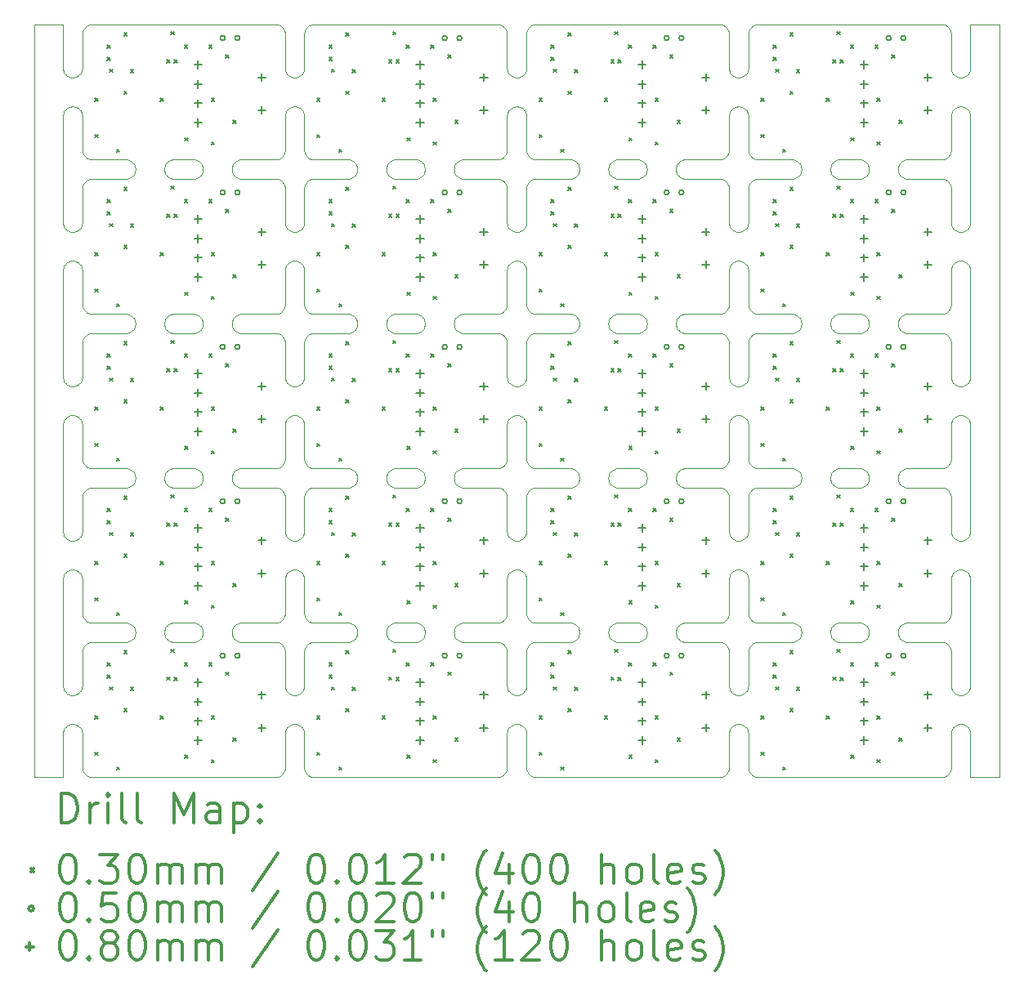
<source format=gbr>
%FSLAX45Y45*%
G04 Gerber Fmt 4.5, Leading zero omitted, Abs format (unit mm)*
G04 Created by KiCad (PCBNEW (5.1.8)-1) date 2021-11-13 10:16:30*
%MOMM*%
%LPD*%
G01*
G04 APERTURE LIST*
%TA.AperFunction,Profile*%
%ADD10C,0.100000*%
%TD*%
%ADD11C,0.200000*%
%ADD12C,0.300000*%
G04 APERTURE END LIST*
D10*
X4799900Y-7050880D02*
X4799900Y-5949120D01*
X4800380Y-7060600D02*
X4799900Y-7050880D01*
X4801800Y-7070220D02*
X4800380Y-7060600D01*
X4804160Y-7079640D02*
X4801800Y-7070220D01*
X4807440Y-7088790D02*
X4804160Y-7079640D01*
X4811590Y-7097570D02*
X4807440Y-7088790D01*
X4816590Y-7105900D02*
X4811590Y-7097570D01*
X4822370Y-7113710D02*
X4816590Y-7105900D01*
X4828900Y-7120900D02*
X4822370Y-7113710D01*
X4836100Y-7127430D02*
X4828900Y-7120900D01*
X4843900Y-7133220D02*
X4836100Y-7127430D01*
X4852230Y-7138210D02*
X4843900Y-7133220D01*
X4861010Y-7142360D02*
X4852230Y-7138210D01*
X4870160Y-7145640D02*
X4861010Y-7142360D01*
X4879590Y-7148000D02*
X4870160Y-7145640D01*
X4889200Y-7149420D02*
X4879590Y-7148000D01*
X4898920Y-7149900D02*
X4889200Y-7149420D01*
X4910600Y-7149420D02*
X4898920Y-7149900D01*
X4920210Y-7148000D02*
X4910600Y-7149420D01*
X4929640Y-7145640D02*
X4920210Y-7148000D01*
X4938790Y-7142360D02*
X4929640Y-7145640D01*
X4947570Y-7138210D02*
X4938790Y-7142360D01*
X4955900Y-7133220D02*
X4947570Y-7138210D01*
X4963700Y-7127430D02*
X4955900Y-7133220D01*
X4970900Y-7120900D02*
X4963700Y-7127430D01*
X4977430Y-7113710D02*
X4970900Y-7120900D01*
X4983210Y-7105900D02*
X4977430Y-7113710D01*
X4988210Y-7097570D02*
X4983210Y-7105900D01*
X4992360Y-7088790D02*
X4988210Y-7097570D01*
X4995640Y-7079640D02*
X4992360Y-7088790D01*
X4998000Y-7070220D02*
X4995640Y-7079640D01*
X4999420Y-7060600D02*
X4998000Y-7070220D01*
X4999900Y-7050880D02*
X4999420Y-7060600D01*
X4999900Y-6700660D02*
X4999900Y-7050880D01*
X5000380Y-6690850D02*
X4999900Y-6700660D01*
X5000650Y-6688240D02*
X5000380Y-6690850D01*
X5001890Y-6680460D02*
X5000650Y-6688240D01*
X5002430Y-6677920D02*
X5001890Y-6680460D01*
X5004840Y-6669050D02*
X5002430Y-6677920D01*
X5008580Y-6659320D02*
X5004840Y-6669050D01*
X5013330Y-6649990D02*
X5008580Y-6659320D01*
X5018300Y-6642270D02*
X5013330Y-6649990D01*
X5019840Y-6640140D02*
X5018300Y-6642270D01*
X5024780Y-6634040D02*
X5019840Y-6640140D01*
X5026520Y-6632110D02*
X5024780Y-6634040D01*
X5033060Y-6625620D02*
X5026520Y-6632110D01*
X5041160Y-6619060D02*
X5033060Y-6625620D01*
X5049950Y-6613350D02*
X5041160Y-6619060D01*
X5058110Y-6609150D02*
X5049950Y-6613350D01*
X5060510Y-6608080D02*
X5058110Y-6609150D01*
X5067860Y-6605260D02*
X5060510Y-6608080D01*
X5070340Y-6604460D02*
X5067860Y-6605260D01*
X5079220Y-6602120D02*
X5070340Y-6604460D01*
X5089570Y-6600480D02*
X5079220Y-6602120D01*
X5100660Y-6599900D02*
X5089570Y-6600480D01*
X5450880Y-6599900D02*
X5100660Y-6599900D01*
X5460600Y-6599420D02*
X5450880Y-6599900D01*
X5470210Y-6598000D02*
X5460600Y-6599420D01*
X5479640Y-6595640D02*
X5470210Y-6598000D01*
X5488790Y-6592360D02*
X5479640Y-6595640D01*
X5497570Y-6588210D02*
X5488790Y-6592360D01*
X5505900Y-6583210D02*
X5497570Y-6588210D01*
X5513700Y-6577430D02*
X5505900Y-6583210D01*
X5520900Y-6570900D02*
X5513700Y-6577430D01*
X5527430Y-6563700D02*
X5520900Y-6570900D01*
X5533210Y-6555900D02*
X5527430Y-6563700D01*
X5538210Y-6547570D02*
X5533210Y-6555900D01*
X5542360Y-6538790D02*
X5538210Y-6547570D01*
X5545640Y-6529640D02*
X5542360Y-6538790D01*
X5548000Y-6520210D02*
X5545640Y-6529640D01*
X5549420Y-6510600D02*
X5548000Y-6520210D01*
X5549900Y-6500880D02*
X5549420Y-6510600D01*
X5549420Y-6489400D02*
X5549900Y-6500880D01*
X5548000Y-6479790D02*
X5549420Y-6489400D01*
X5545640Y-6470360D02*
X5548000Y-6479790D01*
X5542360Y-6461210D02*
X5545640Y-6470360D01*
X5538210Y-6452430D02*
X5542360Y-6461210D01*
X5533210Y-6444100D02*
X5538210Y-6452430D01*
X5527430Y-6436300D02*
X5533210Y-6444100D01*
X5520900Y-6429100D02*
X5527430Y-6436300D01*
X5513700Y-6422570D02*
X5520900Y-6429100D01*
X5505900Y-6416790D02*
X5513700Y-6422570D01*
X5497570Y-6411790D02*
X5505900Y-6416790D01*
X5488790Y-6407640D02*
X5497570Y-6411790D01*
X5479640Y-6404360D02*
X5488790Y-6407640D01*
X5470210Y-6402000D02*
X5479640Y-6404360D01*
X5460600Y-6400580D02*
X5470210Y-6402000D01*
X5450880Y-6400100D02*
X5460600Y-6400580D01*
X5099340Y-6400070D02*
X5450880Y-6400100D01*
X5089560Y-6399520D02*
X5099340Y-6400070D01*
X5080490Y-6398120D02*
X5089560Y-6399520D01*
X5077920Y-6397570D02*
X5080490Y-6398120D01*
X5069050Y-6395160D02*
X5077920Y-6397570D01*
X5059320Y-6391420D02*
X5069050Y-6395160D01*
X5051120Y-6387290D02*
X5059320Y-6391420D01*
X5048850Y-6385970D02*
X5051120Y-6387290D01*
X5041200Y-6380970D02*
X5048850Y-6385970D01*
X5033060Y-6374380D02*
X5041200Y-6380970D01*
X5025650Y-6366970D02*
X5033060Y-6374380D01*
X5019060Y-6358840D02*
X5025650Y-6366970D01*
X5013350Y-6350050D02*
X5019060Y-6358840D01*
X5008600Y-6340720D02*
X5013350Y-6350050D01*
X5004840Y-6330940D02*
X5008600Y-6340720D01*
X5002130Y-6320830D02*
X5004840Y-6330940D01*
X5000490Y-6310480D02*
X5002130Y-6320830D01*
X4999900Y-6299350D02*
X5000490Y-6310480D01*
X4999900Y-5949120D02*
X4999900Y-6299350D01*
X4999420Y-5939400D02*
X4999900Y-5949120D01*
X4998000Y-5929790D02*
X4999420Y-5939400D01*
X4995640Y-5920360D02*
X4998000Y-5929790D01*
X4992360Y-5911220D02*
X4995640Y-5920360D01*
X4988210Y-5902430D02*
X4992360Y-5911220D01*
X4983210Y-5894100D02*
X4988210Y-5902430D01*
X4977430Y-5886300D02*
X4983210Y-5894100D01*
X4970900Y-5879100D02*
X4977430Y-5886300D01*
X4963700Y-5872570D02*
X4970900Y-5879100D01*
X4955900Y-5866790D02*
X4963700Y-5872570D01*
X4947570Y-5861790D02*
X4955900Y-5866790D01*
X4938790Y-5857640D02*
X4947570Y-5861790D01*
X4929640Y-5854360D02*
X4938790Y-5857640D01*
X4920210Y-5852000D02*
X4929640Y-5854360D01*
X4910600Y-5850580D02*
X4920210Y-5852000D01*
X4898920Y-5850100D02*
X4910600Y-5850580D01*
X4889200Y-5850580D02*
X4898920Y-5850100D01*
X4879590Y-5852000D02*
X4889200Y-5850580D01*
X4870160Y-5854360D02*
X4879590Y-5852000D01*
X4861010Y-5857640D02*
X4870160Y-5854360D01*
X4852230Y-5861790D02*
X4861010Y-5857640D01*
X4843900Y-5866790D02*
X4852230Y-5861790D01*
X4836100Y-5872570D02*
X4843900Y-5866790D01*
X4828900Y-5879100D02*
X4836100Y-5872570D01*
X4822370Y-5886300D02*
X4828900Y-5879100D01*
X4816590Y-5894100D02*
X4822370Y-5886300D01*
X4811590Y-5902430D02*
X4816590Y-5894100D01*
X4807440Y-5911220D02*
X4811590Y-5902430D01*
X4804160Y-5920360D02*
X4807440Y-5911220D01*
X4801800Y-5929790D02*
X4804160Y-5920360D01*
X4800380Y-5939400D02*
X4801800Y-5929790D01*
X4799900Y-5949120D02*
X4800380Y-5939400D01*
X4799900Y-8650880D02*
X4799900Y-7549130D01*
X4800380Y-8660610D02*
X4799900Y-8650880D01*
X4801800Y-8670220D02*
X4800380Y-8660610D01*
X4804160Y-8679640D02*
X4801800Y-8670220D01*
X4807440Y-8688790D02*
X4804160Y-8679640D01*
X4811590Y-8697570D02*
X4807440Y-8688790D01*
X4816590Y-8705900D02*
X4811590Y-8697570D01*
X4822370Y-8713710D02*
X4816590Y-8705900D01*
X4828900Y-8720900D02*
X4822370Y-8713710D01*
X4836100Y-8727430D02*
X4828900Y-8720900D01*
X4843900Y-8733220D02*
X4836100Y-8727430D01*
X4852230Y-8738210D02*
X4843900Y-8733220D01*
X4861010Y-8742370D02*
X4852230Y-8738210D01*
X4870160Y-8745640D02*
X4861010Y-8742370D01*
X4879590Y-8748000D02*
X4870160Y-8745640D01*
X4889200Y-8749420D02*
X4879590Y-8748000D01*
X4898920Y-8749900D02*
X4889200Y-8749420D01*
X4910600Y-8749420D02*
X4898920Y-8749900D01*
X4920210Y-8748000D02*
X4910600Y-8749420D01*
X4929640Y-8745640D02*
X4920210Y-8748000D01*
X4938790Y-8742370D02*
X4929640Y-8745640D01*
X4947570Y-8738210D02*
X4938790Y-8742370D01*
X4955900Y-8733220D02*
X4947570Y-8738210D01*
X4963700Y-8727430D02*
X4955900Y-8733220D01*
X4970900Y-8720900D02*
X4963700Y-8727430D01*
X4977430Y-8713710D02*
X4970900Y-8720900D01*
X4983210Y-8705900D02*
X4977430Y-8713710D01*
X4988210Y-8697570D02*
X4983210Y-8705900D01*
X4992360Y-8688790D02*
X4988210Y-8697570D01*
X4995640Y-8679640D02*
X4992360Y-8688790D01*
X4998000Y-8670220D02*
X4995640Y-8679640D01*
X4999420Y-8660610D02*
X4998000Y-8670220D01*
X4999900Y-8650880D02*
X4999420Y-8660610D01*
X4999900Y-8300660D02*
X4999900Y-8650880D01*
X5000380Y-8290850D02*
X4999900Y-8300660D01*
X5000650Y-8288240D02*
X5000380Y-8290850D01*
X5001890Y-8280460D02*
X5000650Y-8288240D01*
X5002430Y-8277920D02*
X5001890Y-8280460D01*
X5004840Y-8269050D02*
X5002430Y-8277920D01*
X5008580Y-8259320D02*
X5004840Y-8269050D01*
X5013330Y-8249990D02*
X5008580Y-8259320D01*
X5018300Y-8242270D02*
X5013330Y-8249990D01*
X5019840Y-8240140D02*
X5018300Y-8242270D01*
X5024780Y-8234050D02*
X5019840Y-8240140D01*
X5026520Y-8232110D02*
X5024780Y-8234050D01*
X5033060Y-8225620D02*
X5026520Y-8232110D01*
X5041160Y-8219060D02*
X5033060Y-8225620D01*
X5049950Y-8213350D02*
X5041160Y-8219060D01*
X5058110Y-8209150D02*
X5049950Y-8213350D01*
X5060510Y-8208080D02*
X5058110Y-8209150D01*
X5067860Y-8205260D02*
X5060510Y-8208080D01*
X5070340Y-8204460D02*
X5067860Y-8205260D01*
X5079220Y-8202120D02*
X5070340Y-8204460D01*
X5089570Y-8200480D02*
X5079220Y-8202120D01*
X5100660Y-8199900D02*
X5089570Y-8200480D01*
X5450880Y-8199900D02*
X5100660Y-8199900D01*
X5460600Y-8199420D02*
X5450880Y-8199900D01*
X5470210Y-8198000D02*
X5460600Y-8199420D01*
X5479640Y-8195640D02*
X5470210Y-8198000D01*
X5488790Y-8192360D02*
X5479640Y-8195640D01*
X5497570Y-8188210D02*
X5488790Y-8192360D01*
X5505900Y-8183210D02*
X5497570Y-8188210D01*
X5513700Y-8177430D02*
X5505900Y-8183210D01*
X5520900Y-8170900D02*
X5513700Y-8177430D01*
X5527430Y-8163700D02*
X5520900Y-8170900D01*
X5533210Y-8155900D02*
X5527430Y-8163700D01*
X5538210Y-8147570D02*
X5533210Y-8155900D01*
X5542360Y-8138790D02*
X5538210Y-8147570D01*
X5545640Y-8129640D02*
X5542360Y-8138790D01*
X5548000Y-8120210D02*
X5545640Y-8129640D01*
X5549420Y-8110600D02*
X5548000Y-8120210D01*
X5549900Y-8100880D02*
X5549420Y-8110600D01*
X5549420Y-8089400D02*
X5549900Y-8100880D01*
X5548000Y-8079790D02*
X5549420Y-8089400D01*
X5545640Y-8070360D02*
X5548000Y-8079790D01*
X5542360Y-8061220D02*
X5545640Y-8070360D01*
X5538210Y-8052430D02*
X5542360Y-8061220D01*
X5533210Y-8044100D02*
X5538210Y-8052430D01*
X5527430Y-8036300D02*
X5533210Y-8044100D01*
X5520900Y-8029100D02*
X5527430Y-8036300D01*
X5513700Y-8022570D02*
X5520900Y-8029100D01*
X5505900Y-8016790D02*
X5513700Y-8022570D01*
X5497570Y-8011790D02*
X5505900Y-8016790D01*
X5488790Y-8007640D02*
X5497570Y-8011790D01*
X5479640Y-8004360D02*
X5488790Y-8007640D01*
X5470210Y-8002000D02*
X5479640Y-8004360D01*
X5460600Y-8000580D02*
X5470210Y-8002000D01*
X5450880Y-8000100D02*
X5460600Y-8000580D01*
X5099340Y-8000070D02*
X5450880Y-8000100D01*
X5089560Y-7999520D02*
X5099340Y-8000070D01*
X5080490Y-7998120D02*
X5089560Y-7999520D01*
X5077920Y-7997570D02*
X5080490Y-7998120D01*
X5069050Y-7995160D02*
X5077920Y-7997570D01*
X5059320Y-7991420D02*
X5069050Y-7995160D01*
X5051120Y-7987290D02*
X5059320Y-7991420D01*
X5048850Y-7985970D02*
X5051120Y-7987290D01*
X5041200Y-7980970D02*
X5048850Y-7985970D01*
X5033060Y-7974380D02*
X5041200Y-7980970D01*
X5025650Y-7966980D02*
X5033060Y-7974380D01*
X5019060Y-7958840D02*
X5025650Y-7966980D01*
X5013350Y-7950050D02*
X5019060Y-7958840D01*
X5008600Y-7940720D02*
X5013350Y-7950050D01*
X5004840Y-7930950D02*
X5008600Y-7940720D01*
X5002130Y-7920830D02*
X5004840Y-7930950D01*
X5000490Y-7910480D02*
X5002130Y-7920830D01*
X4999900Y-7899350D02*
X5000490Y-7910480D01*
X4999900Y-7549130D02*
X4999900Y-7899350D01*
X4999420Y-7539400D02*
X4999900Y-7549130D01*
X4998000Y-7529790D02*
X4999420Y-7539400D01*
X4995640Y-7520360D02*
X4998000Y-7529790D01*
X4992360Y-7511220D02*
X4995640Y-7520360D01*
X4988210Y-7502430D02*
X4992360Y-7511220D01*
X4983210Y-7494100D02*
X4988210Y-7502430D01*
X4977430Y-7486300D02*
X4983210Y-7494100D01*
X4970900Y-7479100D02*
X4977430Y-7486300D01*
X4963700Y-7472570D02*
X4970900Y-7479100D01*
X4955900Y-7466790D02*
X4963700Y-7472570D01*
X4947570Y-7461790D02*
X4955900Y-7466790D01*
X4938790Y-7457640D02*
X4947570Y-7461790D01*
X4929640Y-7454370D02*
X4938790Y-7457640D01*
X4920210Y-7452000D02*
X4929640Y-7454370D01*
X4910600Y-7450580D02*
X4920210Y-7452000D01*
X4898920Y-7450100D02*
X4910600Y-7450580D01*
X4889200Y-7450580D02*
X4898920Y-7450100D01*
X4879590Y-7452000D02*
X4889200Y-7450580D01*
X4870160Y-7454370D02*
X4879590Y-7452000D01*
X4861010Y-7457640D02*
X4870160Y-7454370D01*
X4852230Y-7461790D02*
X4861010Y-7457640D01*
X4843900Y-7466790D02*
X4852230Y-7461790D01*
X4836100Y-7472570D02*
X4843900Y-7466790D01*
X4828900Y-7479100D02*
X4836100Y-7472570D01*
X4822370Y-7486300D02*
X4828900Y-7479100D01*
X4816590Y-7494100D02*
X4822370Y-7486300D01*
X4811590Y-7502430D02*
X4816590Y-7494100D01*
X4807440Y-7511220D02*
X4811590Y-7502430D01*
X4804160Y-7520360D02*
X4807440Y-7511220D01*
X4801800Y-7529790D02*
X4804160Y-7520360D01*
X4800380Y-7539400D02*
X4801800Y-7529790D01*
X4799900Y-7549130D02*
X4800380Y-7539400D01*
X4799900Y-10250880D02*
X4799900Y-9149130D01*
X4800380Y-10260610D02*
X4799900Y-10250880D01*
X4801800Y-10270220D02*
X4800380Y-10260610D01*
X4804160Y-10279640D02*
X4801800Y-10270220D01*
X4807440Y-10288790D02*
X4804160Y-10279640D01*
X4811590Y-10297570D02*
X4807440Y-10288790D01*
X4816590Y-10305900D02*
X4811590Y-10297570D01*
X4822370Y-10313710D02*
X4816590Y-10305900D01*
X4828900Y-10320910D02*
X4822370Y-10313710D01*
X4836100Y-10327430D02*
X4828900Y-10320910D01*
X4843900Y-10333220D02*
X4836100Y-10327430D01*
X4852230Y-10338210D02*
X4843900Y-10333220D01*
X4861010Y-10342370D02*
X4852230Y-10338210D01*
X4870160Y-10345640D02*
X4861010Y-10342370D01*
X4879590Y-10348000D02*
X4870160Y-10345640D01*
X4889200Y-10349430D02*
X4879590Y-10348000D01*
X4898920Y-10349900D02*
X4889200Y-10349430D01*
X4910600Y-10349430D02*
X4898920Y-10349900D01*
X4920210Y-10348000D02*
X4910600Y-10349430D01*
X4929640Y-10345640D02*
X4920210Y-10348000D01*
X4938790Y-10342370D02*
X4929640Y-10345640D01*
X4947570Y-10338210D02*
X4938790Y-10342370D01*
X4955900Y-10333220D02*
X4947570Y-10338210D01*
X4963700Y-10327430D02*
X4955900Y-10333220D01*
X4970900Y-10320910D02*
X4963700Y-10327430D01*
X4977430Y-10313710D02*
X4970900Y-10320910D01*
X4983210Y-10305900D02*
X4977430Y-10313710D01*
X4988210Y-10297570D02*
X4983210Y-10305900D01*
X4992360Y-10288790D02*
X4988210Y-10297570D01*
X4995640Y-10279640D02*
X4992360Y-10288790D01*
X4998000Y-10270220D02*
X4995640Y-10279640D01*
X4999420Y-10260610D02*
X4998000Y-10270220D01*
X4999900Y-10250880D02*
X4999420Y-10260610D01*
X4999900Y-9900660D02*
X4999900Y-10250880D01*
X5000380Y-9890850D02*
X4999900Y-9900660D01*
X5000650Y-9888240D02*
X5000380Y-9890850D01*
X5001890Y-9880470D02*
X5000650Y-9888240D01*
X5002430Y-9877920D02*
X5001890Y-9880470D01*
X5004840Y-9869050D02*
X5002430Y-9877920D01*
X5008580Y-9859320D02*
X5004840Y-9869050D01*
X5013330Y-9849990D02*
X5008580Y-9859320D01*
X5018300Y-9842270D02*
X5013330Y-9849990D01*
X5019840Y-9840140D02*
X5018300Y-9842270D01*
X5024780Y-9834050D02*
X5019840Y-9840140D01*
X5026520Y-9832110D02*
X5024780Y-9834050D01*
X5033060Y-9825620D02*
X5026520Y-9832110D01*
X5041160Y-9819060D02*
X5033060Y-9825620D01*
X5049950Y-9813360D02*
X5041160Y-9819060D01*
X5058110Y-9809150D02*
X5049950Y-9813360D01*
X5060510Y-9808090D02*
X5058110Y-9809150D01*
X5067860Y-9805260D02*
X5060510Y-9808090D01*
X5070340Y-9804460D02*
X5067860Y-9805260D01*
X5079220Y-9802120D02*
X5070340Y-9804460D01*
X5089570Y-9800480D02*
X5079220Y-9802120D01*
X5100660Y-9799900D02*
X5089570Y-9800480D01*
X5450880Y-9799900D02*
X5100660Y-9799900D01*
X5460600Y-9799420D02*
X5450880Y-9799900D01*
X5470210Y-9798000D02*
X5460600Y-9799420D01*
X5479640Y-9795640D02*
X5470210Y-9798000D01*
X5488790Y-9792360D02*
X5479640Y-9795640D01*
X5497570Y-9788210D02*
X5488790Y-9792360D01*
X5505900Y-9783220D02*
X5497570Y-9788210D01*
X5513700Y-9777430D02*
X5505900Y-9783220D01*
X5520900Y-9770900D02*
X5513700Y-9777430D01*
X5527430Y-9763700D02*
X5520900Y-9770900D01*
X5533210Y-9755900D02*
X5527430Y-9763700D01*
X5538210Y-9747570D02*
X5533210Y-9755900D01*
X5542360Y-9738790D02*
X5538210Y-9747570D01*
X5545640Y-9729640D02*
X5542360Y-9738790D01*
X5548000Y-9720210D02*
X5545640Y-9729640D01*
X5549420Y-9710600D02*
X5548000Y-9720210D01*
X5549900Y-9700880D02*
X5549420Y-9710600D01*
X5549420Y-9689400D02*
X5549900Y-9700880D01*
X5548000Y-9679790D02*
X5549420Y-9689400D01*
X5545640Y-9670360D02*
X5548000Y-9679790D01*
X5542360Y-9661220D02*
X5545640Y-9670360D01*
X5538210Y-9652430D02*
X5542360Y-9661220D01*
X5533210Y-9644100D02*
X5538210Y-9652430D01*
X5527430Y-9636300D02*
X5533210Y-9644100D01*
X5520900Y-9629100D02*
X5527430Y-9636300D01*
X5513700Y-9622570D02*
X5520900Y-9629100D01*
X5505900Y-9616790D02*
X5513700Y-9622570D01*
X5497570Y-9611790D02*
X5505900Y-9616790D01*
X5488790Y-9607640D02*
X5497570Y-9611790D01*
X5479640Y-9604370D02*
X5488790Y-9607640D01*
X5470210Y-9602000D02*
X5479640Y-9604370D01*
X5460600Y-9600580D02*
X5470210Y-9602000D01*
X5450880Y-9600100D02*
X5460600Y-9600580D01*
X5099340Y-9600070D02*
X5450880Y-9600100D01*
X5089560Y-9599520D02*
X5099340Y-9600070D01*
X5080490Y-9598120D02*
X5089560Y-9599520D01*
X5077920Y-9597570D02*
X5080490Y-9598120D01*
X5069050Y-9595160D02*
X5077920Y-9597570D01*
X5059320Y-9591430D02*
X5069050Y-9595160D01*
X5051120Y-9587290D02*
X5059320Y-9591430D01*
X5048850Y-9585980D02*
X5051120Y-9587290D01*
X5041200Y-9580970D02*
X5048850Y-9585980D01*
X5033060Y-9574380D02*
X5041200Y-9580970D01*
X5025650Y-9566980D02*
X5033060Y-9574380D01*
X5019060Y-9558840D02*
X5025650Y-9566980D01*
X5013350Y-9550050D02*
X5019060Y-9558840D01*
X5008600Y-9540720D02*
X5013350Y-9550050D01*
X5004840Y-9530950D02*
X5008600Y-9540720D01*
X5002130Y-9520830D02*
X5004840Y-9530950D01*
X5000490Y-9510480D02*
X5002130Y-9520830D01*
X4999900Y-9499350D02*
X5000490Y-9510480D01*
X4999900Y-9149130D02*
X4999900Y-9499350D01*
X4999420Y-9139400D02*
X4999900Y-9149130D01*
X4998000Y-9129790D02*
X4999420Y-9139400D01*
X4995640Y-9120360D02*
X4998000Y-9129790D01*
X4992360Y-9111220D02*
X4995640Y-9120360D01*
X4988210Y-9102430D02*
X4992360Y-9111220D01*
X4983210Y-9094100D02*
X4988210Y-9102430D01*
X4977430Y-9086300D02*
X4983210Y-9094100D01*
X4970900Y-9079100D02*
X4977430Y-9086300D01*
X4963700Y-9072580D02*
X4970900Y-9079100D01*
X4955900Y-9066790D02*
X4963700Y-9072580D01*
X4947570Y-9061790D02*
X4955900Y-9066790D01*
X4938790Y-9057640D02*
X4947570Y-9061790D01*
X4929640Y-9054370D02*
X4938790Y-9057640D01*
X4920210Y-9052010D02*
X4929640Y-9054370D01*
X4910600Y-9050580D02*
X4920210Y-9052010D01*
X4898920Y-9050100D02*
X4910600Y-9050580D01*
X4889200Y-9050580D02*
X4898920Y-9050100D01*
X4879590Y-9052010D02*
X4889200Y-9050580D01*
X4870160Y-9054370D02*
X4879590Y-9052010D01*
X4861010Y-9057640D02*
X4870160Y-9054370D01*
X4852230Y-9061790D02*
X4861010Y-9057640D01*
X4843900Y-9066790D02*
X4852230Y-9061790D01*
X4836100Y-9072580D02*
X4843900Y-9066790D01*
X4828900Y-9079100D02*
X4836100Y-9072580D01*
X4822370Y-9086300D02*
X4828900Y-9079100D01*
X4816590Y-9094100D02*
X4822370Y-9086300D01*
X4811590Y-9102430D02*
X4816590Y-9094100D01*
X4807440Y-9111220D02*
X4811590Y-9102430D01*
X4804160Y-9120360D02*
X4807440Y-9111220D01*
X4801800Y-9129790D02*
X4804160Y-9120360D01*
X4800380Y-9139400D02*
X4801800Y-9129790D01*
X4799900Y-9149130D02*
X4800380Y-9139400D01*
X4799900Y-11850880D02*
X4799900Y-10749130D01*
X4800380Y-11860610D02*
X4799900Y-11850880D01*
X4801800Y-11870220D02*
X4800380Y-11860610D01*
X4804160Y-11879640D02*
X4801800Y-11870220D01*
X4807440Y-11888790D02*
X4804160Y-11879640D01*
X4811590Y-11897570D02*
X4807440Y-11888790D01*
X4816590Y-11905900D02*
X4811590Y-11897570D01*
X4822370Y-11913710D02*
X4816590Y-11905900D01*
X4828900Y-11920910D02*
X4822370Y-11913710D01*
X4836100Y-11927430D02*
X4828900Y-11920910D01*
X4843900Y-11933220D02*
X4836100Y-11927430D01*
X4852230Y-11938210D02*
X4843900Y-11933220D01*
X4861010Y-11942370D02*
X4852230Y-11938210D01*
X4870160Y-11945640D02*
X4861010Y-11942370D01*
X4879590Y-11948000D02*
X4870160Y-11945640D01*
X4889200Y-11949430D02*
X4879590Y-11948000D01*
X4898920Y-11949900D02*
X4889200Y-11949430D01*
X4910600Y-11949430D02*
X4898920Y-11949900D01*
X4920210Y-11948000D02*
X4910600Y-11949430D01*
X4929640Y-11945640D02*
X4920210Y-11948000D01*
X4938790Y-11942370D02*
X4929640Y-11945640D01*
X4947570Y-11938210D02*
X4938790Y-11942370D01*
X4955900Y-11933220D02*
X4947570Y-11938210D01*
X4963700Y-11927430D02*
X4955900Y-11933220D01*
X4970900Y-11920910D02*
X4963700Y-11927430D01*
X4977430Y-11913710D02*
X4970900Y-11920910D01*
X4983210Y-11905900D02*
X4977430Y-11913710D01*
X4988210Y-11897570D02*
X4983210Y-11905900D01*
X4992360Y-11888790D02*
X4988210Y-11897570D01*
X4995640Y-11879640D02*
X4992360Y-11888790D01*
X4998000Y-11870220D02*
X4995640Y-11879640D01*
X4999420Y-11860610D02*
X4998000Y-11870220D01*
X4999900Y-11850880D02*
X4999420Y-11860610D01*
X4999900Y-11500660D02*
X4999900Y-11850880D01*
X5000380Y-11490860D02*
X4999900Y-11500660D01*
X5000650Y-11488240D02*
X5000380Y-11490860D01*
X5001890Y-11480470D02*
X5000650Y-11488240D01*
X5002430Y-11477920D02*
X5001890Y-11480470D01*
X5004840Y-11469050D02*
X5002430Y-11477920D01*
X5008580Y-11459320D02*
X5004840Y-11469050D01*
X5013330Y-11449990D02*
X5008580Y-11459320D01*
X5018300Y-11442270D02*
X5013330Y-11449990D01*
X5019840Y-11440140D02*
X5018300Y-11442270D01*
X5024780Y-11434050D02*
X5019840Y-11440140D01*
X5026520Y-11432110D02*
X5024780Y-11434050D01*
X5033060Y-11425620D02*
X5026520Y-11432110D01*
X5041160Y-11419060D02*
X5033060Y-11425620D01*
X5049950Y-11413360D02*
X5041160Y-11419060D01*
X5058110Y-11409160D02*
X5049950Y-11413360D01*
X5060510Y-11408090D02*
X5058110Y-11409160D01*
X5067860Y-11405270D02*
X5060510Y-11408090D01*
X5070340Y-11404460D02*
X5067860Y-11405270D01*
X5079220Y-11402120D02*
X5070340Y-11404460D01*
X5089570Y-11400480D02*
X5079220Y-11402120D01*
X5100660Y-11399900D02*
X5089570Y-11400480D01*
X5450880Y-11399900D02*
X5100660Y-11399900D01*
X5460600Y-11399420D02*
X5450880Y-11399900D01*
X5470210Y-11398000D02*
X5460600Y-11399420D01*
X5479640Y-11395640D02*
X5470210Y-11398000D01*
X5488790Y-11392360D02*
X5479640Y-11395640D01*
X5497570Y-11388210D02*
X5488790Y-11392360D01*
X5505900Y-11383220D02*
X5497570Y-11388210D01*
X5513700Y-11377430D02*
X5505900Y-11383220D01*
X5520900Y-11370900D02*
X5513700Y-11377430D01*
X5527430Y-11363700D02*
X5520900Y-11370900D01*
X5533210Y-11355900D02*
X5527430Y-11363700D01*
X5538210Y-11347570D02*
X5533210Y-11355900D01*
X5542360Y-11338790D02*
X5538210Y-11347570D01*
X5545640Y-11329640D02*
X5542360Y-11338790D01*
X5548000Y-11320210D02*
X5545640Y-11329640D01*
X5549420Y-11310600D02*
X5548000Y-11320210D01*
X5549900Y-11300880D02*
X5549420Y-11310600D01*
X5549420Y-11289400D02*
X5549900Y-11300880D01*
X5548000Y-11279790D02*
X5549420Y-11289400D01*
X5545640Y-11270360D02*
X5548000Y-11279790D01*
X5542360Y-11261220D02*
X5545640Y-11270360D01*
X5538210Y-11252430D02*
X5542360Y-11261220D01*
X5533210Y-11244100D02*
X5538210Y-11252430D01*
X5527430Y-11236300D02*
X5533210Y-11244100D01*
X5520900Y-11229100D02*
X5527430Y-11236300D01*
X5513700Y-11222580D02*
X5520900Y-11229100D01*
X5505900Y-11216790D02*
X5513700Y-11222580D01*
X5497570Y-11211790D02*
X5505900Y-11216790D01*
X5488790Y-11207640D02*
X5497570Y-11211790D01*
X5479640Y-11204370D02*
X5488790Y-11207640D01*
X5470210Y-11202010D02*
X5479640Y-11204370D01*
X5460600Y-11200580D02*
X5470210Y-11202010D01*
X5450880Y-11200100D02*
X5460600Y-11200580D01*
X5099340Y-11200070D02*
X5450880Y-11200100D01*
X5089560Y-11199520D02*
X5099340Y-11200070D01*
X5080490Y-11198120D02*
X5089560Y-11199520D01*
X5077920Y-11197580D02*
X5080490Y-11198120D01*
X5069050Y-11195160D02*
X5077920Y-11197580D01*
X5059320Y-11191430D02*
X5069050Y-11195160D01*
X5051120Y-11187290D02*
X5059320Y-11191430D01*
X5048850Y-11185980D02*
X5051120Y-11187290D01*
X5041200Y-11180970D02*
X5048850Y-11185980D01*
X5033060Y-11174380D02*
X5041200Y-11180970D01*
X5025650Y-11166980D02*
X5033060Y-11174380D01*
X5019060Y-11158840D02*
X5025650Y-11166980D01*
X5013350Y-11150060D02*
X5019060Y-11158840D01*
X5008600Y-11140720D02*
X5013350Y-11150060D01*
X5004840Y-11130950D02*
X5008600Y-11140720D01*
X5002130Y-11120830D02*
X5004840Y-11130950D01*
X5000490Y-11110490D02*
X5002130Y-11120830D01*
X4999900Y-11099350D02*
X5000490Y-11110490D01*
X4999900Y-10749130D02*
X4999900Y-11099350D01*
X4999420Y-10739400D02*
X4999900Y-10749130D01*
X4998000Y-10729790D02*
X4999420Y-10739400D01*
X4995640Y-10720370D02*
X4998000Y-10729790D01*
X4992360Y-10711220D02*
X4995640Y-10720370D01*
X4988210Y-10702440D02*
X4992360Y-10711220D01*
X4983210Y-10694100D02*
X4988210Y-10702440D01*
X4977430Y-10686300D02*
X4983210Y-10694100D01*
X4970900Y-10679100D02*
X4977430Y-10686300D01*
X4963700Y-10672580D02*
X4970900Y-10679100D01*
X4955900Y-10666790D02*
X4963700Y-10672580D01*
X4947570Y-10661790D02*
X4955900Y-10666790D01*
X4938790Y-10657640D02*
X4947570Y-10661790D01*
X4929640Y-10654370D02*
X4938790Y-10657640D01*
X4920210Y-10652010D02*
X4929640Y-10654370D01*
X4910600Y-10650580D02*
X4920210Y-10652010D01*
X4898920Y-10650100D02*
X4910600Y-10650580D01*
X4889200Y-10650580D02*
X4898920Y-10650100D01*
X4879590Y-10652010D02*
X4889200Y-10650580D01*
X4870160Y-10654370D02*
X4879590Y-10652010D01*
X4861010Y-10657640D02*
X4870160Y-10654370D01*
X4852230Y-10661790D02*
X4861010Y-10657640D01*
X4843900Y-10666790D02*
X4852230Y-10661790D01*
X4836100Y-10672580D02*
X4843900Y-10666790D01*
X4828900Y-10679100D02*
X4836100Y-10672580D01*
X4822370Y-10686300D02*
X4828900Y-10679100D01*
X4816590Y-10694100D02*
X4822370Y-10686300D01*
X4811590Y-10702440D02*
X4816590Y-10694100D01*
X4807440Y-10711220D02*
X4811590Y-10702440D01*
X4804160Y-10720370D02*
X4807440Y-10711220D01*
X4801800Y-10729790D02*
X4804160Y-10720370D01*
X4800380Y-10739400D02*
X4801800Y-10729790D01*
X4799900Y-10749130D02*
X4800380Y-10739400D01*
X5850580Y-6510600D02*
X5850100Y-6499120D01*
X5852000Y-6520210D02*
X5850580Y-6510600D01*
X5854360Y-6529640D02*
X5852000Y-6520210D01*
X5857640Y-6538790D02*
X5854360Y-6529640D01*
X5861790Y-6547570D02*
X5857640Y-6538790D01*
X5866790Y-6555900D02*
X5861790Y-6547570D01*
X5872570Y-6563700D02*
X5866790Y-6555900D01*
X5879100Y-6570900D02*
X5872570Y-6563700D01*
X5886300Y-6577430D02*
X5879100Y-6570900D01*
X5894100Y-6583210D02*
X5886300Y-6577430D01*
X5902430Y-6588210D02*
X5894100Y-6583210D01*
X5911220Y-6592360D02*
X5902430Y-6588210D01*
X5920360Y-6595640D02*
X5911220Y-6592360D01*
X5929790Y-6598000D02*
X5920360Y-6595640D01*
X5939400Y-6599420D02*
X5929790Y-6598000D01*
X5949120Y-6599900D02*
X5939400Y-6599420D01*
X6150880Y-6599900D02*
X5949120Y-6599900D01*
X6160600Y-6599420D02*
X6150880Y-6599900D01*
X6170210Y-6598000D02*
X6160600Y-6599420D01*
X6179640Y-6595640D02*
X6170210Y-6598000D01*
X6188790Y-6592360D02*
X6179640Y-6595640D01*
X6197570Y-6588210D02*
X6188790Y-6592360D01*
X6205900Y-6583220D02*
X6197570Y-6588210D01*
X6213700Y-6577430D02*
X6205900Y-6583220D01*
X6220900Y-6570900D02*
X6213700Y-6577430D01*
X6227430Y-6563700D02*
X6220900Y-6570900D01*
X6233220Y-6555900D02*
X6227430Y-6563700D01*
X6238210Y-6547570D02*
X6233220Y-6555900D01*
X6242360Y-6538790D02*
X6238210Y-6547570D01*
X6245640Y-6529640D02*
X6242360Y-6538790D01*
X6248000Y-6520210D02*
X6245640Y-6529640D01*
X6249420Y-6510600D02*
X6248000Y-6520210D01*
X6249900Y-6500880D02*
X6249420Y-6510600D01*
X6249420Y-6489400D02*
X6249900Y-6500880D01*
X6248000Y-6479790D02*
X6249420Y-6489400D01*
X6245640Y-6470360D02*
X6248000Y-6479790D01*
X6242360Y-6461210D02*
X6245640Y-6470360D01*
X6238210Y-6452430D02*
X6242360Y-6461210D01*
X6233220Y-6444100D02*
X6238210Y-6452430D01*
X6227430Y-6436300D02*
X6233220Y-6444100D01*
X6220900Y-6429100D02*
X6227430Y-6436300D01*
X6213700Y-6422570D02*
X6220900Y-6429100D01*
X6205900Y-6416790D02*
X6213700Y-6422570D01*
X6197570Y-6411790D02*
X6205900Y-6416790D01*
X6188790Y-6407640D02*
X6197570Y-6411790D01*
X6179640Y-6404360D02*
X6188790Y-6407640D01*
X6170210Y-6402000D02*
X6179640Y-6404360D01*
X6160600Y-6400580D02*
X6170210Y-6402000D01*
X6150880Y-6400100D02*
X6160600Y-6400580D01*
X5949120Y-6400100D02*
X6150880Y-6400100D01*
X5939400Y-6400580D02*
X5949120Y-6400100D01*
X5929790Y-6402000D02*
X5939400Y-6400580D01*
X5920360Y-6404360D02*
X5929790Y-6402000D01*
X5911220Y-6407640D02*
X5920360Y-6404360D01*
X5902430Y-6411790D02*
X5911220Y-6407640D01*
X5894100Y-6416790D02*
X5902430Y-6411790D01*
X5886300Y-6422570D02*
X5894100Y-6416790D01*
X5879100Y-6429100D02*
X5886300Y-6422570D01*
X5872570Y-6436300D02*
X5879100Y-6429100D01*
X5866790Y-6444100D02*
X5872570Y-6436300D01*
X5861790Y-6452430D02*
X5866790Y-6444100D01*
X5857640Y-6461210D02*
X5861790Y-6452430D01*
X5854360Y-6470360D02*
X5857640Y-6461210D01*
X5852000Y-6479790D02*
X5854360Y-6470360D01*
X5850580Y-6489400D02*
X5852000Y-6479790D01*
X5850100Y-6499120D02*
X5850580Y-6489400D01*
X5850580Y-8110600D02*
X5850100Y-8099130D01*
X5852000Y-8120210D02*
X5850580Y-8110600D01*
X5854360Y-8129640D02*
X5852000Y-8120210D01*
X5857640Y-8138790D02*
X5854360Y-8129640D01*
X5861790Y-8147570D02*
X5857640Y-8138790D01*
X5866790Y-8155900D02*
X5861790Y-8147570D01*
X5872570Y-8163700D02*
X5866790Y-8155900D01*
X5879100Y-8170900D02*
X5872570Y-8163700D01*
X5886300Y-8177430D02*
X5879100Y-8170900D01*
X5894100Y-8183220D02*
X5886300Y-8177430D01*
X5902430Y-8188210D02*
X5894100Y-8183220D01*
X5911220Y-8192360D02*
X5902430Y-8188210D01*
X5920360Y-8195640D02*
X5911220Y-8192360D01*
X5929790Y-8198000D02*
X5920360Y-8195640D01*
X5939400Y-8199420D02*
X5929790Y-8198000D01*
X5949120Y-8199900D02*
X5939400Y-8199420D01*
X6150880Y-8199900D02*
X5949120Y-8199900D01*
X6160600Y-8199420D02*
X6150880Y-8199900D01*
X6170210Y-8198000D02*
X6160600Y-8199420D01*
X6179640Y-8195640D02*
X6170210Y-8198000D01*
X6188790Y-8192360D02*
X6179640Y-8195640D01*
X6197570Y-8188210D02*
X6188790Y-8192360D01*
X6205900Y-8183220D02*
X6197570Y-8188210D01*
X6213700Y-8177430D02*
X6205900Y-8183220D01*
X6220900Y-8170900D02*
X6213700Y-8177430D01*
X6227430Y-8163710D02*
X6220900Y-8170900D01*
X6233220Y-8155900D02*
X6227430Y-8163710D01*
X6238210Y-8147570D02*
X6233220Y-8155900D01*
X6242360Y-8138790D02*
X6238210Y-8147570D01*
X6245640Y-8129640D02*
X6242360Y-8138790D01*
X6248000Y-8120210D02*
X6245640Y-8129640D01*
X6249420Y-8110600D02*
X6248000Y-8120210D01*
X6249900Y-8100880D02*
X6249420Y-8110600D01*
X6249420Y-8089400D02*
X6249900Y-8100880D01*
X6248000Y-8079790D02*
X6249420Y-8089400D01*
X6245640Y-8070360D02*
X6248000Y-8079790D01*
X6242360Y-8061220D02*
X6245640Y-8070360D01*
X6238210Y-8052430D02*
X6242360Y-8061220D01*
X6233220Y-8044100D02*
X6238210Y-8052430D01*
X6227430Y-8036300D02*
X6233220Y-8044100D01*
X6220900Y-8029100D02*
X6227430Y-8036300D01*
X6213700Y-8022570D02*
X6220900Y-8029100D01*
X6205900Y-8016790D02*
X6213700Y-8022570D01*
X6197570Y-8011790D02*
X6205900Y-8016790D01*
X6188790Y-8007640D02*
X6197570Y-8011790D01*
X6179640Y-8004360D02*
X6188790Y-8007640D01*
X6170210Y-8002000D02*
X6179640Y-8004360D01*
X6160600Y-8000580D02*
X6170210Y-8002000D01*
X6150880Y-8000100D02*
X6160600Y-8000580D01*
X5949120Y-8000100D02*
X6150880Y-8000100D01*
X5939400Y-8000580D02*
X5949120Y-8000100D01*
X5929790Y-8002000D02*
X5939400Y-8000580D01*
X5920360Y-8004360D02*
X5929790Y-8002000D01*
X5911220Y-8007640D02*
X5920360Y-8004360D01*
X5902430Y-8011790D02*
X5911220Y-8007640D01*
X5894100Y-8016790D02*
X5902430Y-8011790D01*
X5886300Y-8022570D02*
X5894100Y-8016790D01*
X5879100Y-8029100D02*
X5886300Y-8022570D01*
X5872570Y-8036300D02*
X5879100Y-8029100D01*
X5866790Y-8044100D02*
X5872570Y-8036300D01*
X5861790Y-8052430D02*
X5866790Y-8044100D01*
X5857640Y-8061220D02*
X5861790Y-8052430D01*
X5854360Y-8070360D02*
X5857640Y-8061220D01*
X5852000Y-8079790D02*
X5854360Y-8070360D01*
X5850580Y-8089400D02*
X5852000Y-8079790D01*
X5850100Y-8099130D02*
X5850580Y-8089400D01*
X5850580Y-9710600D02*
X5850100Y-9699130D01*
X5852000Y-9720210D02*
X5850580Y-9710600D01*
X5854360Y-9729640D02*
X5852000Y-9720210D01*
X5857640Y-9738790D02*
X5854360Y-9729640D01*
X5861790Y-9747570D02*
X5857640Y-9738790D01*
X5866790Y-9755900D02*
X5861790Y-9747570D01*
X5872570Y-9763710D02*
X5866790Y-9755900D01*
X5879100Y-9770900D02*
X5872570Y-9763710D01*
X5886300Y-9777430D02*
X5879100Y-9770900D01*
X5894100Y-9783220D02*
X5886300Y-9777430D01*
X5902430Y-9788210D02*
X5894100Y-9783220D01*
X5911220Y-9792360D02*
X5902430Y-9788210D01*
X5920360Y-9795640D02*
X5911220Y-9792360D01*
X5929790Y-9798000D02*
X5920360Y-9795640D01*
X5939400Y-9799420D02*
X5929790Y-9798000D01*
X5949120Y-9799900D02*
X5939400Y-9799420D01*
X6150880Y-9799900D02*
X5949120Y-9799900D01*
X6160600Y-9799420D02*
X6150880Y-9799900D01*
X6170210Y-9798000D02*
X6160600Y-9799420D01*
X6179640Y-9795640D02*
X6170210Y-9798000D01*
X6188790Y-9792360D02*
X6179640Y-9795640D01*
X6197570Y-9788210D02*
X6188790Y-9792360D01*
X6205900Y-9783220D02*
X6197570Y-9788210D01*
X6213700Y-9777430D02*
X6205900Y-9783220D01*
X6220900Y-9770900D02*
X6213700Y-9777430D01*
X6227430Y-9763710D02*
X6220900Y-9770900D01*
X6233220Y-9755900D02*
X6227430Y-9763710D01*
X6238210Y-9747570D02*
X6233220Y-9755900D01*
X6242360Y-9738790D02*
X6238210Y-9747570D01*
X6245640Y-9729640D02*
X6242360Y-9738790D01*
X6248000Y-9720220D02*
X6245640Y-9729640D01*
X6249420Y-9710610D02*
X6248000Y-9720220D01*
X6249900Y-9700880D02*
X6249420Y-9710610D01*
X6249420Y-9689400D02*
X6249900Y-9700880D01*
X6248000Y-9679790D02*
X6249420Y-9689400D01*
X6245640Y-9670360D02*
X6248000Y-9679790D01*
X6242360Y-9661220D02*
X6245640Y-9670360D01*
X6238210Y-9652430D02*
X6242360Y-9661220D01*
X6233220Y-9644100D02*
X6238210Y-9652430D01*
X6227430Y-9636300D02*
X6233220Y-9644100D01*
X6220900Y-9629100D02*
X6227430Y-9636300D01*
X6213700Y-9622570D02*
X6220900Y-9629100D01*
X6205900Y-9616790D02*
X6213700Y-9622570D01*
X6197570Y-9611790D02*
X6205900Y-9616790D01*
X6188790Y-9607640D02*
X6197570Y-9611790D01*
X6179640Y-9604360D02*
X6188790Y-9607640D01*
X6170210Y-9602000D02*
X6179640Y-9604360D01*
X6160600Y-9600580D02*
X6170210Y-9602000D01*
X6150880Y-9600100D02*
X6160600Y-9600580D01*
X5949120Y-9600100D02*
X6150880Y-9600100D01*
X5939400Y-9600580D02*
X5949120Y-9600100D01*
X5929790Y-9602000D02*
X5939400Y-9600580D01*
X5920360Y-9604370D02*
X5929790Y-9602000D01*
X5911220Y-9607640D02*
X5920360Y-9604370D01*
X5902430Y-9611790D02*
X5911220Y-9607640D01*
X5894100Y-9616790D02*
X5902430Y-9611790D01*
X5886300Y-9622570D02*
X5894100Y-9616790D01*
X5879100Y-9629100D02*
X5886300Y-9622570D01*
X5872570Y-9636300D02*
X5879100Y-9629100D01*
X5866790Y-9644100D02*
X5872570Y-9636300D01*
X5861790Y-9652430D02*
X5866790Y-9644100D01*
X5857640Y-9661220D02*
X5861790Y-9652430D01*
X5854360Y-9670360D02*
X5857640Y-9661220D01*
X5852000Y-9679790D02*
X5854360Y-9670360D01*
X5850580Y-9689400D02*
X5852000Y-9679790D01*
X5850100Y-9699130D02*
X5850580Y-9689400D01*
X5850580Y-11310610D02*
X5850100Y-11299130D01*
X5852000Y-11320220D02*
X5850580Y-11310610D01*
X5854360Y-11329640D02*
X5852000Y-11320220D01*
X5857640Y-11338790D02*
X5854360Y-11329640D01*
X5861790Y-11347570D02*
X5857640Y-11338790D01*
X5866790Y-11355900D02*
X5861790Y-11347570D01*
X5872570Y-11363710D02*
X5866790Y-11355900D01*
X5879100Y-11370900D02*
X5872570Y-11363710D01*
X5886300Y-11377430D02*
X5879100Y-11370900D01*
X5894100Y-11383220D02*
X5886300Y-11377430D01*
X5902430Y-11388210D02*
X5894100Y-11383220D01*
X5911210Y-11392360D02*
X5902430Y-11388210D01*
X5920360Y-11395640D02*
X5911210Y-11392360D01*
X5929790Y-11398000D02*
X5920360Y-11395640D01*
X5939400Y-11399420D02*
X5929790Y-11398000D01*
X5949120Y-11399900D02*
X5939400Y-11399420D01*
X6150880Y-11399900D02*
X5949120Y-11399900D01*
X6160600Y-11399420D02*
X6150880Y-11399900D01*
X6170210Y-11398000D02*
X6160600Y-11399420D01*
X6179640Y-11395640D02*
X6170210Y-11398000D01*
X6188790Y-11392370D02*
X6179640Y-11395640D01*
X6197570Y-11388210D02*
X6188790Y-11392370D01*
X6205900Y-11383220D02*
X6197570Y-11388210D01*
X6213700Y-11377430D02*
X6205900Y-11383220D01*
X6220900Y-11370900D02*
X6213700Y-11377430D01*
X6227430Y-11363710D02*
X6220900Y-11370900D01*
X6233220Y-11355900D02*
X6227430Y-11363710D01*
X6238210Y-11347570D02*
X6233220Y-11355900D01*
X6242360Y-11338790D02*
X6238210Y-11347570D01*
X6245640Y-11329640D02*
X6242360Y-11338790D01*
X6248000Y-11320220D02*
X6245640Y-11329640D01*
X6249420Y-11310610D02*
X6248000Y-11320220D01*
X6249900Y-11300880D02*
X6249420Y-11310610D01*
X6249420Y-11289400D02*
X6249900Y-11300880D01*
X6248000Y-11279790D02*
X6249420Y-11289400D01*
X6245640Y-11270360D02*
X6248000Y-11279790D01*
X6242360Y-11261220D02*
X6245640Y-11270360D01*
X6238210Y-11252430D02*
X6242360Y-11261220D01*
X6233220Y-11244100D02*
X6238210Y-11252430D01*
X6227430Y-11236300D02*
X6233220Y-11244100D01*
X6220900Y-11229100D02*
X6227430Y-11236300D01*
X6213700Y-11222570D02*
X6220900Y-11229100D01*
X6205900Y-11216790D02*
X6213700Y-11222570D01*
X6197570Y-11211790D02*
X6205900Y-11216790D01*
X6188790Y-11207640D02*
X6197570Y-11211790D01*
X6179640Y-11204370D02*
X6188790Y-11207640D01*
X6170210Y-11202000D02*
X6179640Y-11204370D01*
X6160600Y-11200580D02*
X6170210Y-11202000D01*
X6150880Y-11200100D02*
X6160600Y-11200580D01*
X5949120Y-11200100D02*
X6150880Y-11200100D01*
X5939400Y-11200580D02*
X5949120Y-11200100D01*
X5929790Y-11202010D02*
X5939400Y-11200580D01*
X5920360Y-11204370D02*
X5929790Y-11202010D01*
X5911220Y-11207640D02*
X5920360Y-11204370D01*
X5902430Y-11211790D02*
X5911220Y-11207640D01*
X5894100Y-11216790D02*
X5902430Y-11211790D01*
X5886300Y-11222570D02*
X5894100Y-11216790D01*
X5879100Y-11229100D02*
X5886300Y-11222570D01*
X5872570Y-11236300D02*
X5879100Y-11229100D01*
X5866790Y-11244100D02*
X5872570Y-11236300D01*
X5861790Y-11252430D02*
X5866790Y-11244100D01*
X5857640Y-11261220D02*
X5861790Y-11252430D01*
X5854360Y-11270360D02*
X5857640Y-11261220D01*
X5852000Y-11279790D02*
X5854360Y-11270360D01*
X5850580Y-11289400D02*
X5852000Y-11279790D01*
X5850100Y-11299130D02*
X5850580Y-11289400D01*
X7210600Y-8749420D02*
X7199120Y-8749900D01*
X7220210Y-8748000D02*
X7210600Y-8749420D01*
X7229640Y-8745640D02*
X7220210Y-8748000D01*
X7238790Y-8742370D02*
X7229640Y-8745640D01*
X7247570Y-8738210D02*
X7238790Y-8742370D01*
X7255900Y-8733220D02*
X7247570Y-8738210D01*
X7263700Y-8727430D02*
X7255900Y-8733220D01*
X7270900Y-8720900D02*
X7263700Y-8727430D01*
X7277430Y-8713710D02*
X7270900Y-8720900D01*
X7283220Y-8705900D02*
X7277430Y-8713710D01*
X7288210Y-8697570D02*
X7283220Y-8705900D01*
X7292360Y-8688790D02*
X7288210Y-8697570D01*
X7295640Y-8679640D02*
X7292360Y-8688790D01*
X7298000Y-8670220D02*
X7295640Y-8679640D01*
X7299420Y-8660610D02*
X7298000Y-8670220D01*
X7299900Y-8650880D02*
X7299420Y-8660610D01*
X7299900Y-8300660D02*
X7299900Y-8650880D01*
X7300480Y-8289570D02*
X7299900Y-8300660D01*
X7302120Y-8279220D02*
X7300480Y-8289570D01*
X7304460Y-8270340D02*
X7302120Y-8279220D01*
X7305270Y-8267840D02*
X7304460Y-8270340D01*
X7308090Y-8260490D02*
X7305270Y-8267840D01*
X7309150Y-8258120D02*
X7308090Y-8260490D01*
X7313360Y-8249940D02*
X7309150Y-8258120D01*
X7319030Y-8241200D02*
X7313360Y-8249940D01*
X7325620Y-8233060D02*
X7319030Y-8241200D01*
X7332090Y-8226540D02*
X7325620Y-8233060D01*
X7334040Y-8224790D02*
X7332090Y-8226540D01*
X7340160Y-8219830D02*
X7334040Y-8224790D01*
X7342270Y-8218300D02*
X7340160Y-8219830D01*
X7349990Y-8213330D02*
X7342270Y-8218300D01*
X7359280Y-8208600D02*
X7349990Y-8213330D01*
X7369060Y-8204840D02*
X7359280Y-8208600D01*
X7377920Y-8202430D02*
X7369060Y-8204840D01*
X7380490Y-8201880D02*
X7377920Y-8202430D01*
X7388240Y-8200660D02*
X7380490Y-8201880D01*
X7390850Y-8200380D02*
X7388240Y-8200660D01*
X7400660Y-8199900D02*
X7390850Y-8200380D01*
X7750880Y-8199900D02*
X7400660Y-8199900D01*
X7760600Y-8199420D02*
X7750880Y-8199900D01*
X7770210Y-8198000D02*
X7760600Y-8199420D01*
X7779640Y-8195640D02*
X7770210Y-8198000D01*
X7788790Y-8192360D02*
X7779640Y-8195640D01*
X7797570Y-8188210D02*
X7788790Y-8192360D01*
X7805900Y-8183210D02*
X7797570Y-8188210D01*
X7813710Y-8177430D02*
X7805900Y-8183210D01*
X7820900Y-8170900D02*
X7813710Y-8177430D01*
X7827430Y-8163700D02*
X7820900Y-8170900D01*
X7833220Y-8155900D02*
X7827430Y-8163700D01*
X7838210Y-8147570D02*
X7833220Y-8155900D01*
X7842360Y-8138790D02*
X7838210Y-8147570D01*
X7845640Y-8129640D02*
X7842360Y-8138790D01*
X7848000Y-8120210D02*
X7845640Y-8129640D01*
X7849420Y-8110600D02*
X7848000Y-8120210D01*
X7849900Y-8100880D02*
X7849420Y-8110600D01*
X7849420Y-8089400D02*
X7849900Y-8100880D01*
X7848000Y-8079790D02*
X7849420Y-8089400D01*
X7845640Y-8070360D02*
X7848000Y-8079790D01*
X7842360Y-8061220D02*
X7845640Y-8070360D01*
X7838210Y-8052430D02*
X7842360Y-8061220D01*
X7833220Y-8044100D02*
X7838210Y-8052430D01*
X7827430Y-8036300D02*
X7833220Y-8044100D01*
X7820900Y-8029100D02*
X7827430Y-8036300D01*
X7813710Y-8022570D02*
X7820900Y-8029100D01*
X7805900Y-8016790D02*
X7813710Y-8022570D01*
X7797570Y-8011790D02*
X7805900Y-8016790D01*
X7788790Y-8007640D02*
X7797570Y-8011790D01*
X7779640Y-8004360D02*
X7788790Y-8007640D01*
X7770210Y-8002000D02*
X7779640Y-8004360D01*
X7760600Y-8000580D02*
X7770210Y-8002000D01*
X7750880Y-8000100D02*
X7760600Y-8000580D01*
X7400660Y-8000100D02*
X7750880Y-8000100D01*
X7389560Y-7999520D02*
X7400660Y-8000100D01*
X7379220Y-7997880D02*
X7389560Y-7999520D01*
X7370340Y-7995540D02*
X7379220Y-7997880D01*
X7367840Y-7994730D02*
X7370340Y-7995540D01*
X7360490Y-7991910D02*
X7367840Y-7994730D01*
X7358120Y-7990850D02*
X7360490Y-7991910D01*
X7349940Y-7986650D02*
X7358120Y-7990850D01*
X7341200Y-7980970D02*
X7349940Y-7986650D01*
X7333060Y-7974380D02*
X7341200Y-7980970D01*
X7326540Y-7967910D02*
X7333060Y-7974380D01*
X7324780Y-7965960D02*
X7326540Y-7967910D01*
X7319830Y-7959840D02*
X7324780Y-7965960D01*
X7318300Y-7957740D02*
X7319830Y-7959840D01*
X7313330Y-7950010D02*
X7318300Y-7957740D01*
X7308600Y-7940720D02*
X7313330Y-7950010D01*
X7304840Y-7930950D02*
X7308600Y-7940720D01*
X7302430Y-7922090D02*
X7304840Y-7930950D01*
X7301880Y-7919510D02*
X7302430Y-7922090D01*
X7300660Y-7911760D02*
X7301880Y-7919510D01*
X7300380Y-7909150D02*
X7300660Y-7911760D01*
X7299900Y-7899340D02*
X7300380Y-7909150D01*
X7299900Y-7549130D02*
X7299900Y-7899340D01*
X7299420Y-7539400D02*
X7299900Y-7549130D01*
X7298000Y-7529790D02*
X7299420Y-7539400D01*
X7295640Y-7520360D02*
X7298000Y-7529790D01*
X7292360Y-7511220D02*
X7295640Y-7520360D01*
X7288210Y-7502430D02*
X7292360Y-7511220D01*
X7283210Y-7494100D02*
X7288210Y-7502430D01*
X7277430Y-7486300D02*
X7283210Y-7494100D01*
X7270900Y-7479100D02*
X7277430Y-7486300D01*
X7263700Y-7472570D02*
X7270900Y-7479100D01*
X7255900Y-7466790D02*
X7263700Y-7472570D01*
X7247570Y-7461790D02*
X7255900Y-7466790D01*
X7238790Y-7457640D02*
X7247570Y-7461790D01*
X7229640Y-7454370D02*
X7238790Y-7457640D01*
X7220210Y-7452000D02*
X7229640Y-7454370D01*
X7210600Y-7450580D02*
X7220210Y-7452000D01*
X7200880Y-7450100D02*
X7210600Y-7450580D01*
X7189400Y-7450580D02*
X7200880Y-7450100D01*
X7179790Y-7452000D02*
X7189400Y-7450580D01*
X7170360Y-7454370D02*
X7179790Y-7452000D01*
X7161210Y-7457640D02*
X7170360Y-7454370D01*
X7152430Y-7461790D02*
X7161210Y-7457640D01*
X7144100Y-7466790D02*
X7152430Y-7461790D01*
X7136300Y-7472570D02*
X7144100Y-7466790D01*
X7129100Y-7479100D02*
X7136300Y-7472570D01*
X7122570Y-7486300D02*
X7129100Y-7479100D01*
X7116790Y-7494100D02*
X7122570Y-7486300D01*
X7111790Y-7502430D02*
X7116790Y-7494100D01*
X7107640Y-7511220D02*
X7111790Y-7502430D01*
X7104360Y-7520360D02*
X7107640Y-7511220D01*
X7102000Y-7529790D02*
X7104360Y-7520360D01*
X7100580Y-7539400D02*
X7102000Y-7529790D01*
X7100100Y-7549130D02*
X7100580Y-7539400D01*
X7100100Y-7899350D02*
X7100100Y-7549130D01*
X7099520Y-7910440D02*
X7100100Y-7899350D01*
X7097880Y-7920780D02*
X7099520Y-7910440D01*
X7095540Y-7929660D02*
X7097880Y-7920780D01*
X7094730Y-7932160D02*
X7095540Y-7929660D01*
X7091910Y-7939510D02*
X7094730Y-7932160D01*
X7090850Y-7941890D02*
X7091910Y-7939510D01*
X7086640Y-7950060D02*
X7090850Y-7941890D01*
X7080970Y-7958800D02*
X7086640Y-7950060D01*
X7074380Y-7966940D02*
X7080970Y-7958800D01*
X7067910Y-7973460D02*
X7074380Y-7966940D01*
X7065960Y-7975220D02*
X7067910Y-7973460D01*
X7059840Y-7980170D02*
X7065960Y-7975220D01*
X7057740Y-7981700D02*
X7059840Y-7980170D01*
X7050010Y-7986670D02*
X7057740Y-7981700D01*
X7040720Y-7991410D02*
X7050010Y-7986670D01*
X7030940Y-7995160D02*
X7040720Y-7991410D01*
X7022080Y-7997570D02*
X7030940Y-7995160D01*
X7019510Y-7998120D02*
X7022080Y-7997570D01*
X7011740Y-7999350D02*
X7019510Y-7998120D01*
X7009150Y-7999620D02*
X7011740Y-7999350D01*
X6999350Y-8000100D02*
X7009150Y-7999620D01*
X6649130Y-8000100D02*
X6999350Y-8000100D01*
X6639400Y-8000580D02*
X6649130Y-8000100D01*
X6629790Y-8002000D02*
X6639400Y-8000580D01*
X6620360Y-8004360D02*
X6629790Y-8002000D01*
X6611220Y-8007640D02*
X6620360Y-8004360D01*
X6602430Y-8011790D02*
X6611220Y-8007640D01*
X6594100Y-8016790D02*
X6602430Y-8011790D01*
X6586300Y-8022570D02*
X6594100Y-8016790D01*
X6579100Y-8029100D02*
X6586300Y-8022570D01*
X6572570Y-8036300D02*
X6579100Y-8029100D01*
X6566790Y-8044100D02*
X6572570Y-8036300D01*
X6561790Y-8052430D02*
X6566790Y-8044100D01*
X6557640Y-8061210D02*
X6561790Y-8052430D01*
X6554360Y-8070360D02*
X6557640Y-8061210D01*
X6552000Y-8079790D02*
X6554360Y-8070360D01*
X6550580Y-8089400D02*
X6552000Y-8079790D01*
X6550100Y-8099120D02*
X6550580Y-8089400D01*
X6550580Y-8110610D02*
X6550100Y-8099120D01*
X6552000Y-8120220D02*
X6550580Y-8110610D01*
X6554360Y-8129640D02*
X6552000Y-8120220D01*
X6557640Y-8138790D02*
X6554360Y-8129640D01*
X6561790Y-8147570D02*
X6557640Y-8138790D01*
X6566790Y-8155900D02*
X6561790Y-8147570D01*
X6572570Y-8163710D02*
X6566790Y-8155900D01*
X6579100Y-8170900D02*
X6572570Y-8163710D01*
X6586300Y-8177430D02*
X6579100Y-8170900D01*
X6594100Y-8183220D02*
X6586300Y-8177430D01*
X6602430Y-8188210D02*
X6594100Y-8183220D01*
X6611220Y-8192360D02*
X6602430Y-8188210D01*
X6620360Y-8195640D02*
X6611220Y-8192360D01*
X6629790Y-8198000D02*
X6620360Y-8195640D01*
X6639400Y-8199420D02*
X6629790Y-8198000D01*
X6649130Y-8199900D02*
X6639400Y-8199420D01*
X6999340Y-8199900D02*
X6649130Y-8199900D01*
X7010440Y-8200480D02*
X6999340Y-8199900D01*
X7020780Y-8202120D02*
X7010440Y-8200480D01*
X7029660Y-8204460D02*
X7020780Y-8202120D01*
X7032160Y-8205270D02*
X7029660Y-8204460D01*
X7039510Y-8208090D02*
X7032160Y-8205270D01*
X7041890Y-8209150D02*
X7039510Y-8208090D01*
X7050060Y-8213360D02*
X7041890Y-8209150D01*
X7058800Y-8219030D02*
X7050060Y-8213360D01*
X7066940Y-8225620D02*
X7058800Y-8219030D01*
X7073460Y-8232090D02*
X7066940Y-8225620D01*
X7075220Y-8234040D02*
X7073460Y-8232090D01*
X7080170Y-8240160D02*
X7075220Y-8234040D01*
X7081700Y-8242270D02*
X7080170Y-8240160D01*
X7086670Y-8249990D02*
X7081700Y-8242270D01*
X7091400Y-8259280D02*
X7086670Y-8249990D01*
X7095160Y-8269060D02*
X7091400Y-8259280D01*
X7097570Y-8277920D02*
X7095160Y-8269060D01*
X7098120Y-8280490D02*
X7097570Y-8277920D01*
X7099350Y-8288260D02*
X7098120Y-8280490D01*
X7099620Y-8290850D02*
X7099350Y-8288260D01*
X7100100Y-8300650D02*
X7099620Y-8290850D01*
X7100100Y-8650880D02*
X7100100Y-8300650D01*
X7100580Y-8660610D02*
X7100100Y-8650880D01*
X7102000Y-8670220D02*
X7100580Y-8660610D01*
X7104360Y-8679640D02*
X7102000Y-8670220D01*
X7107640Y-8688790D02*
X7104360Y-8679640D01*
X7111790Y-8697570D02*
X7107640Y-8688790D01*
X7116790Y-8705900D02*
X7111790Y-8697570D01*
X7122570Y-8713710D02*
X7116790Y-8705900D01*
X7129100Y-8720900D02*
X7122570Y-8713710D01*
X7136300Y-8727430D02*
X7129100Y-8720900D01*
X7144100Y-8733220D02*
X7136300Y-8727430D01*
X7152430Y-8738210D02*
X7144100Y-8733220D01*
X7161210Y-8742370D02*
X7152430Y-8738210D01*
X7170360Y-8745640D02*
X7161210Y-8742370D01*
X7179790Y-8748000D02*
X7170360Y-8745640D01*
X7189400Y-8749420D02*
X7179790Y-8748000D01*
X7199120Y-8749900D02*
X7189400Y-8749420D01*
X7210600Y-7149420D02*
X7199120Y-7149900D01*
X7220210Y-7148000D02*
X7210600Y-7149420D01*
X7229640Y-7145640D02*
X7220210Y-7148000D01*
X7238790Y-7142360D02*
X7229640Y-7145640D01*
X7247570Y-7138210D02*
X7238790Y-7142360D01*
X7255900Y-7133220D02*
X7247570Y-7138210D01*
X7263700Y-7127430D02*
X7255900Y-7133220D01*
X7270900Y-7120900D02*
X7263700Y-7127430D01*
X7277430Y-7113710D02*
X7270900Y-7120900D01*
X7283220Y-7105900D02*
X7277430Y-7113710D01*
X7288210Y-7097570D02*
X7283220Y-7105900D01*
X7292360Y-7088790D02*
X7288210Y-7097570D01*
X7295640Y-7079640D02*
X7292360Y-7088790D01*
X7298000Y-7070220D02*
X7295640Y-7079640D01*
X7299420Y-7060600D02*
X7298000Y-7070220D01*
X7299900Y-7050880D02*
X7299420Y-7060600D01*
X7299900Y-6700660D02*
X7299900Y-7050880D01*
X7300480Y-6689560D02*
X7299900Y-6700660D01*
X7302120Y-6679220D02*
X7300480Y-6689560D01*
X7304460Y-6670340D02*
X7302120Y-6679220D01*
X7305270Y-6667840D02*
X7304460Y-6670340D01*
X7308090Y-6660490D02*
X7305270Y-6667840D01*
X7309150Y-6658120D02*
X7308090Y-6660490D01*
X7313360Y-6649940D02*
X7309150Y-6658120D01*
X7319030Y-6641200D02*
X7313360Y-6649940D01*
X7325620Y-6633060D02*
X7319030Y-6641200D01*
X7332090Y-6626540D02*
X7325620Y-6633060D01*
X7334040Y-6624780D02*
X7332090Y-6626540D01*
X7340160Y-6619830D02*
X7334040Y-6624780D01*
X7342270Y-6618300D02*
X7340160Y-6619830D01*
X7349990Y-6613330D02*
X7342270Y-6618300D01*
X7359280Y-6608600D02*
X7349990Y-6613330D01*
X7369060Y-6604840D02*
X7359280Y-6608600D01*
X7377920Y-6602430D02*
X7369060Y-6604840D01*
X7380490Y-6601880D02*
X7377920Y-6602430D01*
X7388240Y-6600660D02*
X7380490Y-6601880D01*
X7390850Y-6600380D02*
X7388240Y-6600660D01*
X7400660Y-6599900D02*
X7390850Y-6600380D01*
X7750880Y-6599900D02*
X7400660Y-6599900D01*
X7760600Y-6599420D02*
X7750880Y-6599900D01*
X7770210Y-6598000D02*
X7760600Y-6599420D01*
X7779640Y-6595640D02*
X7770210Y-6598000D01*
X7788790Y-6592360D02*
X7779640Y-6595640D01*
X7797570Y-6588210D02*
X7788790Y-6592360D01*
X7805900Y-6583210D02*
X7797570Y-6588210D01*
X7813710Y-6577430D02*
X7805900Y-6583210D01*
X7820900Y-6570900D02*
X7813710Y-6577430D01*
X7827430Y-6563700D02*
X7820900Y-6570900D01*
X7833220Y-6555900D02*
X7827430Y-6563700D01*
X7838210Y-6547570D02*
X7833220Y-6555900D01*
X7842360Y-6538790D02*
X7838210Y-6547570D01*
X7845640Y-6529640D02*
X7842360Y-6538790D01*
X7848000Y-6520210D02*
X7845640Y-6529640D01*
X7849420Y-6510600D02*
X7848000Y-6520210D01*
X7849900Y-6500880D02*
X7849420Y-6510600D01*
X7849420Y-6489400D02*
X7849900Y-6500880D01*
X7848000Y-6479790D02*
X7849420Y-6489400D01*
X7845640Y-6470360D02*
X7848000Y-6479790D01*
X7842360Y-6461210D02*
X7845640Y-6470360D01*
X7838210Y-6452430D02*
X7842360Y-6461210D01*
X7833220Y-6444100D02*
X7838210Y-6452430D01*
X7827430Y-6436300D02*
X7833220Y-6444100D01*
X7820900Y-6429100D02*
X7827430Y-6436300D01*
X7813710Y-6422570D02*
X7820900Y-6429100D01*
X7805900Y-6416790D02*
X7813710Y-6422570D01*
X7797570Y-6411790D02*
X7805900Y-6416790D01*
X7788790Y-6407640D02*
X7797570Y-6411790D01*
X7779640Y-6404360D02*
X7788790Y-6407640D01*
X7770210Y-6402000D02*
X7779640Y-6404360D01*
X7760600Y-6400580D02*
X7770210Y-6402000D01*
X7750880Y-6400100D02*
X7760600Y-6400580D01*
X7400660Y-6400100D02*
X7750880Y-6400100D01*
X7389560Y-6399520D02*
X7400660Y-6400100D01*
X7379220Y-6397880D02*
X7389560Y-6399520D01*
X7370340Y-6395540D02*
X7379220Y-6397880D01*
X7367840Y-6394730D02*
X7370340Y-6395540D01*
X7360490Y-6391910D02*
X7367840Y-6394730D01*
X7358120Y-6390850D02*
X7360490Y-6391910D01*
X7349940Y-6386640D02*
X7358120Y-6390850D01*
X7341200Y-6380970D02*
X7349940Y-6386640D01*
X7333060Y-6374380D02*
X7341200Y-6380970D01*
X7326540Y-6367910D02*
X7333060Y-6374380D01*
X7324780Y-6365960D02*
X7326540Y-6367910D01*
X7319830Y-6359840D02*
X7324780Y-6365960D01*
X7318300Y-6357740D02*
X7319830Y-6359840D01*
X7313330Y-6350010D02*
X7318300Y-6357740D01*
X7308600Y-6340720D02*
X7313330Y-6350010D01*
X7304840Y-6330940D02*
X7308600Y-6340720D01*
X7302430Y-6322080D02*
X7304840Y-6330940D01*
X7301880Y-6319510D02*
X7302430Y-6322080D01*
X7300660Y-6311760D02*
X7301880Y-6319510D01*
X7300380Y-6309150D02*
X7300660Y-6311760D01*
X7299900Y-6299340D02*
X7300380Y-6309150D01*
X7299900Y-5949130D02*
X7299900Y-6299340D01*
X7299420Y-5939400D02*
X7299900Y-5949130D01*
X7298000Y-5929790D02*
X7299420Y-5939400D01*
X7295640Y-5920360D02*
X7298000Y-5929790D01*
X7292360Y-5911220D02*
X7295640Y-5920360D01*
X7288210Y-5902430D02*
X7292360Y-5911220D01*
X7283210Y-5894100D02*
X7288210Y-5902430D01*
X7277430Y-5886300D02*
X7283210Y-5894100D01*
X7270900Y-5879100D02*
X7277430Y-5886300D01*
X7263700Y-5872570D02*
X7270900Y-5879100D01*
X7255900Y-5866790D02*
X7263700Y-5872570D01*
X7247570Y-5861790D02*
X7255900Y-5866790D01*
X7238790Y-5857640D02*
X7247570Y-5861790D01*
X7229640Y-5854360D02*
X7238790Y-5857640D01*
X7220210Y-5852000D02*
X7229640Y-5854360D01*
X7210600Y-5850580D02*
X7220210Y-5852000D01*
X7200880Y-5850100D02*
X7210600Y-5850580D01*
X7189400Y-5850580D02*
X7200880Y-5850100D01*
X7179790Y-5852000D02*
X7189400Y-5850580D01*
X7170360Y-5854360D02*
X7179790Y-5852000D01*
X7161210Y-5857640D02*
X7170360Y-5854360D01*
X7152430Y-5861790D02*
X7161210Y-5857640D01*
X7144100Y-5866790D02*
X7152430Y-5861790D01*
X7136300Y-5872570D02*
X7144100Y-5866790D01*
X7129100Y-5879100D02*
X7136300Y-5872570D01*
X7122570Y-5886300D02*
X7129100Y-5879100D01*
X7116790Y-5894100D02*
X7122570Y-5886300D01*
X7111790Y-5902430D02*
X7116790Y-5894100D01*
X7107640Y-5911220D02*
X7111790Y-5902430D01*
X7104360Y-5920360D02*
X7107640Y-5911220D01*
X7102000Y-5929790D02*
X7104360Y-5920360D01*
X7100580Y-5939400D02*
X7102000Y-5929790D01*
X7100100Y-5949120D02*
X7100580Y-5939400D01*
X7100100Y-6299340D02*
X7100100Y-5949120D01*
X7099520Y-6310440D02*
X7100100Y-6299340D01*
X7097880Y-6320780D02*
X7099520Y-6310440D01*
X7095540Y-6329660D02*
X7097880Y-6320780D01*
X7094730Y-6332160D02*
X7095540Y-6329660D01*
X7091910Y-6339510D02*
X7094730Y-6332160D01*
X7090850Y-6341890D02*
X7091910Y-6339510D01*
X7086640Y-6350060D02*
X7090850Y-6341890D01*
X7080970Y-6358800D02*
X7086640Y-6350060D01*
X7074380Y-6366940D02*
X7080970Y-6358800D01*
X7067910Y-6373460D02*
X7074380Y-6366940D01*
X7065960Y-6375220D02*
X7067910Y-6373460D01*
X7059840Y-6380170D02*
X7065960Y-6375220D01*
X7057740Y-6381700D02*
X7059840Y-6380170D01*
X7050010Y-6386670D02*
X7057740Y-6381700D01*
X7040720Y-6391400D02*
X7050010Y-6386670D01*
X7030940Y-6395160D02*
X7040720Y-6391400D01*
X7022080Y-6397570D02*
X7030940Y-6395160D01*
X7019510Y-6398120D02*
X7022080Y-6397570D01*
X7011740Y-6399350D02*
X7019510Y-6398120D01*
X7009150Y-6399620D02*
X7011740Y-6399350D01*
X6999350Y-6400100D02*
X7009150Y-6399620D01*
X6649130Y-6400100D02*
X6999350Y-6400100D01*
X6639400Y-6400580D02*
X6649130Y-6400100D01*
X6629790Y-6402000D02*
X6639400Y-6400580D01*
X6620360Y-6404360D02*
X6629790Y-6402000D01*
X6611220Y-6407640D02*
X6620360Y-6404360D01*
X6602430Y-6411790D02*
X6611220Y-6407640D01*
X6594100Y-6416790D02*
X6602430Y-6411790D01*
X6586300Y-6422570D02*
X6594100Y-6416790D01*
X6579100Y-6429100D02*
X6586300Y-6422570D01*
X6572570Y-6436300D02*
X6579100Y-6429100D01*
X6566790Y-6444100D02*
X6572570Y-6436300D01*
X6561790Y-6452430D02*
X6566790Y-6444100D01*
X6557640Y-6461210D02*
X6561790Y-6452430D01*
X6554360Y-6470360D02*
X6557640Y-6461210D01*
X6552000Y-6479790D02*
X6554360Y-6470360D01*
X6550580Y-6489400D02*
X6552000Y-6479790D01*
X6550100Y-6499120D02*
X6550580Y-6489400D01*
X6550580Y-6510600D02*
X6550100Y-6499120D01*
X6552000Y-6520210D02*
X6550580Y-6510600D01*
X6554360Y-6529640D02*
X6552000Y-6520210D01*
X6557640Y-6538790D02*
X6554360Y-6529640D01*
X6561790Y-6547570D02*
X6557640Y-6538790D01*
X6566790Y-6555900D02*
X6561790Y-6547570D01*
X6572570Y-6563700D02*
X6566790Y-6555900D01*
X6579100Y-6570900D02*
X6572570Y-6563700D01*
X6586300Y-6577430D02*
X6579100Y-6570900D01*
X6594100Y-6583220D02*
X6586300Y-6577430D01*
X6602430Y-6588210D02*
X6594100Y-6583220D01*
X6611220Y-6592360D02*
X6602430Y-6588210D01*
X6620360Y-6595640D02*
X6611220Y-6592360D01*
X6629790Y-6598000D02*
X6620360Y-6595640D01*
X6639400Y-6599420D02*
X6629790Y-6598000D01*
X6649130Y-6599900D02*
X6639400Y-6599420D01*
X6999340Y-6599900D02*
X6649130Y-6599900D01*
X7010440Y-6600480D02*
X6999340Y-6599900D01*
X7020780Y-6602120D02*
X7010440Y-6600480D01*
X7029660Y-6604460D02*
X7020780Y-6602120D01*
X7032160Y-6605270D02*
X7029660Y-6604460D01*
X7039510Y-6608090D02*
X7032160Y-6605270D01*
X7041890Y-6609150D02*
X7039510Y-6608090D01*
X7050060Y-6613360D02*
X7041890Y-6609150D01*
X7058800Y-6619030D02*
X7050060Y-6613360D01*
X7066940Y-6625620D02*
X7058800Y-6619030D01*
X7073460Y-6632090D02*
X7066940Y-6625620D01*
X7075220Y-6634040D02*
X7073460Y-6632090D01*
X7080170Y-6640160D02*
X7075220Y-6634040D01*
X7081700Y-6642270D02*
X7080170Y-6640160D01*
X7086670Y-6649990D02*
X7081700Y-6642270D01*
X7091400Y-6659280D02*
X7086670Y-6649990D01*
X7095160Y-6669060D02*
X7091400Y-6659280D01*
X7097570Y-6677920D02*
X7095160Y-6669060D01*
X7098120Y-6680490D02*
X7097570Y-6677920D01*
X7099350Y-6688260D02*
X7098120Y-6680490D01*
X7099620Y-6690850D02*
X7099350Y-6688260D01*
X7100100Y-6700650D02*
X7099620Y-6690850D01*
X7100100Y-7050880D02*
X7100100Y-6700650D01*
X7100580Y-7060600D02*
X7100100Y-7050880D01*
X7102000Y-7070220D02*
X7100580Y-7060600D01*
X7104360Y-7079640D02*
X7102000Y-7070220D01*
X7107640Y-7088790D02*
X7104360Y-7079640D01*
X7111790Y-7097570D02*
X7107640Y-7088790D01*
X7116790Y-7105900D02*
X7111790Y-7097570D01*
X7122570Y-7113710D02*
X7116790Y-7105900D01*
X7129100Y-7120900D02*
X7122570Y-7113710D01*
X7136300Y-7127430D02*
X7129100Y-7120900D01*
X7144100Y-7133220D02*
X7136300Y-7127430D01*
X7152430Y-7138210D02*
X7144100Y-7133220D01*
X7161210Y-7142360D02*
X7152430Y-7138210D01*
X7170360Y-7145640D02*
X7161210Y-7142360D01*
X7179790Y-7148000D02*
X7170360Y-7145640D01*
X7189400Y-7149420D02*
X7179790Y-7148000D01*
X7199120Y-7149900D02*
X7189400Y-7149420D01*
X6999340Y-11399900D02*
X6649120Y-11399900D01*
X7009150Y-11400380D02*
X6999340Y-11399900D01*
X7011760Y-11400660D02*
X7009150Y-11400380D01*
X7019540Y-11401890D02*
X7011760Y-11400660D01*
X7022080Y-11402430D02*
X7019540Y-11401890D01*
X7030950Y-11404840D02*
X7022080Y-11402430D01*
X7040680Y-11408580D02*
X7030950Y-11404840D01*
X7050010Y-11413330D02*
X7040680Y-11408580D01*
X7057730Y-11418300D02*
X7050010Y-11413330D01*
X7059860Y-11419850D02*
X7057730Y-11418300D01*
X7065980Y-11424800D02*
X7059860Y-11419850D01*
X7067910Y-11426540D02*
X7065980Y-11424800D01*
X7074380Y-11433070D02*
X7067910Y-11426540D01*
X7080940Y-11441170D02*
X7074380Y-11433070D01*
X7086650Y-11449950D02*
X7080940Y-11441170D01*
X7090850Y-11458120D02*
X7086650Y-11449950D01*
X7091920Y-11460520D02*
X7090850Y-11458120D01*
X7094740Y-11467870D02*
X7091920Y-11460520D01*
X7095540Y-11470340D02*
X7094740Y-11467870D01*
X7097880Y-11479230D02*
X7095540Y-11470340D01*
X7099520Y-11489570D02*
X7097880Y-11479230D01*
X7100100Y-11500650D02*
X7099520Y-11489570D01*
X7100100Y-11850880D02*
X7100100Y-11500650D01*
X7100580Y-11860610D02*
X7100100Y-11850880D01*
X7102000Y-11870220D02*
X7100580Y-11860610D01*
X7104360Y-11879640D02*
X7102000Y-11870220D01*
X7107640Y-11888790D02*
X7104360Y-11879640D01*
X7111790Y-11897570D02*
X7107640Y-11888790D01*
X7116790Y-11905900D02*
X7111790Y-11897570D01*
X7122570Y-11913710D02*
X7116790Y-11905900D01*
X7129100Y-11920910D02*
X7122570Y-11913710D01*
X7136300Y-11927430D02*
X7129100Y-11920910D01*
X7144100Y-11933220D02*
X7136300Y-11927430D01*
X7152430Y-11938210D02*
X7144100Y-11933220D01*
X7161210Y-11942370D02*
X7152430Y-11938210D01*
X7170360Y-11945640D02*
X7161210Y-11942370D01*
X7179790Y-11948000D02*
X7170360Y-11945640D01*
X7189400Y-11949430D02*
X7179790Y-11948000D01*
X7199120Y-11949900D02*
X7189400Y-11949430D01*
X7210600Y-11949430D02*
X7199120Y-11949900D01*
X7220210Y-11948000D02*
X7210600Y-11949430D01*
X7229640Y-11945640D02*
X7220210Y-11948000D01*
X7238790Y-11942370D02*
X7229640Y-11945640D01*
X7247570Y-11938210D02*
X7238790Y-11942370D01*
X7255900Y-11933220D02*
X7247570Y-11938210D01*
X7263700Y-11927430D02*
X7255900Y-11933220D01*
X7270900Y-11920910D02*
X7263700Y-11927430D01*
X7277430Y-11913710D02*
X7270900Y-11920910D01*
X7283220Y-11905900D02*
X7277430Y-11913710D01*
X7288210Y-11897570D02*
X7283220Y-11905900D01*
X7292360Y-11888790D02*
X7288210Y-11897570D01*
X7295640Y-11879640D02*
X7292360Y-11888790D01*
X7298000Y-11870220D02*
X7295640Y-11879640D01*
X7299420Y-11860610D02*
X7298000Y-11870220D01*
X7299900Y-11850880D02*
X7299420Y-11860610D01*
X7299900Y-11500660D02*
X7299900Y-11850880D01*
X7300380Y-11490860D02*
X7299900Y-11500660D01*
X7300650Y-11488240D02*
X7300380Y-11490860D01*
X7301890Y-11480470D02*
X7300650Y-11488240D01*
X7302430Y-11477920D02*
X7301890Y-11480470D01*
X7304840Y-11469050D02*
X7302430Y-11477920D01*
X7308580Y-11459320D02*
X7304840Y-11469050D01*
X7313330Y-11449990D02*
X7308580Y-11459320D01*
X7318300Y-11442270D02*
X7313330Y-11449990D01*
X7319850Y-11440140D02*
X7318300Y-11442270D01*
X7324780Y-11434050D02*
X7319850Y-11440140D01*
X7326520Y-11432110D02*
X7324780Y-11434050D01*
X7333070Y-11425620D02*
X7326520Y-11432110D01*
X7341170Y-11419060D02*
X7333070Y-11425620D01*
X7349950Y-11413360D02*
X7341170Y-11419060D01*
X7358110Y-11409160D02*
X7349950Y-11413360D01*
X7360510Y-11408090D02*
X7358110Y-11409160D01*
X7367860Y-11405270D02*
X7360510Y-11408090D01*
X7370340Y-11404460D02*
X7367860Y-11405270D01*
X7379220Y-11402120D02*
X7370340Y-11404460D01*
X7389570Y-11400480D02*
X7379220Y-11402120D01*
X7400660Y-11399900D02*
X7389570Y-11400480D01*
X7750880Y-11399900D02*
X7400660Y-11399900D01*
X7760600Y-11399420D02*
X7750880Y-11399900D01*
X7770210Y-11398000D02*
X7760600Y-11399420D01*
X7779640Y-11395640D02*
X7770210Y-11398000D01*
X7788790Y-11392360D02*
X7779640Y-11395640D01*
X7797570Y-11388210D02*
X7788790Y-11392360D01*
X7805900Y-11383220D02*
X7797570Y-11388210D01*
X7813710Y-11377430D02*
X7805900Y-11383220D01*
X7820900Y-11370900D02*
X7813710Y-11377430D01*
X7827430Y-11363700D02*
X7820900Y-11370900D01*
X7833220Y-11355900D02*
X7827430Y-11363700D01*
X7838210Y-11347570D02*
X7833220Y-11355900D01*
X7842360Y-11338790D02*
X7838210Y-11347570D01*
X7845640Y-11329640D02*
X7842360Y-11338790D01*
X7848000Y-11320210D02*
X7845640Y-11329640D01*
X7849420Y-11310600D02*
X7848000Y-11320210D01*
X7849900Y-11300880D02*
X7849420Y-11310600D01*
X7849420Y-11289400D02*
X7849900Y-11300880D01*
X7848000Y-11279790D02*
X7849420Y-11289400D01*
X7845640Y-11270360D02*
X7848000Y-11279790D01*
X7842360Y-11261220D02*
X7845640Y-11270360D01*
X7838210Y-11252430D02*
X7842360Y-11261220D01*
X7833220Y-11244100D02*
X7838210Y-11252430D01*
X7827430Y-11236300D02*
X7833220Y-11244100D01*
X7820900Y-11229100D02*
X7827430Y-11236300D01*
X7813710Y-11222580D02*
X7820900Y-11229100D01*
X7805900Y-11216790D02*
X7813710Y-11222580D01*
X7797570Y-11211790D02*
X7805900Y-11216790D01*
X7788790Y-11207640D02*
X7797570Y-11211790D01*
X7779640Y-11204370D02*
X7788790Y-11207640D01*
X7770210Y-11202010D02*
X7779640Y-11204370D01*
X7760600Y-11200580D02*
X7770210Y-11202010D01*
X7750880Y-11200100D02*
X7760600Y-11200580D01*
X7400660Y-11200100D02*
X7750880Y-11200100D01*
X7390850Y-11199620D02*
X7400660Y-11200100D01*
X7388240Y-11199350D02*
X7390850Y-11199620D01*
X7380460Y-11198120D02*
X7388240Y-11199350D01*
X7377920Y-11197580D02*
X7380460Y-11198120D01*
X7369050Y-11195160D02*
X7377920Y-11197580D01*
X7359320Y-11191430D02*
X7369050Y-11195160D01*
X7349990Y-11186670D02*
X7359320Y-11191430D01*
X7342270Y-11181700D02*
X7349990Y-11186670D01*
X7340140Y-11180160D02*
X7342270Y-11181700D01*
X7334040Y-11175220D02*
X7340140Y-11180160D01*
X7332110Y-11173480D02*
X7334040Y-11175220D01*
X7325620Y-11166940D02*
X7332110Y-11173480D01*
X7319060Y-11158840D02*
X7325620Y-11166940D01*
X7313350Y-11150060D02*
X7319060Y-11158840D01*
X7309150Y-11141890D02*
X7313350Y-11150060D01*
X7308080Y-11139490D02*
X7309150Y-11141890D01*
X7305260Y-11132140D02*
X7308080Y-11139490D01*
X7304460Y-11129670D02*
X7305260Y-11132140D01*
X7302120Y-11120780D02*
X7304460Y-11129670D01*
X7300480Y-11110430D02*
X7302120Y-11120780D01*
X7299900Y-11099340D02*
X7300480Y-11110430D01*
X7299900Y-10749130D02*
X7299900Y-11099340D01*
X7299420Y-10739400D02*
X7299900Y-10749130D01*
X7298000Y-10729790D02*
X7299420Y-10739400D01*
X7295640Y-10720370D02*
X7298000Y-10729790D01*
X7292360Y-10711220D02*
X7295640Y-10720370D01*
X7288210Y-10702440D02*
X7292360Y-10711220D01*
X7283210Y-10694100D02*
X7288210Y-10702440D01*
X7277430Y-10686300D02*
X7283210Y-10694100D01*
X7270900Y-10679100D02*
X7277430Y-10686300D01*
X7263700Y-10672580D02*
X7270900Y-10679100D01*
X7255900Y-10666790D02*
X7263700Y-10672580D01*
X7247570Y-10661790D02*
X7255900Y-10666790D01*
X7238790Y-10657640D02*
X7247570Y-10661790D01*
X7229640Y-10654370D02*
X7238790Y-10657640D01*
X7220210Y-10652010D02*
X7229640Y-10654370D01*
X7210600Y-10650580D02*
X7220210Y-10652010D01*
X7200880Y-10650100D02*
X7210600Y-10650580D01*
X7189400Y-10650580D02*
X7200880Y-10650100D01*
X7179790Y-10652010D02*
X7189400Y-10650580D01*
X7170360Y-10654370D02*
X7179790Y-10652010D01*
X7161210Y-10657640D02*
X7170360Y-10654370D01*
X7152430Y-10661790D02*
X7161210Y-10657640D01*
X7144100Y-10666790D02*
X7152430Y-10661790D01*
X7136300Y-10672580D02*
X7144100Y-10666790D01*
X7129100Y-10679100D02*
X7136300Y-10672580D01*
X7122570Y-10686300D02*
X7129100Y-10679100D01*
X7116790Y-10694100D02*
X7122570Y-10686300D01*
X7111790Y-10702440D02*
X7116790Y-10694100D01*
X7107640Y-10711220D02*
X7111790Y-10702440D01*
X7104360Y-10720370D02*
X7107640Y-10711220D01*
X7102000Y-10729790D02*
X7104360Y-10720370D01*
X7100580Y-10739400D02*
X7102000Y-10729790D01*
X7100100Y-10749130D02*
X7100580Y-10739400D01*
X7100070Y-11100660D02*
X7100100Y-10749130D01*
X7099520Y-11110440D02*
X7100070Y-11100660D01*
X7098120Y-11119510D02*
X7099520Y-11110440D01*
X7097570Y-11122080D02*
X7098120Y-11119510D01*
X7095160Y-11130950D02*
X7097570Y-11122080D01*
X7091420Y-11140680D02*
X7095160Y-11130950D01*
X7087290Y-11148880D02*
X7091420Y-11140680D01*
X7085970Y-11151160D02*
X7087290Y-11148880D01*
X7080970Y-11158800D02*
X7085970Y-11151160D01*
X7074380Y-11166940D02*
X7080970Y-11158800D01*
X7066970Y-11174350D02*
X7074380Y-11166940D01*
X7058840Y-11180940D02*
X7066970Y-11174350D01*
X7050050Y-11186650D02*
X7058840Y-11180940D01*
X7040720Y-11191410D02*
X7050050Y-11186650D01*
X7030940Y-11195160D02*
X7040720Y-11191410D01*
X7020830Y-11197880D02*
X7030940Y-11195160D01*
X7010480Y-11199520D02*
X7020830Y-11197880D01*
X6999350Y-11200100D02*
X7010480Y-11199520D01*
X6649130Y-11200100D02*
X6999350Y-11200100D01*
X6639400Y-11200580D02*
X6649130Y-11200100D01*
X6629790Y-11202000D02*
X6639400Y-11200580D01*
X6620360Y-11204360D02*
X6629790Y-11202000D01*
X6611220Y-11207640D02*
X6620360Y-11204360D01*
X6602430Y-11211790D02*
X6611220Y-11207640D01*
X6594100Y-11216790D02*
X6602430Y-11211790D01*
X6586300Y-11222570D02*
X6594100Y-11216790D01*
X6579100Y-11229100D02*
X6586300Y-11222570D01*
X6572570Y-11236300D02*
X6579100Y-11229100D01*
X6566790Y-11244100D02*
X6572570Y-11236300D01*
X6561790Y-11252430D02*
X6566790Y-11244100D01*
X6557640Y-11261220D02*
X6561790Y-11252430D01*
X6554360Y-11270360D02*
X6557640Y-11261220D01*
X6552000Y-11279790D02*
X6554360Y-11270360D01*
X6550580Y-11289400D02*
X6552000Y-11279790D01*
X6550100Y-11300880D02*
X6550580Y-11289400D01*
X6550580Y-11310610D02*
X6550100Y-11300880D01*
X6552000Y-11320220D02*
X6550580Y-11310610D01*
X6554360Y-11329640D02*
X6552000Y-11320220D01*
X6557640Y-11338790D02*
X6554360Y-11329640D01*
X6561790Y-11347570D02*
X6557640Y-11338790D01*
X6566790Y-11355900D02*
X6561790Y-11347570D01*
X6572570Y-11363710D02*
X6566790Y-11355900D01*
X6579100Y-11370910D02*
X6572570Y-11363710D01*
X6586300Y-11377430D02*
X6579100Y-11370910D01*
X6594100Y-11383220D02*
X6586300Y-11377430D01*
X6602430Y-11388210D02*
X6594100Y-11383220D01*
X6611220Y-11392370D02*
X6602430Y-11388210D01*
X6620360Y-11395640D02*
X6611220Y-11392370D01*
X6629790Y-11398000D02*
X6620360Y-11395640D01*
X6639400Y-11399430D02*
X6629790Y-11398000D01*
X6649120Y-11399900D02*
X6639400Y-11399430D01*
X6550580Y-9710610D02*
X6550100Y-9699120D01*
X6552000Y-9720220D02*
X6550580Y-9710610D01*
X6554360Y-9729640D02*
X6552000Y-9720220D01*
X6557640Y-9738790D02*
X6554360Y-9729640D01*
X6561790Y-9747570D02*
X6557640Y-9738790D01*
X6566790Y-9755900D02*
X6561790Y-9747570D01*
X6572570Y-9763710D02*
X6566790Y-9755900D01*
X6579100Y-9770900D02*
X6572570Y-9763710D01*
X6586300Y-9777430D02*
X6579100Y-9770900D01*
X6594100Y-9783220D02*
X6586300Y-9777430D01*
X6602430Y-9788210D02*
X6594100Y-9783220D01*
X6611220Y-9792370D02*
X6602430Y-9788210D01*
X6620360Y-9795640D02*
X6611220Y-9792370D01*
X6629790Y-9798000D02*
X6620360Y-9795640D01*
X6639400Y-9799420D02*
X6629790Y-9798000D01*
X6649130Y-9799900D02*
X6639400Y-9799420D01*
X6999340Y-9799900D02*
X6649130Y-9799900D01*
X7010440Y-9800480D02*
X6999340Y-9799900D01*
X7020780Y-9802120D02*
X7010440Y-9800480D01*
X7029660Y-9804460D02*
X7020780Y-9802120D01*
X7032160Y-9805270D02*
X7029660Y-9804460D01*
X7039510Y-9808090D02*
X7032160Y-9805270D01*
X7041890Y-9809150D02*
X7039510Y-9808090D01*
X7050060Y-9813360D02*
X7041890Y-9809150D01*
X7058800Y-9819030D02*
X7050060Y-9813360D01*
X7066940Y-9825620D02*
X7058800Y-9819030D01*
X7073460Y-9832090D02*
X7066940Y-9825620D01*
X7075220Y-9834040D02*
X7073460Y-9832090D01*
X7080170Y-9840160D02*
X7075220Y-9834040D01*
X7081700Y-9842270D02*
X7080170Y-9840160D01*
X7086670Y-9850000D02*
X7081700Y-9842270D01*
X7091400Y-9859280D02*
X7086670Y-9850000D01*
X7095160Y-9869060D02*
X7091400Y-9859280D01*
X7097570Y-9877920D02*
X7095160Y-9869060D01*
X7098120Y-9880490D02*
X7097570Y-9877920D01*
X7099350Y-9888260D02*
X7098120Y-9880490D01*
X7099620Y-9890850D02*
X7099350Y-9888260D01*
X7100100Y-9900650D02*
X7099620Y-9890850D01*
X7100100Y-10250880D02*
X7100100Y-9900650D01*
X7100580Y-10260610D02*
X7100100Y-10250880D01*
X7102000Y-10270220D02*
X7100580Y-10260610D01*
X7104360Y-10279640D02*
X7102000Y-10270220D01*
X7107640Y-10288790D02*
X7104360Y-10279640D01*
X7111790Y-10297570D02*
X7107640Y-10288790D01*
X7116790Y-10305900D02*
X7111790Y-10297570D01*
X7122570Y-10313710D02*
X7116790Y-10305900D01*
X7129100Y-10320910D02*
X7122570Y-10313710D01*
X7136300Y-10327430D02*
X7129100Y-10320910D01*
X7144100Y-10333220D02*
X7136300Y-10327430D01*
X7152430Y-10338210D02*
X7144100Y-10333220D01*
X7161210Y-10342370D02*
X7152430Y-10338210D01*
X7170360Y-10345640D02*
X7161210Y-10342370D01*
X7179790Y-10348000D02*
X7170360Y-10345640D01*
X7189400Y-10349430D02*
X7179790Y-10348000D01*
X7199120Y-10349900D02*
X7189400Y-10349430D01*
X7210600Y-10349430D02*
X7199120Y-10349900D01*
X7220210Y-10348000D02*
X7210600Y-10349430D01*
X7229640Y-10345640D02*
X7220210Y-10348000D01*
X7238790Y-10342370D02*
X7229640Y-10345640D01*
X7247570Y-10338210D02*
X7238790Y-10342370D01*
X7255900Y-10333220D02*
X7247570Y-10338210D01*
X7263700Y-10327430D02*
X7255900Y-10333220D01*
X7270900Y-10320910D02*
X7263700Y-10327430D01*
X7277430Y-10313710D02*
X7270900Y-10320910D01*
X7283220Y-10305900D02*
X7277430Y-10313710D01*
X7288210Y-10297570D02*
X7283220Y-10305900D01*
X7292360Y-10288790D02*
X7288210Y-10297570D01*
X7295640Y-10279640D02*
X7292360Y-10288790D01*
X7298000Y-10270220D02*
X7295640Y-10279640D01*
X7299420Y-10260610D02*
X7298000Y-10270220D01*
X7299900Y-10250880D02*
X7299420Y-10260610D01*
X7299900Y-9900660D02*
X7299900Y-10250880D01*
X7300480Y-9889570D02*
X7299900Y-9900660D01*
X7302120Y-9879220D02*
X7300480Y-9889570D01*
X7304460Y-9870340D02*
X7302120Y-9879220D01*
X7305270Y-9867840D02*
X7304460Y-9870340D01*
X7308090Y-9860490D02*
X7305270Y-9867840D01*
X7309150Y-9858120D02*
X7308090Y-9860490D01*
X7313360Y-9849950D02*
X7309150Y-9858120D01*
X7319030Y-9841200D02*
X7313360Y-9849950D01*
X7325620Y-9833060D02*
X7319030Y-9841200D01*
X7332090Y-9826550D02*
X7325620Y-9833060D01*
X7334040Y-9824790D02*
X7332090Y-9826550D01*
X7340160Y-9819830D02*
X7334040Y-9824790D01*
X7342270Y-9818300D02*
X7340160Y-9819830D01*
X7349990Y-9813330D02*
X7342270Y-9818300D01*
X7359280Y-9808600D02*
X7349990Y-9813330D01*
X7369060Y-9804840D02*
X7359280Y-9808600D01*
X7377920Y-9802430D02*
X7369060Y-9804840D01*
X7380490Y-9801880D02*
X7377920Y-9802430D01*
X7388240Y-9800660D02*
X7380490Y-9801880D01*
X7390850Y-9800380D02*
X7388240Y-9800660D01*
X7400660Y-9799900D02*
X7390850Y-9800380D01*
X7750880Y-9799900D02*
X7400660Y-9799900D01*
X7760600Y-9799420D02*
X7750880Y-9799900D01*
X7770210Y-9798000D02*
X7760600Y-9799420D01*
X7779640Y-9795640D02*
X7770210Y-9798000D01*
X7788790Y-9792360D02*
X7779640Y-9795640D01*
X7797570Y-9788210D02*
X7788790Y-9792360D01*
X7805900Y-9783220D02*
X7797570Y-9788210D01*
X7813710Y-9777430D02*
X7805900Y-9783220D01*
X7820900Y-9770900D02*
X7813710Y-9777430D01*
X7827430Y-9763700D02*
X7820900Y-9770900D01*
X7833220Y-9755900D02*
X7827430Y-9763700D01*
X7838210Y-9747570D02*
X7833220Y-9755900D01*
X7842360Y-9738790D02*
X7838210Y-9747570D01*
X7845640Y-9729640D02*
X7842360Y-9738790D01*
X7848000Y-9720210D02*
X7845640Y-9729640D01*
X7849420Y-9710600D02*
X7848000Y-9720210D01*
X7849900Y-9700880D02*
X7849420Y-9710600D01*
X7849420Y-9689400D02*
X7849900Y-9700880D01*
X7848000Y-9679790D02*
X7849420Y-9689400D01*
X7845640Y-9670360D02*
X7848000Y-9679790D01*
X7842360Y-9661220D02*
X7845640Y-9670360D01*
X7838210Y-9652430D02*
X7842360Y-9661220D01*
X7833220Y-9644100D02*
X7838210Y-9652430D01*
X7827430Y-9636300D02*
X7833220Y-9644100D01*
X7820900Y-9629100D02*
X7827430Y-9636300D01*
X7813710Y-9622570D02*
X7820900Y-9629100D01*
X7805900Y-9616790D02*
X7813710Y-9622570D01*
X7797570Y-9611790D02*
X7805900Y-9616790D01*
X7788790Y-9607640D02*
X7797570Y-9611790D01*
X7779640Y-9604370D02*
X7788790Y-9607640D01*
X7770210Y-9602000D02*
X7779640Y-9604370D01*
X7760600Y-9600580D02*
X7770210Y-9602000D01*
X7750880Y-9600100D02*
X7760600Y-9600580D01*
X7400660Y-9600100D02*
X7750880Y-9600100D01*
X7389560Y-9599520D02*
X7400660Y-9600100D01*
X7379220Y-9597890D02*
X7389560Y-9599520D01*
X7370340Y-9595540D02*
X7379220Y-9597890D01*
X7367840Y-9594730D02*
X7370340Y-9595540D01*
X7360490Y-9591910D02*
X7367840Y-9594730D01*
X7358120Y-9590850D02*
X7360490Y-9591910D01*
X7349940Y-9586650D02*
X7358120Y-9590850D01*
X7341200Y-9580970D02*
X7349940Y-9586650D01*
X7333060Y-9574380D02*
X7341200Y-9580970D01*
X7326540Y-9567910D02*
X7333060Y-9574380D01*
X7324780Y-9565960D02*
X7326540Y-9567910D01*
X7319830Y-9559840D02*
X7324780Y-9565960D01*
X7318300Y-9557740D02*
X7319830Y-9559840D01*
X7313330Y-9550010D02*
X7318300Y-9557740D01*
X7308600Y-9540720D02*
X7313330Y-9550010D01*
X7304840Y-9530950D02*
X7308600Y-9540720D01*
X7302430Y-9522090D02*
X7304840Y-9530950D01*
X7301880Y-9519520D02*
X7302430Y-9522090D01*
X7300660Y-9511760D02*
X7301880Y-9519520D01*
X7300380Y-9509150D02*
X7300660Y-9511760D01*
X7299900Y-9499340D02*
X7300380Y-9509150D01*
X7299900Y-9149130D02*
X7299900Y-9499340D01*
X7299420Y-9139400D02*
X7299900Y-9149130D01*
X7298000Y-9129790D02*
X7299420Y-9139400D01*
X7295640Y-9120360D02*
X7298000Y-9129790D01*
X7292360Y-9111220D02*
X7295640Y-9120360D01*
X7288210Y-9102430D02*
X7292360Y-9111220D01*
X7283210Y-9094100D02*
X7288210Y-9102430D01*
X7277430Y-9086300D02*
X7283210Y-9094100D01*
X7270900Y-9079100D02*
X7277430Y-9086300D01*
X7263700Y-9072580D02*
X7270900Y-9079100D01*
X7255900Y-9066790D02*
X7263700Y-9072580D01*
X7247570Y-9061790D02*
X7255900Y-9066790D01*
X7238790Y-9057640D02*
X7247570Y-9061790D01*
X7229640Y-9054370D02*
X7238790Y-9057640D01*
X7220210Y-9052010D02*
X7229640Y-9054370D01*
X7210600Y-9050580D02*
X7220210Y-9052010D01*
X7200880Y-9050100D02*
X7210600Y-9050580D01*
X7189400Y-9050580D02*
X7200880Y-9050100D01*
X7179790Y-9052010D02*
X7189400Y-9050580D01*
X7170360Y-9054370D02*
X7179790Y-9052010D01*
X7161210Y-9057640D02*
X7170360Y-9054370D01*
X7152430Y-9061790D02*
X7161210Y-9057640D01*
X7144100Y-9066790D02*
X7152430Y-9061790D01*
X7136300Y-9072580D02*
X7144100Y-9066790D01*
X7129100Y-9079100D02*
X7136300Y-9072580D01*
X7122570Y-9086300D02*
X7129100Y-9079100D01*
X7116790Y-9094100D02*
X7122570Y-9086300D01*
X7111790Y-9102430D02*
X7116790Y-9094100D01*
X7107640Y-9111220D02*
X7111790Y-9102430D01*
X7104360Y-9120360D02*
X7107640Y-9111220D01*
X7102000Y-9129790D02*
X7104360Y-9120360D01*
X7100580Y-9139400D02*
X7102000Y-9129790D01*
X7100100Y-9149130D02*
X7100580Y-9139400D01*
X7100100Y-9499350D02*
X7100100Y-9149130D01*
X7099520Y-9510440D02*
X7100100Y-9499350D01*
X7097880Y-9520780D02*
X7099520Y-9510440D01*
X7095540Y-9529660D02*
X7097880Y-9520780D01*
X7094730Y-9532160D02*
X7095540Y-9529660D01*
X7091910Y-9539510D02*
X7094730Y-9532160D01*
X7090850Y-9541890D02*
X7091910Y-9539510D01*
X7086640Y-9550060D02*
X7090850Y-9541890D01*
X7080970Y-9558800D02*
X7086640Y-9550060D01*
X7074380Y-9566940D02*
X7080970Y-9558800D01*
X7067910Y-9573460D02*
X7074380Y-9566940D01*
X7065960Y-9575220D02*
X7067910Y-9573460D01*
X7059840Y-9580170D02*
X7065960Y-9575220D01*
X7057740Y-9581700D02*
X7059840Y-9580170D01*
X7050010Y-9586680D02*
X7057740Y-9581700D01*
X7040720Y-9591410D02*
X7050010Y-9586680D01*
X7030940Y-9595160D02*
X7040720Y-9591410D01*
X7022080Y-9597570D02*
X7030940Y-9595160D01*
X7019540Y-9598120D02*
X7022080Y-9597570D01*
X7011770Y-9599350D02*
X7019540Y-9598120D01*
X7009150Y-9599620D02*
X7011770Y-9599350D01*
X6999350Y-9600100D02*
X7009150Y-9599620D01*
X6649130Y-9600100D02*
X6999350Y-9600100D01*
X6639400Y-9600580D02*
X6649130Y-9600100D01*
X6629790Y-9602000D02*
X6639400Y-9600580D01*
X6620360Y-9604360D02*
X6629790Y-9602000D01*
X6611220Y-9607640D02*
X6620360Y-9604360D01*
X6602430Y-9611790D02*
X6611220Y-9607640D01*
X6594100Y-9616790D02*
X6602430Y-9611790D01*
X6586300Y-9622570D02*
X6594100Y-9616790D01*
X6579100Y-9629100D02*
X6586300Y-9622570D01*
X6572570Y-9636300D02*
X6579100Y-9629100D01*
X6566790Y-9644100D02*
X6572570Y-9636300D01*
X6561790Y-9652430D02*
X6566790Y-9644100D01*
X6557640Y-9661220D02*
X6561790Y-9652430D01*
X6554360Y-9670360D02*
X6557640Y-9661220D01*
X6552000Y-9679790D02*
X6554360Y-9670360D01*
X6550580Y-9689400D02*
X6552000Y-9679790D01*
X6550100Y-9699120D02*
X6550580Y-9689400D01*
X8150580Y-9710600D02*
X8150100Y-9699130D01*
X8152000Y-9720210D02*
X8150580Y-9710600D01*
X8154370Y-9729640D02*
X8152000Y-9720210D01*
X8157640Y-9738790D02*
X8154370Y-9729640D01*
X8161790Y-9747570D02*
X8157640Y-9738790D01*
X8166790Y-9755900D02*
X8161790Y-9747570D01*
X8172570Y-9763710D02*
X8166790Y-9755900D01*
X8179100Y-9770900D02*
X8172570Y-9763710D01*
X8186300Y-9777430D02*
X8179100Y-9770900D01*
X8194100Y-9783220D02*
X8186300Y-9777430D01*
X8202430Y-9788210D02*
X8194100Y-9783220D01*
X8211220Y-9792360D02*
X8202430Y-9788210D01*
X8220360Y-9795640D02*
X8211220Y-9792360D01*
X8229790Y-9798000D02*
X8220360Y-9795640D01*
X8239400Y-9799420D02*
X8229790Y-9798000D01*
X8249130Y-9799900D02*
X8239400Y-9799420D01*
X8450880Y-9799900D02*
X8249130Y-9799900D01*
X8460600Y-9799420D02*
X8450880Y-9799900D01*
X8470220Y-9798000D02*
X8460600Y-9799420D01*
X8479640Y-9795640D02*
X8470220Y-9798000D01*
X8488790Y-9792360D02*
X8479640Y-9795640D01*
X8497570Y-9788210D02*
X8488790Y-9792360D01*
X8505900Y-9783220D02*
X8497570Y-9788210D01*
X8513710Y-9777430D02*
X8505900Y-9783220D01*
X8520900Y-9770900D02*
X8513710Y-9777430D01*
X8527430Y-9763710D02*
X8520900Y-9770900D01*
X8533220Y-9755900D02*
X8527430Y-9763710D01*
X8538210Y-9747570D02*
X8533220Y-9755900D01*
X8542360Y-9738790D02*
X8538210Y-9747570D01*
X8545640Y-9729640D02*
X8542360Y-9738790D01*
X8548000Y-9720220D02*
X8545640Y-9729640D01*
X8549420Y-9710610D02*
X8548000Y-9720220D01*
X8549900Y-9700880D02*
X8549420Y-9710610D01*
X8549420Y-9689400D02*
X8549900Y-9700880D01*
X8548000Y-9679790D02*
X8549420Y-9689400D01*
X8545640Y-9670360D02*
X8548000Y-9679790D01*
X8542360Y-9661220D02*
X8545640Y-9670360D01*
X8538210Y-9652430D02*
X8542360Y-9661220D01*
X8533220Y-9644100D02*
X8538210Y-9652430D01*
X8527430Y-9636300D02*
X8533220Y-9644100D01*
X8520900Y-9629100D02*
X8527430Y-9636300D01*
X8513710Y-9622570D02*
X8520900Y-9629100D01*
X8505900Y-9616790D02*
X8513710Y-9622570D01*
X8497570Y-9611790D02*
X8505900Y-9616790D01*
X8488790Y-9607640D02*
X8497570Y-9611790D01*
X8479640Y-9604360D02*
X8488790Y-9607640D01*
X8470220Y-9602000D02*
X8479640Y-9604360D01*
X8460600Y-9600580D02*
X8470220Y-9602000D01*
X8450880Y-9600100D02*
X8460600Y-9600580D01*
X8249130Y-9600100D02*
X8450880Y-9600100D01*
X8239400Y-9600580D02*
X8249130Y-9600100D01*
X8229790Y-9602000D02*
X8239400Y-9600580D01*
X8220360Y-9604370D02*
X8229790Y-9602000D01*
X8211220Y-9607640D02*
X8220360Y-9604370D01*
X8202430Y-9611790D02*
X8211220Y-9607640D01*
X8194100Y-9616790D02*
X8202430Y-9611790D01*
X8186300Y-9622570D02*
X8194100Y-9616790D01*
X8179100Y-9629100D02*
X8186300Y-9622570D01*
X8172570Y-9636300D02*
X8179100Y-9629100D01*
X8166790Y-9644100D02*
X8172570Y-9636300D01*
X8161790Y-9652430D02*
X8166790Y-9644100D01*
X8157640Y-9661220D02*
X8161790Y-9652430D01*
X8154370Y-9670360D02*
X8157640Y-9661220D01*
X8152000Y-9679790D02*
X8154370Y-9670360D01*
X8150580Y-9689400D02*
X8152000Y-9679790D01*
X8150100Y-9699130D02*
X8150580Y-9689400D01*
X8150580Y-11310610D02*
X8150100Y-11299130D01*
X8152000Y-11320220D02*
X8150580Y-11310610D01*
X8154370Y-11329640D02*
X8152000Y-11320220D01*
X8157640Y-11338790D02*
X8154370Y-11329640D01*
X8161790Y-11347570D02*
X8157640Y-11338790D01*
X8166790Y-11355900D02*
X8161790Y-11347570D01*
X8172570Y-11363710D02*
X8166790Y-11355900D01*
X8179100Y-11370900D02*
X8172570Y-11363710D01*
X8186300Y-11377430D02*
X8179100Y-11370900D01*
X8194100Y-11383220D02*
X8186300Y-11377430D01*
X8202430Y-11388210D02*
X8194100Y-11383220D01*
X8211220Y-11392360D02*
X8202430Y-11388210D01*
X8220360Y-11395640D02*
X8211220Y-11392360D01*
X8229790Y-11398000D02*
X8220360Y-11395640D01*
X8239400Y-11399420D02*
X8229790Y-11398000D01*
X8249130Y-11399900D02*
X8239400Y-11399420D01*
X8450880Y-11399900D02*
X8249130Y-11399900D01*
X8460600Y-11399420D02*
X8450880Y-11399900D01*
X8470220Y-11398000D02*
X8460600Y-11399420D01*
X8479640Y-11395640D02*
X8470220Y-11398000D01*
X8488790Y-11392370D02*
X8479640Y-11395640D01*
X8497570Y-11388210D02*
X8488790Y-11392370D01*
X8505900Y-11383220D02*
X8497570Y-11388210D01*
X8513710Y-11377430D02*
X8505900Y-11383220D01*
X8520900Y-11370900D02*
X8513710Y-11377430D01*
X8527430Y-11363710D02*
X8520900Y-11370900D01*
X8533220Y-11355900D02*
X8527430Y-11363710D01*
X8538210Y-11347570D02*
X8533220Y-11355900D01*
X8542360Y-11338790D02*
X8538210Y-11347570D01*
X8545640Y-11329640D02*
X8542360Y-11338790D01*
X8548000Y-11320220D02*
X8545640Y-11329640D01*
X8549420Y-11310610D02*
X8548000Y-11320220D01*
X8549900Y-11300880D02*
X8549420Y-11310610D01*
X8549420Y-11289400D02*
X8549900Y-11300880D01*
X8548000Y-11279790D02*
X8549420Y-11289400D01*
X8545640Y-11270360D02*
X8548000Y-11279790D01*
X8542360Y-11261220D02*
X8545640Y-11270360D01*
X8538210Y-11252430D02*
X8542360Y-11261220D01*
X8533220Y-11244100D02*
X8538210Y-11252430D01*
X8527430Y-11236300D02*
X8533220Y-11244100D01*
X8520900Y-11229100D02*
X8527430Y-11236300D01*
X8513710Y-11222570D02*
X8520900Y-11229100D01*
X8505900Y-11216790D02*
X8513710Y-11222570D01*
X8497570Y-11211790D02*
X8505900Y-11216790D01*
X8488790Y-11207640D02*
X8497570Y-11211790D01*
X8479640Y-11204370D02*
X8488790Y-11207640D01*
X8470220Y-11202000D02*
X8479640Y-11204370D01*
X8460600Y-11200580D02*
X8470220Y-11202000D01*
X8450880Y-11200100D02*
X8460600Y-11200580D01*
X8249130Y-11200100D02*
X8450880Y-11200100D01*
X8239400Y-11200580D02*
X8249130Y-11200100D01*
X8229790Y-11202010D02*
X8239400Y-11200580D01*
X8220360Y-11204370D02*
X8229790Y-11202010D01*
X8211220Y-11207640D02*
X8220360Y-11204370D01*
X8202430Y-11211790D02*
X8211220Y-11207640D01*
X8194100Y-11216790D02*
X8202430Y-11211790D01*
X8186300Y-11222570D02*
X8194100Y-11216790D01*
X8179100Y-11229100D02*
X8186300Y-11222570D01*
X8172570Y-11236300D02*
X8179100Y-11229100D01*
X8166790Y-11244100D02*
X8172570Y-11236300D01*
X8161790Y-11252430D02*
X8166790Y-11244100D01*
X8157640Y-11261220D02*
X8161790Y-11252430D01*
X8154370Y-11270360D02*
X8157640Y-11261220D01*
X8152000Y-11279790D02*
X8154370Y-11270360D01*
X8150580Y-11289400D02*
X8152000Y-11279790D01*
X8150100Y-11299130D02*
X8150580Y-11289400D01*
X8450880Y-8199900D02*
X8249130Y-8199900D01*
X8460600Y-8199420D02*
X8450880Y-8199900D01*
X8470220Y-8198000D02*
X8460600Y-8199420D01*
X8479640Y-8195640D02*
X8470220Y-8198000D01*
X8488790Y-8192360D02*
X8479640Y-8195640D01*
X8497570Y-8188210D02*
X8488790Y-8192360D01*
X8505900Y-8183220D02*
X8497570Y-8188210D01*
X8513710Y-8177430D02*
X8505900Y-8183220D01*
X8520900Y-8170900D02*
X8513710Y-8177430D01*
X8527430Y-8163710D02*
X8520900Y-8170900D01*
X8533220Y-8155900D02*
X8527430Y-8163710D01*
X8538210Y-8147570D02*
X8533220Y-8155900D01*
X8542360Y-8138790D02*
X8538210Y-8147570D01*
X8545640Y-8129640D02*
X8542360Y-8138790D01*
X8548000Y-8120210D02*
X8545640Y-8129640D01*
X8549420Y-8110600D02*
X8548000Y-8120210D01*
X8549900Y-8100880D02*
X8549420Y-8110600D01*
X8549420Y-8089400D02*
X8549900Y-8100880D01*
X8548000Y-8079790D02*
X8549420Y-8089400D01*
X8545640Y-8070360D02*
X8548000Y-8079790D01*
X8542360Y-8061220D02*
X8545640Y-8070360D01*
X8538210Y-8052430D02*
X8542360Y-8061220D01*
X8533220Y-8044100D02*
X8538210Y-8052430D01*
X8527430Y-8036300D02*
X8533220Y-8044100D01*
X8520900Y-8029100D02*
X8527430Y-8036300D01*
X8513710Y-8022570D02*
X8520900Y-8029100D01*
X8505900Y-8016790D02*
X8513710Y-8022570D01*
X8497570Y-8011790D02*
X8505900Y-8016790D01*
X8488790Y-8007640D02*
X8497570Y-8011790D01*
X8479640Y-8004360D02*
X8488790Y-8007640D01*
X8470220Y-8002000D02*
X8479640Y-8004360D01*
X8460610Y-8000580D02*
X8470220Y-8002000D01*
X8450880Y-8000100D02*
X8460610Y-8000580D01*
X8249130Y-8000100D02*
X8450880Y-8000100D01*
X8239400Y-8000580D02*
X8249130Y-8000100D01*
X8229790Y-8002000D02*
X8239400Y-8000580D01*
X8220360Y-8004360D02*
X8229790Y-8002000D01*
X8211220Y-8007640D02*
X8220360Y-8004360D01*
X8202430Y-8011790D02*
X8211220Y-8007640D01*
X8194100Y-8016790D02*
X8202430Y-8011790D01*
X8186300Y-8022570D02*
X8194100Y-8016790D01*
X8179100Y-8029100D02*
X8186300Y-8022570D01*
X8172570Y-8036300D02*
X8179100Y-8029100D01*
X8166790Y-8044100D02*
X8172570Y-8036300D01*
X8161790Y-8052430D02*
X8166790Y-8044100D01*
X8157640Y-8061220D02*
X8161790Y-8052430D01*
X8154370Y-8070360D02*
X8157640Y-8061220D01*
X8152000Y-8079790D02*
X8154370Y-8070360D01*
X8150580Y-8089400D02*
X8152000Y-8079790D01*
X8150100Y-8100880D02*
X8150580Y-8089400D01*
X8150580Y-8110600D02*
X8150100Y-8100880D01*
X8152000Y-8120210D02*
X8150580Y-8110600D01*
X8154370Y-8129640D02*
X8152000Y-8120210D01*
X8157640Y-8138790D02*
X8154370Y-8129640D01*
X8161790Y-8147570D02*
X8157640Y-8138790D01*
X8166790Y-8155900D02*
X8161790Y-8147570D01*
X8172570Y-8163700D02*
X8166790Y-8155900D01*
X8179100Y-8170900D02*
X8172570Y-8163700D01*
X8186300Y-8177430D02*
X8179100Y-8170900D01*
X8194100Y-8183220D02*
X8186300Y-8177430D01*
X8202430Y-8188210D02*
X8194100Y-8183220D01*
X8211220Y-8192360D02*
X8202430Y-8188210D01*
X8220360Y-8195640D02*
X8211220Y-8192360D01*
X8229790Y-8198000D02*
X8220360Y-8195640D01*
X8239400Y-8199420D02*
X8229790Y-8198000D01*
X8249130Y-8199900D02*
X8239400Y-8199420D01*
X8450880Y-6599900D02*
X8249130Y-6599900D01*
X8460610Y-6599420D02*
X8450880Y-6599900D01*
X8470220Y-6598000D02*
X8460610Y-6599420D01*
X8479640Y-6595640D02*
X8470220Y-6598000D01*
X8488790Y-6592360D02*
X8479640Y-6595640D01*
X8497570Y-6588210D02*
X8488790Y-6592360D01*
X8505900Y-6583220D02*
X8497570Y-6588210D01*
X8513710Y-6577430D02*
X8505900Y-6583220D01*
X8520900Y-6570900D02*
X8513710Y-6577430D01*
X8527430Y-6563700D02*
X8520900Y-6570900D01*
X8533220Y-6555900D02*
X8527430Y-6563700D01*
X8538210Y-6547570D02*
X8533220Y-6555900D01*
X8542360Y-6538790D02*
X8538210Y-6547570D01*
X8545640Y-6529640D02*
X8542360Y-6538790D01*
X8548000Y-6520210D02*
X8545640Y-6529640D01*
X8549420Y-6510600D02*
X8548000Y-6520210D01*
X8549900Y-6500880D02*
X8549420Y-6510600D01*
X8549420Y-6489400D02*
X8549900Y-6500880D01*
X8548000Y-6479790D02*
X8549420Y-6489400D01*
X8545640Y-6470360D02*
X8548000Y-6479790D01*
X8542360Y-6461210D02*
X8545640Y-6470360D01*
X8538210Y-6452430D02*
X8542360Y-6461210D01*
X8533220Y-6444100D02*
X8538210Y-6452430D01*
X8527430Y-6436300D02*
X8533220Y-6444100D01*
X8520900Y-6429100D02*
X8527430Y-6436300D01*
X8513710Y-6422570D02*
X8520900Y-6429100D01*
X8505900Y-6416790D02*
X8513710Y-6422570D01*
X8497570Y-6411790D02*
X8505900Y-6416790D01*
X8488790Y-6407640D02*
X8497570Y-6411790D01*
X8479640Y-6404360D02*
X8488790Y-6407640D01*
X8470220Y-6402000D02*
X8479640Y-6404360D01*
X8460610Y-6400580D02*
X8470220Y-6402000D01*
X8450880Y-6400100D02*
X8460610Y-6400580D01*
X8249130Y-6400100D02*
X8450880Y-6400100D01*
X8239400Y-6400580D02*
X8249130Y-6400100D01*
X8229790Y-6402000D02*
X8239400Y-6400580D01*
X8220360Y-6404360D02*
X8229790Y-6402000D01*
X8211220Y-6407640D02*
X8220360Y-6404360D01*
X8202430Y-6411790D02*
X8211220Y-6407640D01*
X8194100Y-6416790D02*
X8202430Y-6411790D01*
X8186300Y-6422570D02*
X8194100Y-6416790D01*
X8179100Y-6429100D02*
X8186300Y-6422570D01*
X8172570Y-6436300D02*
X8179100Y-6429100D01*
X8166790Y-6444100D02*
X8172570Y-6436300D01*
X8161790Y-6452430D02*
X8166790Y-6444100D01*
X8157640Y-6461210D02*
X8161790Y-6452430D01*
X8154370Y-6470360D02*
X8157640Y-6461210D01*
X8152000Y-6479790D02*
X8154370Y-6470360D01*
X8150580Y-6489400D02*
X8152000Y-6479790D01*
X8150100Y-6500880D02*
X8150580Y-6489400D01*
X8150580Y-6510600D02*
X8150100Y-6500880D01*
X8152000Y-6520210D02*
X8150580Y-6510600D01*
X8154370Y-6529640D02*
X8152000Y-6520210D01*
X8157640Y-6538790D02*
X8154370Y-6529640D01*
X8161790Y-6547570D02*
X8157640Y-6538790D01*
X8166790Y-6555900D02*
X8161790Y-6547570D01*
X8172570Y-6563700D02*
X8166790Y-6555900D01*
X8179100Y-6570900D02*
X8172570Y-6563700D01*
X8186300Y-6577430D02*
X8179100Y-6570900D01*
X8194100Y-6583210D02*
X8186300Y-6577430D01*
X8202430Y-6588210D02*
X8194100Y-6583210D01*
X8211220Y-6592360D02*
X8202430Y-6588210D01*
X8220360Y-6595640D02*
X8211220Y-6592360D01*
X8229790Y-6598000D02*
X8220360Y-6595640D01*
X8239400Y-6599420D02*
X8229790Y-6598000D01*
X8249130Y-6599900D02*
X8239400Y-6599420D01*
X9299350Y-6599900D02*
X8949130Y-6599900D01*
X9309150Y-6600380D02*
X9299350Y-6599900D01*
X9311760Y-6600650D02*
X9309150Y-6600380D01*
X9319540Y-6601890D02*
X9311760Y-6600650D01*
X9322080Y-6602430D02*
X9319540Y-6601890D01*
X9330950Y-6604840D02*
X9322080Y-6602430D01*
X9340680Y-6608580D02*
X9330950Y-6604840D01*
X9350010Y-6613330D02*
X9340680Y-6608580D01*
X9357730Y-6618300D02*
X9350010Y-6613330D01*
X9359860Y-6619850D02*
X9357730Y-6618300D01*
X9365980Y-6624800D02*
X9359860Y-6619850D01*
X9367910Y-6626540D02*
X9365980Y-6624800D01*
X9374380Y-6633070D02*
X9367910Y-6626540D01*
X9380940Y-6641170D02*
X9374380Y-6633070D01*
X9386650Y-6649950D02*
X9380940Y-6641170D01*
X9390850Y-6658110D02*
X9386650Y-6649950D01*
X9391920Y-6660510D02*
X9390850Y-6658110D01*
X9394740Y-6667860D02*
X9391920Y-6660510D01*
X9395540Y-6670340D02*
X9394740Y-6667860D01*
X9397890Y-6679220D02*
X9395540Y-6670340D01*
X9399520Y-6689570D02*
X9397890Y-6679220D01*
X9400100Y-6700650D02*
X9399520Y-6689570D01*
X9400100Y-7050880D02*
X9400100Y-6700650D01*
X9400580Y-7060600D02*
X9400100Y-7050880D01*
X9402000Y-7070220D02*
X9400580Y-7060600D01*
X9404360Y-7079640D02*
X9402000Y-7070220D01*
X9407640Y-7088790D02*
X9404360Y-7079640D01*
X9411790Y-7097570D02*
X9407640Y-7088790D01*
X9416790Y-7105900D02*
X9411790Y-7097570D01*
X9422570Y-7113710D02*
X9416790Y-7105900D01*
X9429100Y-7120900D02*
X9422570Y-7113710D01*
X9436300Y-7127430D02*
X9429100Y-7120900D01*
X9444100Y-7133220D02*
X9436300Y-7127430D01*
X9452430Y-7138210D02*
X9444100Y-7133220D01*
X9461220Y-7142360D02*
X9452430Y-7138210D01*
X9470360Y-7145640D02*
X9461220Y-7142360D01*
X9479790Y-7148000D02*
X9470360Y-7145640D01*
X9489400Y-7149420D02*
X9479790Y-7148000D01*
X9499120Y-7149900D02*
X9489400Y-7149420D01*
X9510600Y-7149420D02*
X9499120Y-7149900D01*
X9520220Y-7148000D02*
X9510600Y-7149420D01*
X9529640Y-7145640D02*
X9520220Y-7148000D01*
X9538790Y-7142360D02*
X9529640Y-7145640D01*
X9547570Y-7138210D02*
X9538790Y-7142360D01*
X9555900Y-7133220D02*
X9547570Y-7138210D01*
X9563710Y-7127430D02*
X9555900Y-7133220D01*
X9570900Y-7120900D02*
X9563710Y-7127430D01*
X9577430Y-7113710D02*
X9570900Y-7120900D01*
X9583220Y-7105900D02*
X9577430Y-7113710D01*
X9588210Y-7097570D02*
X9583220Y-7105900D01*
X9592360Y-7088790D02*
X9588210Y-7097570D01*
X9595640Y-7079640D02*
X9592360Y-7088790D01*
X9598000Y-7070220D02*
X9595640Y-7079640D01*
X9599420Y-7060610D02*
X9598000Y-7070220D01*
X9599900Y-7050880D02*
X9599420Y-7060610D01*
X9599900Y-6700660D02*
X9599900Y-7050880D01*
X9600380Y-6690850D02*
X9599900Y-6700660D01*
X9600660Y-6688240D02*
X9600380Y-6690850D01*
X9601890Y-6680460D02*
X9600660Y-6688240D01*
X9602430Y-6677920D02*
X9601890Y-6680460D01*
X9604840Y-6669050D02*
X9602430Y-6677920D01*
X9608580Y-6659320D02*
X9604840Y-6669050D01*
X9613330Y-6649990D02*
X9608580Y-6659320D01*
X9618300Y-6642270D02*
X9613330Y-6649990D01*
X9619850Y-6640140D02*
X9618300Y-6642270D01*
X9624780Y-6634040D02*
X9619850Y-6640140D01*
X9626520Y-6632110D02*
X9624780Y-6634040D01*
X9633070Y-6625620D02*
X9626520Y-6632110D01*
X9641170Y-6619060D02*
X9633070Y-6625620D01*
X9649950Y-6613350D02*
X9641170Y-6619060D01*
X9658110Y-6609150D02*
X9649950Y-6613350D01*
X9660510Y-6608080D02*
X9658110Y-6609150D01*
X9667860Y-6605260D02*
X9660510Y-6608080D01*
X9670340Y-6604460D02*
X9667860Y-6605260D01*
X9679230Y-6602120D02*
X9670340Y-6604460D01*
X9689570Y-6600480D02*
X9679230Y-6602120D01*
X9700660Y-6599900D02*
X9689570Y-6600480D01*
X10050880Y-6599900D02*
X9700660Y-6599900D01*
X10060610Y-6599420D02*
X10050880Y-6599900D01*
X10070220Y-6598000D02*
X10060610Y-6599420D01*
X10079640Y-6595640D02*
X10070220Y-6598000D01*
X10088790Y-6592360D02*
X10079640Y-6595640D01*
X10097570Y-6588210D02*
X10088790Y-6592360D01*
X10105900Y-6583210D02*
X10097570Y-6588210D01*
X10113710Y-6577430D02*
X10105900Y-6583210D01*
X10120900Y-6570900D02*
X10113710Y-6577430D01*
X10127430Y-6563700D02*
X10120900Y-6570900D01*
X10133220Y-6555900D02*
X10127430Y-6563700D01*
X10138210Y-6547570D02*
X10133220Y-6555900D01*
X10142370Y-6538790D02*
X10138210Y-6547570D01*
X10145640Y-6529640D02*
X10142370Y-6538790D01*
X10148000Y-6520210D02*
X10145640Y-6529640D01*
X10149420Y-6510600D02*
X10148000Y-6520210D01*
X10149900Y-6500880D02*
X10149420Y-6510600D01*
X10149420Y-6489400D02*
X10149900Y-6500880D01*
X10148000Y-6479790D02*
X10149420Y-6489400D01*
X10145640Y-6470360D02*
X10148000Y-6479790D01*
X10142370Y-6461210D02*
X10145640Y-6470360D01*
X10138210Y-6452430D02*
X10142370Y-6461210D01*
X10133220Y-6444100D02*
X10138210Y-6452430D01*
X10127430Y-6436300D02*
X10133220Y-6444100D01*
X10120900Y-6429100D02*
X10127430Y-6436300D01*
X10113710Y-6422570D02*
X10120900Y-6429100D01*
X10105900Y-6416790D02*
X10113710Y-6422570D01*
X10097570Y-6411790D02*
X10105900Y-6416790D01*
X10088790Y-6407640D02*
X10097570Y-6411790D01*
X10079640Y-6404360D02*
X10088790Y-6407640D01*
X10070220Y-6402000D02*
X10079640Y-6404360D01*
X10060610Y-6400580D02*
X10070220Y-6402000D01*
X10050880Y-6400100D02*
X10060610Y-6400580D01*
X9700660Y-6400100D02*
X10050880Y-6400100D01*
X9690850Y-6399620D02*
X9700660Y-6400100D01*
X9688240Y-6399350D02*
X9690850Y-6399620D01*
X9680460Y-6398110D02*
X9688240Y-6399350D01*
X9677920Y-6397570D02*
X9680460Y-6398110D01*
X9669050Y-6395160D02*
X9677920Y-6397570D01*
X9659320Y-6391420D02*
X9669050Y-6395160D01*
X9649990Y-6386670D02*
X9659320Y-6391420D01*
X9642270Y-6381700D02*
X9649990Y-6386670D01*
X9640140Y-6380160D02*
X9642270Y-6381700D01*
X9634050Y-6375220D02*
X9640140Y-6380160D01*
X9632110Y-6373480D02*
X9634050Y-6375220D01*
X9625620Y-6366940D02*
X9632110Y-6373480D01*
X9619060Y-6358840D02*
X9625620Y-6366940D01*
X9613350Y-6350050D02*
X9619060Y-6358840D01*
X9609150Y-6341890D02*
X9613350Y-6350050D01*
X9608080Y-6339490D02*
X9609150Y-6341890D01*
X9605260Y-6332140D02*
X9608080Y-6339490D01*
X9604460Y-6329660D02*
X9605260Y-6332140D01*
X9602120Y-6320780D02*
X9604460Y-6329660D01*
X9600480Y-6310430D02*
X9602120Y-6320780D01*
X9599900Y-6299340D02*
X9600480Y-6310430D01*
X9599900Y-5949130D02*
X9599900Y-6299340D01*
X9599420Y-5939400D02*
X9599900Y-5949130D01*
X9598000Y-5929790D02*
X9599420Y-5939400D01*
X9595640Y-5920360D02*
X9598000Y-5929790D01*
X9592360Y-5911220D02*
X9595640Y-5920360D01*
X9588210Y-5902430D02*
X9592360Y-5911220D01*
X9583220Y-5894100D02*
X9588210Y-5902430D01*
X9577430Y-5886300D02*
X9583220Y-5894100D01*
X9570900Y-5879100D02*
X9577430Y-5886300D01*
X9563700Y-5872570D02*
X9570900Y-5879100D01*
X9555900Y-5866790D02*
X9563700Y-5872570D01*
X9547570Y-5861790D02*
X9555900Y-5866790D01*
X9538790Y-5857640D02*
X9547570Y-5861790D01*
X9529640Y-5854360D02*
X9538790Y-5857640D01*
X9520210Y-5852000D02*
X9529640Y-5854360D01*
X9510600Y-5850580D02*
X9520210Y-5852000D01*
X9500880Y-5850100D02*
X9510600Y-5850580D01*
X9489400Y-5850580D02*
X9500880Y-5850100D01*
X9479790Y-5852000D02*
X9489400Y-5850580D01*
X9470360Y-5854360D02*
X9479790Y-5852000D01*
X9461220Y-5857640D02*
X9470360Y-5854360D01*
X9452430Y-5861790D02*
X9461220Y-5857640D01*
X9444100Y-5866790D02*
X9452430Y-5861790D01*
X9436300Y-5872570D02*
X9444100Y-5866790D01*
X9429100Y-5879100D02*
X9436300Y-5872570D01*
X9422570Y-5886300D02*
X9429100Y-5879100D01*
X9416790Y-5894100D02*
X9422570Y-5886300D01*
X9411790Y-5902430D02*
X9416790Y-5894100D01*
X9407640Y-5911220D02*
X9411790Y-5902430D01*
X9404360Y-5920360D02*
X9407640Y-5911220D01*
X9402000Y-5929790D02*
X9404360Y-5920360D01*
X9400580Y-5939400D02*
X9402000Y-5929790D01*
X9400100Y-5949130D02*
X9400580Y-5939400D01*
X9400070Y-6300660D02*
X9400100Y-5949130D01*
X9399520Y-6310440D02*
X9400070Y-6300660D01*
X9398120Y-6319510D02*
X9399520Y-6310440D01*
X9397570Y-6322080D02*
X9398120Y-6319510D01*
X9395160Y-6330950D02*
X9397570Y-6322080D01*
X9391420Y-6340680D02*
X9395160Y-6330950D01*
X9387290Y-6348880D02*
X9391420Y-6340680D01*
X9385970Y-6351150D02*
X9387290Y-6348880D01*
X9380970Y-6358800D02*
X9385970Y-6351150D01*
X9374380Y-6366940D02*
X9380970Y-6358800D01*
X9366980Y-6374350D02*
X9374380Y-6366940D01*
X9358840Y-6380940D02*
X9366980Y-6374350D01*
X9350050Y-6386650D02*
X9358840Y-6380940D01*
X9340720Y-6391400D02*
X9350050Y-6386650D01*
X9330950Y-6395160D02*
X9340720Y-6391400D01*
X9320830Y-6397870D02*
X9330950Y-6395160D01*
X9310480Y-6399510D02*
X9320830Y-6397870D01*
X9299350Y-6400100D02*
X9310480Y-6399510D01*
X8949130Y-6400100D02*
X9299350Y-6400100D01*
X8939400Y-6400580D02*
X8949130Y-6400100D01*
X8929790Y-6402000D02*
X8939400Y-6400580D01*
X8920360Y-6404360D02*
X8929790Y-6402000D01*
X8911220Y-6407640D02*
X8920360Y-6404360D01*
X8902430Y-6411790D02*
X8911220Y-6407640D01*
X8894100Y-6416790D02*
X8902430Y-6411790D01*
X8886300Y-6422570D02*
X8894100Y-6416790D01*
X8879100Y-6429100D02*
X8886300Y-6422570D01*
X8872570Y-6436300D02*
X8879100Y-6429100D01*
X8866790Y-6444100D02*
X8872570Y-6436300D01*
X8861790Y-6452430D02*
X8866790Y-6444100D01*
X8857640Y-6461210D02*
X8861790Y-6452430D01*
X8854370Y-6470360D02*
X8857640Y-6461210D01*
X8852000Y-6479790D02*
X8854370Y-6470360D01*
X8850580Y-6489400D02*
X8852000Y-6479790D01*
X8850100Y-6500880D02*
X8850580Y-6489400D01*
X8850580Y-6510600D02*
X8850100Y-6500880D01*
X8852000Y-6520210D02*
X8850580Y-6510600D01*
X8854370Y-6529640D02*
X8852000Y-6520210D01*
X8857640Y-6538790D02*
X8854370Y-6529640D01*
X8861790Y-6547570D02*
X8857640Y-6538790D01*
X8866790Y-6555900D02*
X8861790Y-6547570D01*
X8872570Y-6563700D02*
X8866790Y-6555900D01*
X8879100Y-6570900D02*
X8872570Y-6563700D01*
X8886300Y-6577430D02*
X8879100Y-6570900D01*
X8894100Y-6583220D02*
X8886300Y-6577430D01*
X8902430Y-6588210D02*
X8894100Y-6583220D01*
X8911220Y-6592360D02*
X8902430Y-6588210D01*
X8920360Y-6595640D02*
X8911220Y-6592360D01*
X8929790Y-6598000D02*
X8920360Y-6595640D01*
X8939400Y-6599420D02*
X8929790Y-6598000D01*
X8949130Y-6599900D02*
X8939400Y-6599420D01*
X9299350Y-11399900D02*
X8949130Y-11399900D01*
X9309150Y-11400380D02*
X9299350Y-11399900D01*
X9311760Y-11400660D02*
X9309150Y-11400380D01*
X9319540Y-11401890D02*
X9311760Y-11400660D01*
X9322080Y-11402430D02*
X9319540Y-11401890D01*
X9330950Y-11404840D02*
X9322080Y-11402430D01*
X9340680Y-11408580D02*
X9330950Y-11404840D01*
X9350010Y-11413330D02*
X9340680Y-11408580D01*
X9357730Y-11418300D02*
X9350010Y-11413330D01*
X9359860Y-11419850D02*
X9357730Y-11418300D01*
X9365980Y-11424800D02*
X9359860Y-11419850D01*
X9367910Y-11426540D02*
X9365980Y-11424800D01*
X9374380Y-11433070D02*
X9367910Y-11426540D01*
X9380940Y-11441170D02*
X9374380Y-11433070D01*
X9386650Y-11449950D02*
X9380940Y-11441170D01*
X9390850Y-11458120D02*
X9386650Y-11449950D01*
X9391920Y-11460520D02*
X9390850Y-11458120D01*
X9394740Y-11467870D02*
X9391920Y-11460520D01*
X9395540Y-11470340D02*
X9394740Y-11467870D01*
X9397890Y-11479230D02*
X9395540Y-11470340D01*
X9399520Y-11489570D02*
X9397890Y-11479230D01*
X9400100Y-11500650D02*
X9399520Y-11489570D01*
X9400100Y-11850880D02*
X9400100Y-11500650D01*
X9400580Y-11860610D02*
X9400100Y-11850880D01*
X9402000Y-11870220D02*
X9400580Y-11860610D01*
X9404360Y-11879640D02*
X9402000Y-11870220D01*
X9407640Y-11888790D02*
X9404360Y-11879640D01*
X9411790Y-11897570D02*
X9407640Y-11888790D01*
X9416790Y-11905900D02*
X9411790Y-11897570D01*
X9422570Y-11913710D02*
X9416790Y-11905900D01*
X9429100Y-11920910D02*
X9422570Y-11913710D01*
X9436300Y-11927430D02*
X9429100Y-11920910D01*
X9444100Y-11933220D02*
X9436300Y-11927430D01*
X9452430Y-11938210D02*
X9444100Y-11933220D01*
X9461220Y-11942370D02*
X9452430Y-11938210D01*
X9470360Y-11945640D02*
X9461220Y-11942370D01*
X9479790Y-11948000D02*
X9470360Y-11945640D01*
X9489400Y-11949430D02*
X9479790Y-11948000D01*
X9499120Y-11949900D02*
X9489400Y-11949430D01*
X9510600Y-11949430D02*
X9499120Y-11949900D01*
X9520220Y-11948000D02*
X9510600Y-11949430D01*
X9529640Y-11945640D02*
X9520220Y-11948000D01*
X9538790Y-11942370D02*
X9529640Y-11945640D01*
X9547570Y-11938210D02*
X9538790Y-11942370D01*
X9555900Y-11933220D02*
X9547570Y-11938210D01*
X9563710Y-11927430D02*
X9555900Y-11933220D01*
X9570900Y-11920910D02*
X9563710Y-11927430D01*
X9577430Y-11913710D02*
X9570900Y-11920910D01*
X9583220Y-11905900D02*
X9577430Y-11913710D01*
X9588210Y-11897570D02*
X9583220Y-11905900D01*
X9592360Y-11888790D02*
X9588210Y-11897570D01*
X9595640Y-11879640D02*
X9592360Y-11888790D01*
X9598000Y-11870220D02*
X9595640Y-11879640D01*
X9599420Y-11860610D02*
X9598000Y-11870220D01*
X9599900Y-11850880D02*
X9599420Y-11860610D01*
X9599900Y-11500660D02*
X9599900Y-11850880D01*
X9600380Y-11490860D02*
X9599900Y-11500660D01*
X9600660Y-11488240D02*
X9600380Y-11490860D01*
X9601890Y-11480470D02*
X9600660Y-11488240D01*
X9602430Y-11477920D02*
X9601890Y-11480470D01*
X9604840Y-11469050D02*
X9602430Y-11477920D01*
X9608580Y-11459320D02*
X9604840Y-11469050D01*
X9613330Y-11449990D02*
X9608580Y-11459320D01*
X9618300Y-11442270D02*
X9613330Y-11449990D01*
X9619850Y-11440140D02*
X9618300Y-11442270D01*
X9624780Y-11434050D02*
X9619850Y-11440140D01*
X9626520Y-11432110D02*
X9624780Y-11434050D01*
X9633070Y-11425620D02*
X9626520Y-11432110D01*
X9641170Y-11419060D02*
X9633070Y-11425620D01*
X9649950Y-11413360D02*
X9641170Y-11419060D01*
X9658110Y-11409160D02*
X9649950Y-11413360D01*
X9660510Y-11408090D02*
X9658110Y-11409160D01*
X9667860Y-11405270D02*
X9660510Y-11408090D01*
X9670340Y-11404460D02*
X9667860Y-11405270D01*
X9679230Y-11402120D02*
X9670340Y-11404460D01*
X9689570Y-11400480D02*
X9679230Y-11402120D01*
X9700660Y-11399900D02*
X9689570Y-11400480D01*
X10050880Y-11399900D02*
X9700660Y-11399900D01*
X10060610Y-11399420D02*
X10050880Y-11399900D01*
X10070220Y-11398000D02*
X10060610Y-11399420D01*
X10079640Y-11395640D02*
X10070220Y-11398000D01*
X10088790Y-11392360D02*
X10079640Y-11395640D01*
X10097570Y-11388210D02*
X10088790Y-11392360D01*
X10105900Y-11383220D02*
X10097570Y-11388210D01*
X10113710Y-11377430D02*
X10105900Y-11383220D01*
X10120900Y-11370900D02*
X10113710Y-11377430D01*
X10127430Y-11363700D02*
X10120900Y-11370900D01*
X10133220Y-11355900D02*
X10127430Y-11363700D01*
X10138210Y-11347570D02*
X10133220Y-11355900D01*
X10142370Y-11338790D02*
X10138210Y-11347570D01*
X10145640Y-11329640D02*
X10142370Y-11338790D01*
X10148000Y-11320210D02*
X10145640Y-11329640D01*
X10149420Y-11310600D02*
X10148000Y-11320210D01*
X10149900Y-11300880D02*
X10149420Y-11310600D01*
X10149420Y-11289400D02*
X10149900Y-11300880D01*
X10148000Y-11279790D02*
X10149420Y-11289400D01*
X10145640Y-11270360D02*
X10148000Y-11279790D01*
X10142370Y-11261220D02*
X10145640Y-11270360D01*
X10138210Y-11252430D02*
X10142370Y-11261220D01*
X10133220Y-11244100D02*
X10138210Y-11252430D01*
X10127430Y-11236300D02*
X10133220Y-11244100D01*
X10120900Y-11229100D02*
X10127430Y-11236300D01*
X10113710Y-11222580D02*
X10120900Y-11229100D01*
X10105900Y-11216790D02*
X10113710Y-11222580D01*
X10097570Y-11211790D02*
X10105900Y-11216790D01*
X10088790Y-11207640D02*
X10097570Y-11211790D01*
X10079640Y-11204370D02*
X10088790Y-11207640D01*
X10070220Y-11202010D02*
X10079640Y-11204370D01*
X10060610Y-11200580D02*
X10070220Y-11202010D01*
X10050880Y-11200100D02*
X10060610Y-11200580D01*
X9700660Y-11200100D02*
X10050880Y-11200100D01*
X9690850Y-11199620D02*
X9700660Y-11200100D01*
X9688240Y-11199350D02*
X9690850Y-11199620D01*
X9680460Y-11198120D02*
X9688240Y-11199350D01*
X9677920Y-11197580D02*
X9680460Y-11198120D01*
X9669050Y-11195160D02*
X9677920Y-11197580D01*
X9659320Y-11191430D02*
X9669050Y-11195160D01*
X9649990Y-11186670D02*
X9659320Y-11191430D01*
X9642270Y-11181700D02*
X9649990Y-11186670D01*
X9640140Y-11180160D02*
X9642270Y-11181700D01*
X9634050Y-11175220D02*
X9640140Y-11180160D01*
X9632110Y-11173480D02*
X9634050Y-11175220D01*
X9625620Y-11166940D02*
X9632110Y-11173480D01*
X9619060Y-11158840D02*
X9625620Y-11166940D01*
X9613350Y-11150060D02*
X9619060Y-11158840D01*
X9609150Y-11141890D02*
X9613350Y-11150060D01*
X9608080Y-11139490D02*
X9609150Y-11141890D01*
X9605260Y-11132140D02*
X9608080Y-11139490D01*
X9604460Y-11129670D02*
X9605260Y-11132140D01*
X9602120Y-11120780D02*
X9604460Y-11129670D01*
X9600480Y-11110430D02*
X9602120Y-11120780D01*
X9599900Y-11099340D02*
X9600480Y-11110430D01*
X9599900Y-10749130D02*
X9599900Y-11099340D01*
X9599420Y-10739400D02*
X9599900Y-10749130D01*
X9598000Y-10729790D02*
X9599420Y-10739400D01*
X9595640Y-10720370D02*
X9598000Y-10729790D01*
X9592360Y-10711220D02*
X9595640Y-10720370D01*
X9588210Y-10702440D02*
X9592360Y-10711220D01*
X9583220Y-10694100D02*
X9588210Y-10702440D01*
X9577430Y-10686300D02*
X9583220Y-10694100D01*
X9570900Y-10679100D02*
X9577430Y-10686300D01*
X9563700Y-10672580D02*
X9570900Y-10679100D01*
X9555900Y-10666790D02*
X9563700Y-10672580D01*
X9547570Y-10661790D02*
X9555900Y-10666790D01*
X9538790Y-10657640D02*
X9547570Y-10661790D01*
X9529640Y-10654370D02*
X9538790Y-10657640D01*
X9520210Y-10652010D02*
X9529640Y-10654370D01*
X9510600Y-10650580D02*
X9520210Y-10652010D01*
X9500880Y-10650100D02*
X9510600Y-10650580D01*
X9489400Y-10650580D02*
X9500880Y-10650100D01*
X9479790Y-10652010D02*
X9489400Y-10650580D01*
X9470360Y-10654370D02*
X9479790Y-10652010D01*
X9461220Y-10657640D02*
X9470360Y-10654370D01*
X9452430Y-10661790D02*
X9461220Y-10657640D01*
X9444100Y-10666790D02*
X9452430Y-10661790D01*
X9436300Y-10672580D02*
X9444100Y-10666790D01*
X9429100Y-10679100D02*
X9436300Y-10672580D01*
X9422570Y-10686300D02*
X9429100Y-10679100D01*
X9416790Y-10694100D02*
X9422570Y-10686300D01*
X9411790Y-10702440D02*
X9416790Y-10694100D01*
X9407640Y-10711220D02*
X9411790Y-10702440D01*
X9404360Y-10720370D02*
X9407640Y-10711220D01*
X9402000Y-10729790D02*
X9404360Y-10720370D01*
X9400580Y-10739400D02*
X9402000Y-10729790D01*
X9400100Y-10749130D02*
X9400580Y-10739400D01*
X9400070Y-11100660D02*
X9400100Y-10749130D01*
X9399520Y-11110440D02*
X9400070Y-11100660D01*
X9398120Y-11119510D02*
X9399520Y-11110440D01*
X9397570Y-11122080D02*
X9398120Y-11119510D01*
X9395160Y-11130950D02*
X9397570Y-11122080D01*
X9391420Y-11140680D02*
X9395160Y-11130950D01*
X9387290Y-11148880D02*
X9391420Y-11140680D01*
X9385970Y-11151160D02*
X9387290Y-11148880D01*
X9380970Y-11158800D02*
X9385970Y-11151160D01*
X9374380Y-11166940D02*
X9380970Y-11158800D01*
X9366980Y-11174350D02*
X9374380Y-11166940D01*
X9358840Y-11180940D02*
X9366980Y-11174350D01*
X9350050Y-11186650D02*
X9358840Y-11180940D01*
X9340720Y-11191410D02*
X9350050Y-11186650D01*
X9330950Y-11195160D02*
X9340720Y-11191410D01*
X9320830Y-11197880D02*
X9330950Y-11195160D01*
X9310480Y-11199520D02*
X9320830Y-11197880D01*
X9299350Y-11200100D02*
X9310480Y-11199520D01*
X8949130Y-11200100D02*
X9299350Y-11200100D01*
X8939400Y-11200580D02*
X8949130Y-11200100D01*
X8929790Y-11202000D02*
X8939400Y-11200580D01*
X8920360Y-11204360D02*
X8929790Y-11202000D01*
X8911220Y-11207640D02*
X8920360Y-11204360D01*
X8902430Y-11211790D02*
X8911220Y-11207640D01*
X8894100Y-11216790D02*
X8902430Y-11211790D01*
X8886300Y-11222570D02*
X8894100Y-11216790D01*
X8879100Y-11229100D02*
X8886300Y-11222570D01*
X8872570Y-11236300D02*
X8879100Y-11229100D01*
X8866790Y-11244100D02*
X8872570Y-11236300D01*
X8861790Y-11252430D02*
X8866790Y-11244100D01*
X8857640Y-11261220D02*
X8861790Y-11252430D01*
X8854370Y-11270360D02*
X8857640Y-11261220D01*
X8852000Y-11279790D02*
X8854370Y-11270360D01*
X8850580Y-11289400D02*
X8852000Y-11279790D01*
X8850100Y-11300880D02*
X8850580Y-11289400D01*
X8850580Y-11310610D02*
X8850100Y-11300880D01*
X8852000Y-11320220D02*
X8850580Y-11310610D01*
X8854370Y-11329640D02*
X8852000Y-11320220D01*
X8857640Y-11338790D02*
X8854370Y-11329640D01*
X8861790Y-11347570D02*
X8857640Y-11338790D01*
X8866790Y-11355900D02*
X8861790Y-11347570D01*
X8872570Y-11363710D02*
X8866790Y-11355900D01*
X8879100Y-11370910D02*
X8872570Y-11363710D01*
X8886300Y-11377430D02*
X8879100Y-11370910D01*
X8894100Y-11383220D02*
X8886300Y-11377430D01*
X8902430Y-11388210D02*
X8894100Y-11383220D01*
X8911220Y-11392370D02*
X8902430Y-11388210D01*
X8920360Y-11395640D02*
X8911220Y-11392370D01*
X8929790Y-11398000D02*
X8920360Y-11395640D01*
X8939400Y-11399430D02*
X8929790Y-11398000D01*
X8949130Y-11399900D02*
X8939400Y-11399430D01*
X9299350Y-8199900D02*
X8949130Y-8199900D01*
X9309150Y-8200380D02*
X9299350Y-8199900D01*
X9311760Y-8200660D02*
X9309150Y-8200380D01*
X9319540Y-8201890D02*
X9311760Y-8200660D01*
X9322080Y-8202430D02*
X9319540Y-8201890D01*
X9330950Y-8204840D02*
X9322080Y-8202430D01*
X9340680Y-8208580D02*
X9330950Y-8204840D01*
X9350010Y-8213330D02*
X9340680Y-8208580D01*
X9357730Y-8218300D02*
X9350010Y-8213330D01*
X9359860Y-8219850D02*
X9357730Y-8218300D01*
X9365980Y-8224800D02*
X9359860Y-8219850D01*
X9367910Y-8226540D02*
X9365980Y-8224800D01*
X9374380Y-8233070D02*
X9367910Y-8226540D01*
X9380940Y-8241170D02*
X9374380Y-8233070D01*
X9386650Y-8249950D02*
X9380940Y-8241170D01*
X9390850Y-8258110D02*
X9386650Y-8249950D01*
X9391920Y-8260510D02*
X9390850Y-8258110D01*
X9394740Y-8267860D02*
X9391920Y-8260510D01*
X9395540Y-8270340D02*
X9394740Y-8267860D01*
X9397890Y-8279230D02*
X9395540Y-8270340D01*
X9399520Y-8289570D02*
X9397890Y-8279230D01*
X9400100Y-8300650D02*
X9399520Y-8289570D01*
X9400100Y-8650880D02*
X9400100Y-8300650D01*
X9400580Y-8660610D02*
X9400100Y-8650880D01*
X9402000Y-8670220D02*
X9400580Y-8660610D01*
X9404360Y-8679640D02*
X9402000Y-8670220D01*
X9407640Y-8688790D02*
X9404360Y-8679640D01*
X9411790Y-8697570D02*
X9407640Y-8688790D01*
X9416790Y-8705900D02*
X9411790Y-8697570D01*
X9422570Y-8713710D02*
X9416790Y-8705900D01*
X9429100Y-8720900D02*
X9422570Y-8713710D01*
X9436300Y-8727430D02*
X9429100Y-8720900D01*
X9444100Y-8733220D02*
X9436300Y-8727430D01*
X9452430Y-8738210D02*
X9444100Y-8733220D01*
X9461220Y-8742370D02*
X9452430Y-8738210D01*
X9470360Y-8745640D02*
X9461220Y-8742370D01*
X9479790Y-8748000D02*
X9470360Y-8745640D01*
X9489400Y-8749420D02*
X9479790Y-8748000D01*
X9499120Y-8749900D02*
X9489400Y-8749420D01*
X9510600Y-8749420D02*
X9499120Y-8749900D01*
X9520220Y-8748000D02*
X9510600Y-8749420D01*
X9529640Y-8745640D02*
X9520220Y-8748000D01*
X9538790Y-8742370D02*
X9529640Y-8745640D01*
X9547570Y-8738210D02*
X9538790Y-8742370D01*
X9555900Y-8733220D02*
X9547570Y-8738210D01*
X9563710Y-8727430D02*
X9555900Y-8733220D01*
X9570900Y-8720900D02*
X9563710Y-8727430D01*
X9577430Y-8713710D02*
X9570900Y-8720900D01*
X9583220Y-8705900D02*
X9577430Y-8713710D01*
X9588210Y-8697570D02*
X9583220Y-8705900D01*
X9592360Y-8688790D02*
X9588210Y-8697570D01*
X9595640Y-8679640D02*
X9592360Y-8688790D01*
X9598000Y-8670220D02*
X9595640Y-8679640D01*
X9599420Y-8660610D02*
X9598000Y-8670220D01*
X9599900Y-8650880D02*
X9599420Y-8660610D01*
X9599900Y-8300660D02*
X9599900Y-8650880D01*
X9600380Y-8290850D02*
X9599900Y-8300660D01*
X9600660Y-8288240D02*
X9600380Y-8290850D01*
X9601890Y-8280460D02*
X9600660Y-8288240D01*
X9602430Y-8277920D02*
X9601890Y-8280460D01*
X9604840Y-8269050D02*
X9602430Y-8277920D01*
X9608580Y-8259320D02*
X9604840Y-8269050D01*
X9613330Y-8249990D02*
X9608580Y-8259320D01*
X9618300Y-8242270D02*
X9613330Y-8249990D01*
X9619850Y-8240140D02*
X9618300Y-8242270D01*
X9624780Y-8234050D02*
X9619850Y-8240140D01*
X9626520Y-8232110D02*
X9624780Y-8234050D01*
X9633070Y-8225620D02*
X9626520Y-8232110D01*
X9641170Y-8219060D02*
X9633070Y-8225620D01*
X9649950Y-8213350D02*
X9641170Y-8219060D01*
X9658110Y-8209150D02*
X9649950Y-8213350D01*
X9660510Y-8208080D02*
X9658110Y-8209150D01*
X9667860Y-8205260D02*
X9660510Y-8208080D01*
X9670340Y-8204460D02*
X9667860Y-8205260D01*
X9679230Y-8202120D02*
X9670340Y-8204460D01*
X9689570Y-8200480D02*
X9679230Y-8202120D01*
X9700660Y-8199900D02*
X9689570Y-8200480D01*
X10050880Y-8199900D02*
X9700660Y-8199900D01*
X10060610Y-8199420D02*
X10050880Y-8199900D01*
X10070220Y-8198000D02*
X10060610Y-8199420D01*
X10079640Y-8195640D02*
X10070220Y-8198000D01*
X10088790Y-8192360D02*
X10079640Y-8195640D01*
X10097570Y-8188210D02*
X10088790Y-8192360D01*
X10105900Y-8183210D02*
X10097570Y-8188210D01*
X10113710Y-8177430D02*
X10105900Y-8183210D01*
X10120900Y-8170900D02*
X10113710Y-8177430D01*
X10127430Y-8163700D02*
X10120900Y-8170900D01*
X10133220Y-8155900D02*
X10127430Y-8163700D01*
X10138210Y-8147570D02*
X10133220Y-8155900D01*
X10142370Y-8138790D02*
X10138210Y-8147570D01*
X10145640Y-8129640D02*
X10142370Y-8138790D01*
X10148000Y-8120210D02*
X10145640Y-8129640D01*
X10149420Y-8110600D02*
X10148000Y-8120210D01*
X10149900Y-8100880D02*
X10149420Y-8110600D01*
X10149420Y-8089400D02*
X10149900Y-8100880D01*
X10148000Y-8079790D02*
X10149420Y-8089400D01*
X10145640Y-8070360D02*
X10148000Y-8079790D01*
X10142370Y-8061220D02*
X10145640Y-8070360D01*
X10138210Y-8052430D02*
X10142370Y-8061220D01*
X10133220Y-8044100D02*
X10138210Y-8052430D01*
X10127430Y-8036300D02*
X10133220Y-8044100D01*
X10120900Y-8029100D02*
X10127430Y-8036300D01*
X10113710Y-8022570D02*
X10120900Y-8029100D01*
X10105900Y-8016790D02*
X10113710Y-8022570D01*
X10097570Y-8011790D02*
X10105900Y-8016790D01*
X10088790Y-8007640D02*
X10097570Y-8011790D01*
X10079640Y-8004360D02*
X10088790Y-8007640D01*
X10070220Y-8002000D02*
X10079640Y-8004360D01*
X10060610Y-8000580D02*
X10070220Y-8002000D01*
X10050880Y-8000100D02*
X10060610Y-8000580D01*
X9700660Y-8000100D02*
X10050880Y-8000100D01*
X9690850Y-7999620D02*
X9700660Y-8000100D01*
X9688240Y-7999350D02*
X9690850Y-7999620D01*
X9680460Y-7998120D02*
X9688240Y-7999350D01*
X9677920Y-7997570D02*
X9680460Y-7998120D01*
X9669050Y-7995160D02*
X9677920Y-7997570D01*
X9659320Y-7991420D02*
X9669050Y-7995160D01*
X9649990Y-7986670D02*
X9659320Y-7991420D01*
X9642270Y-7981700D02*
X9649990Y-7986670D01*
X9640140Y-7980160D02*
X9642270Y-7981700D01*
X9634050Y-7975220D02*
X9640140Y-7980160D01*
X9632110Y-7973480D02*
X9634050Y-7975220D01*
X9625620Y-7966940D02*
X9632110Y-7973480D01*
X9619060Y-7958840D02*
X9625620Y-7966940D01*
X9613350Y-7950050D02*
X9619060Y-7958840D01*
X9609150Y-7941890D02*
X9613350Y-7950050D01*
X9608080Y-7939490D02*
X9609150Y-7941890D01*
X9605260Y-7932140D02*
X9608080Y-7939490D01*
X9604460Y-7929660D02*
X9605260Y-7932140D01*
X9602120Y-7920780D02*
X9604460Y-7929660D01*
X9600480Y-7910430D02*
X9602120Y-7920780D01*
X9599900Y-7899340D02*
X9600480Y-7910430D01*
X9599900Y-7549130D02*
X9599900Y-7899340D01*
X9599420Y-7539400D02*
X9599900Y-7549130D01*
X9598000Y-7529790D02*
X9599420Y-7539400D01*
X9595640Y-7520360D02*
X9598000Y-7529790D01*
X9592360Y-7511220D02*
X9595640Y-7520360D01*
X9588210Y-7502430D02*
X9592360Y-7511220D01*
X9583220Y-7494100D02*
X9588210Y-7502430D01*
X9577430Y-7486300D02*
X9583220Y-7494100D01*
X9570900Y-7479100D02*
X9577430Y-7486300D01*
X9563700Y-7472570D02*
X9570900Y-7479100D01*
X9555900Y-7466790D02*
X9563700Y-7472570D01*
X9547570Y-7461790D02*
X9555900Y-7466790D01*
X9538790Y-7457640D02*
X9547570Y-7461790D01*
X9529640Y-7454370D02*
X9538790Y-7457640D01*
X9520210Y-7452000D02*
X9529640Y-7454370D01*
X9510600Y-7450580D02*
X9520210Y-7452000D01*
X9500880Y-7450100D02*
X9510600Y-7450580D01*
X9489400Y-7450580D02*
X9500880Y-7450100D01*
X9479790Y-7452000D02*
X9489400Y-7450580D01*
X9470360Y-7454370D02*
X9479790Y-7452000D01*
X9461220Y-7457640D02*
X9470360Y-7454370D01*
X9452430Y-7461790D02*
X9461220Y-7457640D01*
X9444100Y-7466790D02*
X9452430Y-7461790D01*
X9436300Y-7472570D02*
X9444100Y-7466790D01*
X9429100Y-7479100D02*
X9436300Y-7472570D01*
X9422570Y-7486300D02*
X9429100Y-7479100D01*
X9416790Y-7494100D02*
X9422570Y-7486300D01*
X9411790Y-7502430D02*
X9416790Y-7494100D01*
X9407640Y-7511220D02*
X9411790Y-7502430D01*
X9404360Y-7520360D02*
X9407640Y-7511220D01*
X9402000Y-7529790D02*
X9404360Y-7520360D01*
X9400580Y-7539400D02*
X9402000Y-7529790D01*
X9400100Y-7549130D02*
X9400580Y-7539400D01*
X9400070Y-7900660D02*
X9400100Y-7549130D01*
X9399520Y-7910440D02*
X9400070Y-7900660D01*
X9398120Y-7919510D02*
X9399520Y-7910440D01*
X9397570Y-7922080D02*
X9398120Y-7919510D01*
X9395160Y-7930950D02*
X9397570Y-7922080D01*
X9391420Y-7940680D02*
X9395160Y-7930950D01*
X9387290Y-7948880D02*
X9391420Y-7940680D01*
X9385970Y-7951150D02*
X9387290Y-7948880D01*
X9380970Y-7958800D02*
X9385970Y-7951150D01*
X9374380Y-7966940D02*
X9380970Y-7958800D01*
X9366980Y-7974350D02*
X9374380Y-7966940D01*
X9358840Y-7980940D02*
X9366980Y-7974350D01*
X9350050Y-7986650D02*
X9358840Y-7980940D01*
X9340720Y-7991410D02*
X9350050Y-7986650D01*
X9330950Y-7995160D02*
X9340720Y-7991410D01*
X9320830Y-7997870D02*
X9330950Y-7995160D01*
X9310480Y-7999520D02*
X9320830Y-7997870D01*
X9299350Y-8000100D02*
X9310480Y-7999520D01*
X8949130Y-8000100D02*
X9299350Y-8000100D01*
X8939400Y-8000580D02*
X8949130Y-8000100D01*
X8929790Y-8002000D02*
X8939400Y-8000580D01*
X8920360Y-8004360D02*
X8929790Y-8002000D01*
X8911220Y-8007640D02*
X8920360Y-8004360D01*
X8902430Y-8011790D02*
X8911220Y-8007640D01*
X8894100Y-8016790D02*
X8902430Y-8011790D01*
X8886300Y-8022570D02*
X8894100Y-8016790D01*
X8879100Y-8029100D02*
X8886300Y-8022570D01*
X8872570Y-8036300D02*
X8879100Y-8029100D01*
X8866790Y-8044100D02*
X8872570Y-8036300D01*
X8861790Y-8052430D02*
X8866790Y-8044100D01*
X8857640Y-8061210D02*
X8861790Y-8052430D01*
X8854370Y-8070360D02*
X8857640Y-8061210D01*
X8852000Y-8079790D02*
X8854370Y-8070360D01*
X8850580Y-8089400D02*
X8852000Y-8079790D01*
X8850100Y-8100880D02*
X8850580Y-8089400D01*
X8850580Y-8110610D02*
X8850100Y-8100880D01*
X8852000Y-8120220D02*
X8850580Y-8110610D01*
X8854370Y-8129640D02*
X8852000Y-8120220D01*
X8857640Y-8138790D02*
X8854370Y-8129640D01*
X8861790Y-8147570D02*
X8857640Y-8138790D01*
X8866790Y-8155900D02*
X8861790Y-8147570D01*
X8872570Y-8163710D02*
X8866790Y-8155900D01*
X8879100Y-8170900D02*
X8872570Y-8163710D01*
X8886300Y-8177430D02*
X8879100Y-8170900D01*
X8894100Y-8183220D02*
X8886300Y-8177430D01*
X8902430Y-8188210D02*
X8894100Y-8183220D01*
X8911220Y-8192360D02*
X8902430Y-8188210D01*
X8920360Y-8195640D02*
X8911220Y-8192360D01*
X8929790Y-8198000D02*
X8920360Y-8195640D01*
X8939400Y-8199420D02*
X8929790Y-8198000D01*
X8949130Y-8199900D02*
X8939400Y-8199420D01*
X9489400Y-9050580D02*
X9500880Y-9050100D01*
X9479790Y-9052010D02*
X9489400Y-9050580D01*
X9470360Y-9054370D02*
X9479790Y-9052010D01*
X9461220Y-9057640D02*
X9470360Y-9054370D01*
X9452430Y-9061790D02*
X9461220Y-9057640D01*
X9444100Y-9066790D02*
X9452430Y-9061790D01*
X9436300Y-9072580D02*
X9444100Y-9066790D01*
X9429100Y-9079100D02*
X9436300Y-9072580D01*
X9422570Y-9086300D02*
X9429100Y-9079100D01*
X9416790Y-9094100D02*
X9422570Y-9086300D01*
X9411790Y-9102430D02*
X9416790Y-9094100D01*
X9407640Y-9111220D02*
X9411790Y-9102430D01*
X9404360Y-9120360D02*
X9407640Y-9111220D01*
X9402000Y-9129790D02*
X9404360Y-9120360D01*
X9400580Y-9139400D02*
X9402000Y-9129790D01*
X9400100Y-9149130D02*
X9400580Y-9139400D01*
X9400100Y-9499350D02*
X9400100Y-9149130D01*
X9399520Y-9510440D02*
X9400100Y-9499350D01*
X9397880Y-9520780D02*
X9399520Y-9510440D01*
X9395540Y-9529660D02*
X9397880Y-9520780D01*
X9394730Y-9532160D02*
X9395540Y-9529660D01*
X9391910Y-9539510D02*
X9394730Y-9532160D01*
X9390850Y-9541890D02*
X9391910Y-9539510D01*
X9386650Y-9550060D02*
X9390850Y-9541890D01*
X9380970Y-9558800D02*
X9386650Y-9550060D01*
X9374380Y-9566940D02*
X9380970Y-9558800D01*
X9367910Y-9573460D02*
X9374380Y-9566940D01*
X9365960Y-9575220D02*
X9367910Y-9573460D01*
X9359840Y-9580170D02*
X9365960Y-9575220D01*
X9357740Y-9581700D02*
X9359840Y-9580170D01*
X9350010Y-9586680D02*
X9357740Y-9581700D01*
X9340720Y-9591410D02*
X9350010Y-9586680D01*
X9330950Y-9595160D02*
X9340720Y-9591410D01*
X9322090Y-9597570D02*
X9330950Y-9595160D01*
X9319540Y-9598120D02*
X9322090Y-9597570D01*
X9311770Y-9599350D02*
X9319540Y-9598120D01*
X9309150Y-9599620D02*
X9311770Y-9599350D01*
X9299350Y-9600100D02*
X9309150Y-9599620D01*
X8949130Y-9600100D02*
X9299350Y-9600100D01*
X8939400Y-9600580D02*
X8949130Y-9600100D01*
X8929790Y-9602000D02*
X8939400Y-9600580D01*
X8920360Y-9604360D02*
X8929790Y-9602000D01*
X8911220Y-9607640D02*
X8920360Y-9604360D01*
X8902430Y-9611790D02*
X8911220Y-9607640D01*
X8894100Y-9616790D02*
X8902430Y-9611790D01*
X8886300Y-9622570D02*
X8894100Y-9616790D01*
X8879100Y-9629100D02*
X8886300Y-9622570D01*
X8872570Y-9636300D02*
X8879100Y-9629100D01*
X8866790Y-9644100D02*
X8872570Y-9636300D01*
X8861790Y-9652430D02*
X8866790Y-9644100D01*
X8857640Y-9661220D02*
X8861790Y-9652430D01*
X8854370Y-9670360D02*
X8857640Y-9661220D01*
X8852000Y-9679790D02*
X8854370Y-9670360D01*
X8850580Y-9689400D02*
X8852000Y-9679790D01*
X8850100Y-9699120D02*
X8850580Y-9689400D01*
X8850580Y-9710610D02*
X8850100Y-9699120D01*
X8852000Y-9720220D02*
X8850580Y-9710610D01*
X8854370Y-9729640D02*
X8852000Y-9720220D01*
X8857640Y-9738790D02*
X8854370Y-9729640D01*
X8861790Y-9747570D02*
X8857640Y-9738790D01*
X8866790Y-9755900D02*
X8861790Y-9747570D01*
X8872570Y-9763710D02*
X8866790Y-9755900D01*
X8879100Y-9770900D02*
X8872570Y-9763710D01*
X8886300Y-9777430D02*
X8879100Y-9770900D01*
X8894100Y-9783220D02*
X8886300Y-9777430D01*
X8902430Y-9788210D02*
X8894100Y-9783220D01*
X8911220Y-9792370D02*
X8902430Y-9788210D01*
X8920360Y-9795640D02*
X8911220Y-9792370D01*
X8929790Y-9798000D02*
X8920360Y-9795640D01*
X8939400Y-9799420D02*
X8929790Y-9798000D01*
X8949130Y-9799900D02*
X8939400Y-9799420D01*
X9299350Y-9799900D02*
X8949130Y-9799900D01*
X9310440Y-9800480D02*
X9299350Y-9799900D01*
X9320780Y-9802120D02*
X9310440Y-9800480D01*
X9329660Y-9804460D02*
X9320780Y-9802120D01*
X9332160Y-9805270D02*
X9329660Y-9804460D01*
X9339510Y-9808090D02*
X9332160Y-9805270D01*
X9341890Y-9809150D02*
X9339510Y-9808090D01*
X9350060Y-9813360D02*
X9341890Y-9809150D01*
X9358800Y-9819030D02*
X9350060Y-9813360D01*
X9366940Y-9825620D02*
X9358800Y-9819030D01*
X9373460Y-9832090D02*
X9366940Y-9825620D01*
X9375220Y-9834040D02*
X9373460Y-9832090D01*
X9380170Y-9840160D02*
X9375220Y-9834040D01*
X9381700Y-9842270D02*
X9380170Y-9840160D01*
X9386670Y-9850000D02*
X9381700Y-9842270D01*
X9391410Y-9859280D02*
X9386670Y-9850000D01*
X9395160Y-9869060D02*
X9391410Y-9859280D01*
X9397570Y-9877920D02*
X9395160Y-9869060D01*
X9398120Y-9880490D02*
X9397570Y-9877920D01*
X9399350Y-9888260D02*
X9398120Y-9880490D01*
X9399620Y-9890850D02*
X9399350Y-9888260D01*
X9400100Y-9900650D02*
X9399620Y-9890850D01*
X9400100Y-10250880D02*
X9400100Y-9900650D01*
X9400580Y-10260610D02*
X9400100Y-10250880D01*
X9402000Y-10270220D02*
X9400580Y-10260610D01*
X9404360Y-10279640D02*
X9402000Y-10270220D01*
X9407640Y-10288790D02*
X9404360Y-10279640D01*
X9411790Y-10297570D02*
X9407640Y-10288790D01*
X9416790Y-10305900D02*
X9411790Y-10297570D01*
X9422570Y-10313710D02*
X9416790Y-10305900D01*
X9429100Y-10320910D02*
X9422570Y-10313710D01*
X9436300Y-10327430D02*
X9429100Y-10320910D01*
X9444100Y-10333220D02*
X9436300Y-10327430D01*
X9452430Y-10338210D02*
X9444100Y-10333220D01*
X9461220Y-10342370D02*
X9452430Y-10338210D01*
X9470360Y-10345640D02*
X9461220Y-10342370D01*
X9479790Y-10348000D02*
X9470360Y-10345640D01*
X9489400Y-10349430D02*
X9479790Y-10348000D01*
X9499120Y-10349900D02*
X9489400Y-10349430D01*
X9510600Y-10349430D02*
X9499120Y-10349900D01*
X9520220Y-10348000D02*
X9510600Y-10349430D01*
X9529640Y-10345640D02*
X9520220Y-10348000D01*
X9538790Y-10342370D02*
X9529640Y-10345640D01*
X9547570Y-10338210D02*
X9538790Y-10342370D01*
X9555900Y-10333220D02*
X9547570Y-10338210D01*
X9563710Y-10327430D02*
X9555900Y-10333220D01*
X9570900Y-10320910D02*
X9563710Y-10327430D01*
X9577430Y-10313710D02*
X9570900Y-10320910D01*
X9583220Y-10305900D02*
X9577430Y-10313710D01*
X9588210Y-10297570D02*
X9583220Y-10305900D01*
X9592360Y-10288790D02*
X9588210Y-10297570D01*
X9595640Y-10279640D02*
X9592360Y-10288790D01*
X9598000Y-10270220D02*
X9595640Y-10279640D01*
X9599420Y-10260610D02*
X9598000Y-10270220D01*
X9599900Y-10250880D02*
X9599420Y-10260610D01*
X9599900Y-9900660D02*
X9599900Y-10250880D01*
X9600480Y-9889570D02*
X9599900Y-9900660D01*
X9602120Y-9879220D02*
X9600480Y-9889570D01*
X9604460Y-9870340D02*
X9602120Y-9879220D01*
X9605270Y-9867840D02*
X9604460Y-9870340D01*
X9608090Y-9860490D02*
X9605270Y-9867840D01*
X9609150Y-9858120D02*
X9608090Y-9860490D01*
X9613360Y-9849950D02*
X9609150Y-9858120D01*
X9619030Y-9841200D02*
X9613360Y-9849950D01*
X9625620Y-9833060D02*
X9619030Y-9841200D01*
X9632090Y-9826550D02*
X9625620Y-9833060D01*
X9634040Y-9824790D02*
X9632090Y-9826550D01*
X9640160Y-9819830D02*
X9634040Y-9824790D01*
X9642270Y-9818300D02*
X9640160Y-9819830D01*
X9649990Y-9813330D02*
X9642270Y-9818300D01*
X9659280Y-9808600D02*
X9649990Y-9813330D01*
X9669060Y-9804840D02*
X9659280Y-9808600D01*
X9677920Y-9802430D02*
X9669060Y-9804840D01*
X9680490Y-9801880D02*
X9677920Y-9802430D01*
X9688240Y-9800660D02*
X9680490Y-9801880D01*
X9690850Y-9800380D02*
X9688240Y-9800660D01*
X9700660Y-9799900D02*
X9690850Y-9800380D01*
X10050880Y-9799900D02*
X9700660Y-9799900D01*
X10060610Y-9799420D02*
X10050880Y-9799900D01*
X10070220Y-9798000D02*
X10060610Y-9799420D01*
X10079640Y-9795640D02*
X10070220Y-9798000D01*
X10088790Y-9792360D02*
X10079640Y-9795640D01*
X10097570Y-9788210D02*
X10088790Y-9792360D01*
X10105900Y-9783220D02*
X10097570Y-9788210D01*
X10113710Y-9777430D02*
X10105900Y-9783220D01*
X10120900Y-9770900D02*
X10113710Y-9777430D01*
X10127430Y-9763700D02*
X10120900Y-9770900D01*
X10133220Y-9755900D02*
X10127430Y-9763700D01*
X10138210Y-9747570D02*
X10133220Y-9755900D01*
X10142370Y-9738790D02*
X10138210Y-9747570D01*
X10145640Y-9729640D02*
X10142370Y-9738790D01*
X10148000Y-9720210D02*
X10145640Y-9729640D01*
X10149420Y-9710600D02*
X10148000Y-9720210D01*
X10149900Y-9700880D02*
X10149420Y-9710600D01*
X10149420Y-9689400D02*
X10149900Y-9700880D01*
X10148000Y-9679790D02*
X10149420Y-9689400D01*
X10145640Y-9670360D02*
X10148000Y-9679790D01*
X10142370Y-9661220D02*
X10145640Y-9670360D01*
X10138210Y-9652430D02*
X10142370Y-9661220D01*
X10133220Y-9644100D02*
X10138210Y-9652430D01*
X10127430Y-9636300D02*
X10133220Y-9644100D01*
X10120900Y-9629100D02*
X10127430Y-9636300D01*
X10113710Y-9622570D02*
X10120900Y-9629100D01*
X10105900Y-9616790D02*
X10113710Y-9622570D01*
X10097570Y-9611790D02*
X10105900Y-9616790D01*
X10088790Y-9607640D02*
X10097570Y-9611790D01*
X10079640Y-9604370D02*
X10088790Y-9607640D01*
X10070220Y-9602000D02*
X10079640Y-9604370D01*
X10060610Y-9600580D02*
X10070220Y-9602000D01*
X10050880Y-9600100D02*
X10060610Y-9600580D01*
X9700660Y-9600100D02*
X10050880Y-9600100D01*
X9689570Y-9599520D02*
X9700660Y-9600100D01*
X9679220Y-9597890D02*
X9689570Y-9599520D01*
X9670340Y-9595540D02*
X9679220Y-9597890D01*
X9667840Y-9594730D02*
X9670340Y-9595540D01*
X9660490Y-9591910D02*
X9667840Y-9594730D01*
X9658120Y-9590850D02*
X9660490Y-9591910D01*
X9649940Y-9586650D02*
X9658120Y-9590850D01*
X9641200Y-9580970D02*
X9649940Y-9586650D01*
X9633060Y-9574380D02*
X9641200Y-9580970D01*
X9626540Y-9567910D02*
X9633060Y-9574380D01*
X9624790Y-9565960D02*
X9626540Y-9567910D01*
X9619830Y-9559840D02*
X9624790Y-9565960D01*
X9618300Y-9557740D02*
X9619830Y-9559840D01*
X9613330Y-9550010D02*
X9618300Y-9557740D01*
X9608600Y-9540720D02*
X9613330Y-9550010D01*
X9604840Y-9530950D02*
X9608600Y-9540720D01*
X9602430Y-9522090D02*
X9604840Y-9530950D01*
X9601880Y-9519520D02*
X9602430Y-9522090D01*
X9600660Y-9511760D02*
X9601880Y-9519520D01*
X9600380Y-9509150D02*
X9600660Y-9511760D01*
X9599900Y-9499340D02*
X9600380Y-9509150D01*
X9599900Y-9149130D02*
X9599900Y-9499340D01*
X9599420Y-9139400D02*
X9599900Y-9149130D01*
X9598000Y-9129790D02*
X9599420Y-9139400D01*
X9595640Y-9120360D02*
X9598000Y-9129790D01*
X9592360Y-9111220D02*
X9595640Y-9120360D01*
X9588210Y-9102430D02*
X9592360Y-9111220D01*
X9583220Y-9094100D02*
X9588210Y-9102430D01*
X9577430Y-9086300D02*
X9583220Y-9094100D01*
X9570900Y-9079100D02*
X9577430Y-9086300D01*
X9563700Y-9072580D02*
X9570900Y-9079100D01*
X9555900Y-9066790D02*
X9563700Y-9072580D01*
X9547570Y-9061790D02*
X9555900Y-9066790D01*
X9538790Y-9057640D02*
X9547570Y-9061790D01*
X9529640Y-9054370D02*
X9538790Y-9057640D01*
X9520210Y-9052010D02*
X9529640Y-9054370D01*
X9510600Y-9050580D02*
X9520210Y-9052010D01*
X9500880Y-9050100D02*
X9510600Y-9050580D01*
X10450580Y-8110600D02*
X10450100Y-8099130D01*
X10452010Y-8120210D02*
X10450580Y-8110600D01*
X10454370Y-8129640D02*
X10452010Y-8120210D01*
X10457640Y-8138790D02*
X10454370Y-8129640D01*
X10461790Y-8147570D02*
X10457640Y-8138790D01*
X10466790Y-8155900D02*
X10461790Y-8147570D01*
X10472570Y-8163700D02*
X10466790Y-8155900D01*
X10479100Y-8170900D02*
X10472570Y-8163700D01*
X10486300Y-8177430D02*
X10479100Y-8170900D01*
X10494100Y-8183220D02*
X10486300Y-8177430D01*
X10502430Y-8188210D02*
X10494100Y-8183220D01*
X10511220Y-8192360D02*
X10502430Y-8188210D01*
X10520360Y-8195640D02*
X10511220Y-8192360D01*
X10529790Y-8198000D02*
X10520360Y-8195640D01*
X10539400Y-8199420D02*
X10529790Y-8198000D01*
X10549130Y-8199900D02*
X10539400Y-8199420D01*
X10750880Y-8199900D02*
X10549130Y-8199900D01*
X10760610Y-8199420D02*
X10750880Y-8199900D01*
X10770220Y-8198000D02*
X10760610Y-8199420D01*
X10779640Y-8195640D02*
X10770220Y-8198000D01*
X10788790Y-8192360D02*
X10779640Y-8195640D01*
X10797570Y-8188210D02*
X10788790Y-8192360D01*
X10805900Y-8183220D02*
X10797570Y-8188210D01*
X10813710Y-8177430D02*
X10805900Y-8183220D01*
X10820910Y-8170900D02*
X10813710Y-8177430D01*
X10827430Y-8163710D02*
X10820910Y-8170900D01*
X10833220Y-8155900D02*
X10827430Y-8163710D01*
X10838210Y-8147570D02*
X10833220Y-8155900D01*
X10842370Y-8138790D02*
X10838210Y-8147570D01*
X10845640Y-8129640D02*
X10842370Y-8138790D01*
X10848000Y-8120210D02*
X10845640Y-8129640D01*
X10849420Y-8110600D02*
X10848000Y-8120210D01*
X10849900Y-8100880D02*
X10849420Y-8110600D01*
X10849420Y-8089400D02*
X10849900Y-8100880D01*
X10848000Y-8079790D02*
X10849420Y-8089400D01*
X10845640Y-8070360D02*
X10848000Y-8079790D01*
X10842370Y-8061220D02*
X10845640Y-8070360D01*
X10838210Y-8052430D02*
X10842370Y-8061220D01*
X10833220Y-8044100D02*
X10838210Y-8052430D01*
X10827430Y-8036300D02*
X10833220Y-8044100D01*
X10820910Y-8029100D02*
X10827430Y-8036300D01*
X10813710Y-8022570D02*
X10820910Y-8029100D01*
X10805900Y-8016790D02*
X10813710Y-8022570D01*
X10797570Y-8011790D02*
X10805900Y-8016790D01*
X10788790Y-8007640D02*
X10797570Y-8011790D01*
X10779640Y-8004360D02*
X10788790Y-8007640D01*
X10770220Y-8002000D02*
X10779640Y-8004360D01*
X10760610Y-8000580D02*
X10770220Y-8002000D01*
X10750880Y-8000100D02*
X10760610Y-8000580D01*
X10549130Y-8000100D02*
X10750880Y-8000100D01*
X10539400Y-8000580D02*
X10549130Y-8000100D01*
X10529790Y-8002000D02*
X10539400Y-8000580D01*
X10520360Y-8004360D02*
X10529790Y-8002000D01*
X10511220Y-8007640D02*
X10520360Y-8004360D01*
X10502430Y-8011790D02*
X10511220Y-8007640D01*
X10494100Y-8016790D02*
X10502430Y-8011790D01*
X10486300Y-8022570D02*
X10494100Y-8016790D01*
X10479100Y-8029100D02*
X10486300Y-8022570D01*
X10472570Y-8036300D02*
X10479100Y-8029100D01*
X10466790Y-8044100D02*
X10472570Y-8036300D01*
X10461790Y-8052430D02*
X10466790Y-8044100D01*
X10457640Y-8061220D02*
X10461790Y-8052430D01*
X10454370Y-8070360D02*
X10457640Y-8061220D01*
X10452010Y-8079790D02*
X10454370Y-8070360D01*
X10450580Y-8089400D02*
X10452010Y-8079790D01*
X10450100Y-8099130D02*
X10450580Y-8089400D01*
X10450580Y-9710600D02*
X10450100Y-9699130D01*
X10452010Y-9720210D02*
X10450580Y-9710600D01*
X10454370Y-9729640D02*
X10452010Y-9720210D01*
X10457640Y-9738790D02*
X10454370Y-9729640D01*
X10461790Y-9747570D02*
X10457640Y-9738790D01*
X10466790Y-9755900D02*
X10461790Y-9747570D01*
X10472570Y-9763710D02*
X10466790Y-9755900D01*
X10479100Y-9770900D02*
X10472570Y-9763710D01*
X10486300Y-9777430D02*
X10479100Y-9770900D01*
X10494100Y-9783220D02*
X10486300Y-9777430D01*
X10502430Y-9788210D02*
X10494100Y-9783220D01*
X10511220Y-9792360D02*
X10502430Y-9788210D01*
X10520360Y-9795640D02*
X10511220Y-9792360D01*
X10529790Y-9798000D02*
X10520360Y-9795640D01*
X10539400Y-9799420D02*
X10529790Y-9798000D01*
X10549130Y-9799900D02*
X10539400Y-9799420D01*
X10750880Y-9799900D02*
X10549130Y-9799900D01*
X10760610Y-9799420D02*
X10750880Y-9799900D01*
X10770220Y-9798000D02*
X10760610Y-9799420D01*
X10779640Y-9795640D02*
X10770220Y-9798000D01*
X10788790Y-9792360D02*
X10779640Y-9795640D01*
X10797570Y-9788210D02*
X10788790Y-9792360D01*
X10805900Y-9783220D02*
X10797570Y-9788210D01*
X10813710Y-9777430D02*
X10805900Y-9783220D01*
X10820910Y-9770900D02*
X10813710Y-9777430D01*
X10827430Y-9763710D02*
X10820910Y-9770900D01*
X10833220Y-9755900D02*
X10827430Y-9763710D01*
X10838210Y-9747570D02*
X10833220Y-9755900D01*
X10842370Y-9738790D02*
X10838210Y-9747570D01*
X10845640Y-9729640D02*
X10842370Y-9738790D01*
X10848000Y-9720220D02*
X10845640Y-9729640D01*
X10849420Y-9710610D02*
X10848000Y-9720220D01*
X10849900Y-9700880D02*
X10849420Y-9710610D01*
X10849420Y-9689400D02*
X10849900Y-9700880D01*
X10848000Y-9679790D02*
X10849420Y-9689400D01*
X10845640Y-9670360D02*
X10848000Y-9679790D01*
X10842370Y-9661220D02*
X10845640Y-9670360D01*
X10838210Y-9652430D02*
X10842370Y-9661220D01*
X10833220Y-9644100D02*
X10838210Y-9652430D01*
X10827430Y-9636300D02*
X10833220Y-9644100D01*
X10820910Y-9629100D02*
X10827430Y-9636300D01*
X10813710Y-9622570D02*
X10820910Y-9629100D01*
X10805900Y-9616790D02*
X10813710Y-9622570D01*
X10797570Y-9611790D02*
X10805900Y-9616790D01*
X10788790Y-9607640D02*
X10797570Y-9611790D01*
X10779640Y-9604360D02*
X10788790Y-9607640D01*
X10770220Y-9602000D02*
X10779640Y-9604360D01*
X10760610Y-9600580D02*
X10770220Y-9602000D01*
X10750880Y-9600100D02*
X10760610Y-9600580D01*
X10549130Y-9600100D02*
X10750880Y-9600100D01*
X10539400Y-9600580D02*
X10549130Y-9600100D01*
X10529790Y-9602000D02*
X10539400Y-9600580D01*
X10520360Y-9604370D02*
X10529790Y-9602000D01*
X10511220Y-9607640D02*
X10520360Y-9604370D01*
X10502430Y-9611790D02*
X10511220Y-9607640D01*
X10494100Y-9616790D02*
X10502430Y-9611790D01*
X10486300Y-9622570D02*
X10494100Y-9616790D01*
X10479100Y-9629100D02*
X10486300Y-9622570D01*
X10472570Y-9636300D02*
X10479100Y-9629100D01*
X10466790Y-9644100D02*
X10472570Y-9636300D01*
X10461790Y-9652430D02*
X10466790Y-9644100D01*
X10457640Y-9661220D02*
X10461790Y-9652430D01*
X10454370Y-9670360D02*
X10457640Y-9661220D01*
X10452010Y-9679790D02*
X10454370Y-9670360D01*
X10450580Y-9689400D02*
X10452010Y-9679790D01*
X10450100Y-9699130D02*
X10450580Y-9689400D01*
X10450580Y-11310610D02*
X10450100Y-11299130D01*
X10452010Y-11320220D02*
X10450580Y-11310610D01*
X10454370Y-11329640D02*
X10452010Y-11320220D01*
X10457640Y-11338790D02*
X10454370Y-11329640D01*
X10461790Y-11347570D02*
X10457640Y-11338790D01*
X10466790Y-11355900D02*
X10461790Y-11347570D01*
X10472570Y-11363710D02*
X10466790Y-11355900D01*
X10479100Y-11370900D02*
X10472570Y-11363710D01*
X10486300Y-11377430D02*
X10479100Y-11370900D01*
X10494100Y-11383220D02*
X10486300Y-11377430D01*
X10502430Y-11388210D02*
X10494100Y-11383220D01*
X10511220Y-11392360D02*
X10502430Y-11388210D01*
X10520360Y-11395640D02*
X10511220Y-11392360D01*
X10529790Y-11398000D02*
X10520360Y-11395640D01*
X10539400Y-11399420D02*
X10529790Y-11398000D01*
X10549130Y-11399900D02*
X10539400Y-11399420D01*
X10750880Y-11399900D02*
X10549130Y-11399900D01*
X10760610Y-11399420D02*
X10750880Y-11399900D01*
X10770220Y-11398000D02*
X10760610Y-11399420D01*
X10779640Y-11395640D02*
X10770220Y-11398000D01*
X10788790Y-11392370D02*
X10779640Y-11395640D01*
X10797570Y-11388210D02*
X10788790Y-11392370D01*
X10805900Y-11383220D02*
X10797570Y-11388210D01*
X10813710Y-11377430D02*
X10805900Y-11383220D01*
X10820910Y-11370900D02*
X10813710Y-11377430D01*
X10827430Y-11363710D02*
X10820910Y-11370900D01*
X10833220Y-11355900D02*
X10827430Y-11363710D01*
X10838210Y-11347570D02*
X10833220Y-11355900D01*
X10842370Y-11338790D02*
X10838210Y-11347570D01*
X10845640Y-11329640D02*
X10842370Y-11338790D01*
X10848000Y-11320220D02*
X10845640Y-11329640D01*
X10849420Y-11310610D02*
X10848000Y-11320220D01*
X10849900Y-11300880D02*
X10849420Y-11310610D01*
X10849420Y-11289400D02*
X10849900Y-11300880D01*
X10848000Y-11279790D02*
X10849420Y-11289400D01*
X10845640Y-11270360D02*
X10848000Y-11279790D01*
X10842370Y-11261220D02*
X10845640Y-11270360D01*
X10838210Y-11252430D02*
X10842370Y-11261220D01*
X10833220Y-11244100D02*
X10838210Y-11252430D01*
X10827430Y-11236300D02*
X10833220Y-11244100D01*
X10820910Y-11229100D02*
X10827430Y-11236300D01*
X10813710Y-11222570D02*
X10820910Y-11229100D01*
X10805900Y-11216790D02*
X10813710Y-11222570D01*
X10797570Y-11211790D02*
X10805900Y-11216790D01*
X10788790Y-11207640D02*
X10797570Y-11211790D01*
X10779640Y-11204370D02*
X10788790Y-11207640D01*
X10770220Y-11202000D02*
X10779640Y-11204370D01*
X10760610Y-11200580D02*
X10770220Y-11202000D01*
X10750880Y-11200100D02*
X10760610Y-11200580D01*
X10549130Y-11200100D02*
X10750880Y-11200100D01*
X10539400Y-11200580D02*
X10549130Y-11200100D01*
X10529790Y-11202010D02*
X10539400Y-11200580D01*
X10520360Y-11204370D02*
X10529790Y-11202010D01*
X10511220Y-11207640D02*
X10520360Y-11204370D01*
X10502430Y-11211790D02*
X10511220Y-11207640D01*
X10494100Y-11216790D02*
X10502430Y-11211790D01*
X10486300Y-11222570D02*
X10494100Y-11216790D01*
X10479100Y-11229100D02*
X10486300Y-11222570D01*
X10472570Y-11236300D02*
X10479100Y-11229100D01*
X10466790Y-11244100D02*
X10472570Y-11236300D01*
X10461790Y-11252430D02*
X10466790Y-11244100D01*
X10457640Y-11261220D02*
X10461790Y-11252430D01*
X10454370Y-11270360D02*
X10457640Y-11261220D01*
X10452010Y-11279790D02*
X10454370Y-11270360D01*
X10450580Y-11289400D02*
X10452010Y-11279790D01*
X10450100Y-11299130D02*
X10450580Y-11289400D01*
X10750880Y-6599900D02*
X10549130Y-6599900D01*
X10760610Y-6599420D02*
X10750880Y-6599900D01*
X10770220Y-6598000D02*
X10760610Y-6599420D01*
X10779640Y-6595640D02*
X10770220Y-6598000D01*
X10788790Y-6592360D02*
X10779640Y-6595640D01*
X10797570Y-6588210D02*
X10788790Y-6592360D01*
X10805900Y-6583220D02*
X10797570Y-6588210D01*
X10813710Y-6577430D02*
X10805900Y-6583220D01*
X10820910Y-6570900D02*
X10813710Y-6577430D01*
X10827430Y-6563700D02*
X10820910Y-6570900D01*
X10833220Y-6555900D02*
X10827430Y-6563700D01*
X10838210Y-6547570D02*
X10833220Y-6555900D01*
X10842370Y-6538790D02*
X10838210Y-6547570D01*
X10845640Y-6529640D02*
X10842370Y-6538790D01*
X10848000Y-6520210D02*
X10845640Y-6529640D01*
X10849420Y-6510600D02*
X10848000Y-6520210D01*
X10849900Y-6500880D02*
X10849420Y-6510600D01*
X10849420Y-6489400D02*
X10849900Y-6500880D01*
X10848000Y-6479790D02*
X10849420Y-6489400D01*
X10845640Y-6470360D02*
X10848000Y-6479790D01*
X10842370Y-6461210D02*
X10845640Y-6470360D01*
X10838210Y-6452430D02*
X10842370Y-6461210D01*
X10833220Y-6444100D02*
X10838210Y-6452430D01*
X10827430Y-6436300D02*
X10833220Y-6444100D01*
X10820910Y-6429100D02*
X10827430Y-6436300D01*
X10813710Y-6422570D02*
X10820910Y-6429100D01*
X10805900Y-6416790D02*
X10813710Y-6422570D01*
X10797570Y-6411790D02*
X10805900Y-6416790D01*
X10788790Y-6407640D02*
X10797570Y-6411790D01*
X10779640Y-6404360D02*
X10788790Y-6407640D01*
X10770220Y-6402000D02*
X10779640Y-6404360D01*
X10760610Y-6400580D02*
X10770220Y-6402000D01*
X10750880Y-6400100D02*
X10760610Y-6400580D01*
X10549130Y-6400100D02*
X10750880Y-6400100D01*
X10539400Y-6400580D02*
X10549130Y-6400100D01*
X10529790Y-6402000D02*
X10539400Y-6400580D01*
X10520360Y-6404360D02*
X10529790Y-6402000D01*
X10511220Y-6407640D02*
X10520360Y-6404360D01*
X10502430Y-6411790D02*
X10511220Y-6407640D01*
X10494100Y-6416790D02*
X10502430Y-6411790D01*
X10486300Y-6422570D02*
X10494100Y-6416790D01*
X10479100Y-6429100D02*
X10486300Y-6422570D01*
X10472570Y-6436300D02*
X10479100Y-6429100D01*
X10466790Y-6444100D02*
X10472570Y-6436300D01*
X10461790Y-6452430D02*
X10466790Y-6444100D01*
X10457640Y-6461210D02*
X10461790Y-6452430D01*
X10454370Y-6470360D02*
X10457640Y-6461210D01*
X10452010Y-6479790D02*
X10454370Y-6470360D01*
X10450580Y-6489400D02*
X10452010Y-6479790D01*
X10450100Y-6500880D02*
X10450580Y-6489400D01*
X10450580Y-6510600D02*
X10450100Y-6500880D01*
X10452010Y-6520210D02*
X10450580Y-6510600D01*
X10454370Y-6529640D02*
X10452010Y-6520210D01*
X10457640Y-6538790D02*
X10454370Y-6529640D01*
X10461790Y-6547570D02*
X10457640Y-6538790D01*
X10466790Y-6555900D02*
X10461790Y-6547570D01*
X10472570Y-6563700D02*
X10466790Y-6555900D01*
X10479100Y-6570900D02*
X10472570Y-6563700D01*
X10486300Y-6577430D02*
X10479100Y-6570900D01*
X10494100Y-6583210D02*
X10486300Y-6577430D01*
X10502430Y-6588210D02*
X10494100Y-6583210D01*
X10511220Y-6592360D02*
X10502430Y-6588210D01*
X10520360Y-6595640D02*
X10511220Y-6592360D01*
X10529790Y-6598000D02*
X10520360Y-6595640D01*
X10539400Y-6599420D02*
X10529790Y-6598000D01*
X10549130Y-6599900D02*
X10539400Y-6599420D01*
X11150580Y-9710610D02*
X11150100Y-9699120D01*
X11152010Y-9720220D02*
X11150580Y-9710610D01*
X11154370Y-9729640D02*
X11152010Y-9720220D01*
X11157640Y-9738790D02*
X11154370Y-9729640D01*
X11161790Y-9747570D02*
X11157640Y-9738790D01*
X11166790Y-9755900D02*
X11161790Y-9747570D01*
X11172580Y-9763710D02*
X11166790Y-9755900D01*
X11179100Y-9770900D02*
X11172580Y-9763710D01*
X11186300Y-9777430D02*
X11179100Y-9770900D01*
X11194100Y-9783220D02*
X11186300Y-9777430D01*
X11202430Y-9788210D02*
X11194100Y-9783220D01*
X11211220Y-9792370D02*
X11202430Y-9788210D01*
X11220360Y-9795640D02*
X11211220Y-9792370D01*
X11229790Y-9798000D02*
X11220360Y-9795640D01*
X11239400Y-9799420D02*
X11229790Y-9798000D01*
X11249130Y-9799900D02*
X11239400Y-9799420D01*
X11599350Y-9799900D02*
X11249130Y-9799900D01*
X11610440Y-9800480D02*
X11599350Y-9799900D01*
X11620780Y-9802120D02*
X11610440Y-9800480D01*
X11629660Y-9804460D02*
X11620780Y-9802120D01*
X11632160Y-9805270D02*
X11629660Y-9804460D01*
X11639510Y-9808090D02*
X11632160Y-9805270D01*
X11641890Y-9809150D02*
X11639510Y-9808090D01*
X11650060Y-9813360D02*
X11641890Y-9809150D01*
X11658800Y-9819030D02*
X11650060Y-9813360D01*
X11666940Y-9825620D02*
X11658800Y-9819030D01*
X11673460Y-9832090D02*
X11666940Y-9825620D01*
X11675220Y-9834040D02*
X11673460Y-9832090D01*
X11680170Y-9840160D02*
X11675220Y-9834040D01*
X11681700Y-9842270D02*
X11680170Y-9840160D01*
X11686680Y-9850000D02*
X11681700Y-9842270D01*
X11691410Y-9859280D02*
X11686680Y-9850000D01*
X11695160Y-9869060D02*
X11691410Y-9859280D01*
X11697570Y-9877920D02*
X11695160Y-9869060D01*
X11698120Y-9880460D02*
X11697570Y-9877920D01*
X11699350Y-9888240D02*
X11698120Y-9880460D01*
X11699620Y-9890850D02*
X11699350Y-9888240D01*
X11700100Y-9900650D02*
X11699620Y-9890850D01*
X11700100Y-10250880D02*
X11700100Y-9900650D01*
X11700580Y-10260610D02*
X11700100Y-10250880D01*
X11702000Y-10270220D02*
X11700580Y-10260610D01*
X11704360Y-10279640D02*
X11702000Y-10270220D01*
X11707640Y-10288790D02*
X11704360Y-10279640D01*
X11711790Y-10297570D02*
X11707640Y-10288790D01*
X11716790Y-10305900D02*
X11711790Y-10297570D01*
X11722570Y-10313710D02*
X11716790Y-10305900D01*
X11729100Y-10320910D02*
X11722570Y-10313710D01*
X11736300Y-10327430D02*
X11729100Y-10320910D01*
X11744100Y-10333220D02*
X11736300Y-10327430D01*
X11752430Y-10338210D02*
X11744100Y-10333220D01*
X11761220Y-10342370D02*
X11752430Y-10338210D01*
X11770360Y-10345640D02*
X11761220Y-10342370D01*
X11779790Y-10348000D02*
X11770360Y-10345640D01*
X11789400Y-10349430D02*
X11779790Y-10348000D01*
X11799130Y-10349900D02*
X11789400Y-10349430D01*
X11810610Y-10349430D02*
X11799130Y-10349900D01*
X11820220Y-10348000D02*
X11810610Y-10349430D01*
X11829640Y-10345640D02*
X11820220Y-10348000D01*
X11838790Y-10342370D02*
X11829640Y-10345640D01*
X11847570Y-10338210D02*
X11838790Y-10342370D01*
X11855900Y-10333220D02*
X11847570Y-10338210D01*
X11863710Y-10327430D02*
X11855900Y-10333220D01*
X11870900Y-10320910D02*
X11863710Y-10327430D01*
X11877430Y-10313710D02*
X11870900Y-10320910D01*
X11883220Y-10305900D02*
X11877430Y-10313710D01*
X11888210Y-10297570D02*
X11883220Y-10305900D01*
X11892360Y-10288790D02*
X11888210Y-10297570D01*
X11895640Y-10279640D02*
X11892360Y-10288790D01*
X11898000Y-10270220D02*
X11895640Y-10279640D01*
X11899420Y-10260610D02*
X11898000Y-10270220D01*
X11899900Y-10250880D02*
X11899420Y-10260610D01*
X11899900Y-9900660D02*
X11899900Y-10250880D01*
X11900480Y-9889570D02*
X11899900Y-9900660D01*
X11902120Y-9879220D02*
X11900480Y-9889570D01*
X11904460Y-9870340D02*
X11902120Y-9879220D01*
X11905270Y-9867840D02*
X11904460Y-9870340D01*
X11908090Y-9860490D02*
X11905270Y-9867840D01*
X11909150Y-9858120D02*
X11908090Y-9860490D01*
X11913360Y-9849950D02*
X11909150Y-9858120D01*
X11919030Y-9841200D02*
X11913360Y-9849950D01*
X11925620Y-9833060D02*
X11919030Y-9841200D01*
X11932090Y-9826550D02*
X11925620Y-9833060D01*
X11934040Y-9824790D02*
X11932090Y-9826550D01*
X11940160Y-9819830D02*
X11934040Y-9824790D01*
X11942270Y-9818300D02*
X11940160Y-9819830D01*
X11950000Y-9813330D02*
X11942270Y-9818300D01*
X11959280Y-9808600D02*
X11950000Y-9813330D01*
X11969060Y-9804840D02*
X11959280Y-9808600D01*
X11977920Y-9802430D02*
X11969060Y-9804840D01*
X11980490Y-9801880D02*
X11977920Y-9802430D01*
X11988240Y-9800660D02*
X11980490Y-9801880D01*
X11990850Y-9800380D02*
X11988240Y-9800660D01*
X12000660Y-9799900D02*
X11990850Y-9800380D01*
X12350880Y-9799900D02*
X12000660Y-9799900D01*
X12360610Y-9799420D02*
X12350880Y-9799900D01*
X12370220Y-9798000D02*
X12360610Y-9799420D01*
X12379640Y-9795640D02*
X12370220Y-9798000D01*
X12388790Y-9792360D02*
X12379640Y-9795640D01*
X12397570Y-9788210D02*
X12388790Y-9792360D01*
X12405900Y-9783220D02*
X12397570Y-9788210D01*
X12413710Y-9777430D02*
X12405900Y-9783220D01*
X12420910Y-9770900D02*
X12413710Y-9777430D01*
X12427430Y-9763700D02*
X12420910Y-9770900D01*
X12433220Y-9755900D02*
X12427430Y-9763700D01*
X12438210Y-9747570D02*
X12433220Y-9755900D01*
X12442370Y-9738790D02*
X12438210Y-9747570D01*
X12445640Y-9729640D02*
X12442370Y-9738790D01*
X12448000Y-9720210D02*
X12445640Y-9729640D01*
X12449430Y-9710600D02*
X12448000Y-9720210D01*
X12449900Y-9700880D02*
X12449430Y-9710600D01*
X12449430Y-9689400D02*
X12449900Y-9700880D01*
X12448000Y-9679790D02*
X12449430Y-9689400D01*
X12445640Y-9670360D02*
X12448000Y-9679790D01*
X12442370Y-9661220D02*
X12445640Y-9670360D01*
X12438210Y-9652430D02*
X12442370Y-9661220D01*
X12433220Y-9644100D02*
X12438210Y-9652430D01*
X12427430Y-9636300D02*
X12433220Y-9644100D01*
X12420910Y-9629100D02*
X12427430Y-9636300D01*
X12413710Y-9622570D02*
X12420910Y-9629100D01*
X12405900Y-9616790D02*
X12413710Y-9622570D01*
X12397570Y-9611790D02*
X12405900Y-9616790D01*
X12388790Y-9607640D02*
X12397570Y-9611790D01*
X12379640Y-9604370D02*
X12388790Y-9607640D01*
X12370220Y-9602000D02*
X12379640Y-9604370D01*
X12360610Y-9600580D02*
X12370220Y-9602000D01*
X12350880Y-9600100D02*
X12360610Y-9600580D01*
X12000660Y-9600100D02*
X12350880Y-9600100D01*
X11989570Y-9599520D02*
X12000660Y-9600100D01*
X11979220Y-9597890D02*
X11989570Y-9599520D01*
X11970340Y-9595540D02*
X11979220Y-9597890D01*
X11967840Y-9594730D02*
X11970340Y-9595540D01*
X11960490Y-9591910D02*
X11967840Y-9594730D01*
X11958120Y-9590850D02*
X11960490Y-9591910D01*
X11949950Y-9586650D02*
X11958120Y-9590850D01*
X11941200Y-9580970D02*
X11949950Y-9586650D01*
X11933060Y-9574380D02*
X11941200Y-9580970D01*
X11926550Y-9567910D02*
X11933060Y-9574380D01*
X11924790Y-9565960D02*
X11926550Y-9567910D01*
X11919830Y-9559840D02*
X11924790Y-9565960D01*
X11918300Y-9557740D02*
X11919830Y-9559840D01*
X11913330Y-9550010D02*
X11918300Y-9557740D01*
X11908600Y-9540720D02*
X11913330Y-9550010D01*
X11904840Y-9530950D02*
X11908600Y-9540720D01*
X11902430Y-9522090D02*
X11904840Y-9530950D01*
X11901880Y-9519520D02*
X11902430Y-9522090D01*
X11900660Y-9511760D02*
X11901880Y-9519520D01*
X11900380Y-9509160D02*
X11900660Y-9511760D01*
X11899900Y-9499340D02*
X11900380Y-9509160D01*
X11899900Y-9149130D02*
X11899900Y-9499340D01*
X11899420Y-9139400D02*
X11899900Y-9149130D01*
X11898000Y-9129790D02*
X11899420Y-9139400D01*
X11895640Y-9120360D02*
X11898000Y-9129790D01*
X11892360Y-9111220D02*
X11895640Y-9120360D01*
X11888210Y-9102430D02*
X11892360Y-9111220D01*
X11883220Y-9094100D02*
X11888210Y-9102430D01*
X11877430Y-9086300D02*
X11883220Y-9094100D01*
X11870900Y-9079100D02*
X11877430Y-9086300D01*
X11863710Y-9072580D02*
X11870900Y-9079100D01*
X11855900Y-9066790D02*
X11863710Y-9072580D01*
X11847570Y-9061790D02*
X11855900Y-9066790D01*
X11838790Y-9057640D02*
X11847570Y-9061790D01*
X11829640Y-9054370D02*
X11838790Y-9057640D01*
X11820210Y-9052010D02*
X11829640Y-9054370D01*
X11810600Y-9050580D02*
X11820210Y-9052010D01*
X11800880Y-9050100D02*
X11810600Y-9050580D01*
X11789400Y-9050580D02*
X11800880Y-9050100D01*
X11779790Y-9052010D02*
X11789400Y-9050580D01*
X11770360Y-9054370D02*
X11779790Y-9052010D01*
X11761220Y-9057640D02*
X11770360Y-9054370D01*
X11752430Y-9061790D02*
X11761220Y-9057640D01*
X11744100Y-9066790D02*
X11752430Y-9061790D01*
X11736300Y-9072580D02*
X11744100Y-9066790D01*
X11729100Y-9079100D02*
X11736300Y-9072580D01*
X11722570Y-9086300D02*
X11729100Y-9079100D01*
X11716790Y-9094100D02*
X11722570Y-9086300D01*
X11711790Y-9102430D02*
X11716790Y-9094100D01*
X11707640Y-9111220D02*
X11711790Y-9102430D01*
X11704370Y-9120360D02*
X11707640Y-9111220D01*
X11702000Y-9129790D02*
X11704370Y-9120360D01*
X11700580Y-9139400D02*
X11702000Y-9129790D01*
X11700100Y-9149130D02*
X11700580Y-9139400D01*
X11700100Y-9499350D02*
X11700100Y-9149130D01*
X11699520Y-9510440D02*
X11700100Y-9499350D01*
X11697890Y-9520780D02*
X11699520Y-9510440D01*
X11695540Y-9529660D02*
X11697890Y-9520780D01*
X11694730Y-9532160D02*
X11695540Y-9529660D01*
X11691910Y-9539510D02*
X11694730Y-9532160D01*
X11690850Y-9541890D02*
X11691910Y-9539510D01*
X11686650Y-9550060D02*
X11690850Y-9541890D01*
X11680970Y-9558800D02*
X11686650Y-9550060D01*
X11674380Y-9566940D02*
X11680970Y-9558800D01*
X11667910Y-9573460D02*
X11674380Y-9566940D01*
X11665960Y-9575220D02*
X11667910Y-9573460D01*
X11659840Y-9580170D02*
X11665960Y-9575220D01*
X11657740Y-9581700D02*
X11659840Y-9580170D01*
X11650010Y-9586680D02*
X11657740Y-9581700D01*
X11640720Y-9591410D02*
X11650010Y-9586680D01*
X11630950Y-9595160D02*
X11640720Y-9591410D01*
X11622090Y-9597570D02*
X11630950Y-9595160D01*
X11619540Y-9598120D02*
X11622090Y-9597570D01*
X11611770Y-9599350D02*
X11619540Y-9598120D01*
X11609150Y-9599620D02*
X11611770Y-9599350D01*
X11599350Y-9600100D02*
X11609150Y-9599620D01*
X11249130Y-9600100D02*
X11599350Y-9600100D01*
X11239400Y-9600580D02*
X11249130Y-9600100D01*
X11229790Y-9602000D02*
X11239400Y-9600580D01*
X11220360Y-9604360D02*
X11229790Y-9602000D01*
X11211220Y-9607640D02*
X11220360Y-9604360D01*
X11202430Y-9611790D02*
X11211220Y-9607640D01*
X11194100Y-9616790D02*
X11202430Y-9611790D01*
X11186300Y-9622570D02*
X11194100Y-9616790D01*
X11179100Y-9629100D02*
X11186300Y-9622570D01*
X11172580Y-9636300D02*
X11179100Y-9629100D01*
X11166790Y-9644100D02*
X11172580Y-9636300D01*
X11161790Y-9652430D02*
X11166790Y-9644100D01*
X11157640Y-9661220D02*
X11161790Y-9652430D01*
X11154370Y-9670360D02*
X11157640Y-9661220D01*
X11152010Y-9679790D02*
X11154370Y-9670360D01*
X11150580Y-9689400D02*
X11152010Y-9679790D01*
X11150100Y-9699120D02*
X11150580Y-9689400D01*
X11599350Y-11399900D02*
X11249130Y-11399900D01*
X11609150Y-11400380D02*
X11599350Y-11399900D01*
X11611760Y-11400660D02*
X11609150Y-11400380D01*
X11619540Y-11401890D02*
X11611760Y-11400660D01*
X11622080Y-11402430D02*
X11619540Y-11401890D01*
X11630950Y-11404840D02*
X11622080Y-11402430D01*
X11640680Y-11408580D02*
X11630950Y-11404840D01*
X11650010Y-11413330D02*
X11640680Y-11408580D01*
X11657730Y-11418300D02*
X11650010Y-11413330D01*
X11659860Y-11419850D02*
X11657730Y-11418300D01*
X11665980Y-11424800D02*
X11659860Y-11419850D01*
X11667910Y-11426540D02*
X11665980Y-11424800D01*
X11674380Y-11433070D02*
X11667910Y-11426540D01*
X11680940Y-11441170D02*
X11674380Y-11433070D01*
X11686650Y-11449950D02*
X11680940Y-11441170D01*
X11690850Y-11458120D02*
X11686650Y-11449950D01*
X11691920Y-11460520D02*
X11690850Y-11458120D01*
X11694740Y-11467870D02*
X11691920Y-11460520D01*
X11695540Y-11470340D02*
X11694740Y-11467870D01*
X11697890Y-11479230D02*
X11695540Y-11470340D01*
X11699520Y-11489570D02*
X11697890Y-11479230D01*
X11700100Y-11500650D02*
X11699520Y-11489570D01*
X11700100Y-11850880D02*
X11700100Y-11500650D01*
X11700580Y-11860610D02*
X11700100Y-11850880D01*
X11702000Y-11870220D02*
X11700580Y-11860610D01*
X11704360Y-11879640D02*
X11702000Y-11870220D01*
X11707640Y-11888790D02*
X11704360Y-11879640D01*
X11711790Y-11897570D02*
X11707640Y-11888790D01*
X11716790Y-11905900D02*
X11711790Y-11897570D01*
X11722570Y-11913710D02*
X11716790Y-11905900D01*
X11729100Y-11920910D02*
X11722570Y-11913710D01*
X11736300Y-11927430D02*
X11729100Y-11920910D01*
X11744100Y-11933220D02*
X11736300Y-11927430D01*
X11752430Y-11938210D02*
X11744100Y-11933220D01*
X11761220Y-11942370D02*
X11752430Y-11938210D01*
X11770360Y-11945640D02*
X11761220Y-11942370D01*
X11779790Y-11948000D02*
X11770360Y-11945640D01*
X11789400Y-11949430D02*
X11779790Y-11948000D01*
X11799130Y-11949900D02*
X11789400Y-11949430D01*
X11810610Y-11949430D02*
X11799130Y-11949900D01*
X11820220Y-11948000D02*
X11810610Y-11949430D01*
X11829640Y-11945640D02*
X11820220Y-11948000D01*
X11838790Y-11942370D02*
X11829640Y-11945640D01*
X11847570Y-11938210D02*
X11838790Y-11942370D01*
X11855900Y-11933220D02*
X11847570Y-11938210D01*
X11863710Y-11927430D02*
X11855900Y-11933220D01*
X11870900Y-11920910D02*
X11863710Y-11927430D01*
X11877430Y-11913710D02*
X11870900Y-11920910D01*
X11883220Y-11905900D02*
X11877430Y-11913710D01*
X11888210Y-11897570D02*
X11883220Y-11905900D01*
X11892360Y-11888790D02*
X11888210Y-11897570D01*
X11895640Y-11879640D02*
X11892360Y-11888790D01*
X11898000Y-11870220D02*
X11895640Y-11879640D01*
X11899420Y-11860610D02*
X11898000Y-11870220D01*
X11899900Y-11850880D02*
X11899420Y-11860610D01*
X11899900Y-11500660D02*
X11899900Y-11850880D01*
X11900380Y-11490860D02*
X11899900Y-11500660D01*
X11900660Y-11488240D02*
X11900380Y-11490860D01*
X11901890Y-11480470D02*
X11900660Y-11488240D01*
X11902430Y-11477920D02*
X11901890Y-11480470D01*
X11904840Y-11469050D02*
X11902430Y-11477920D01*
X11908580Y-11459320D02*
X11904840Y-11469050D01*
X11913330Y-11449990D02*
X11908580Y-11459320D01*
X11918300Y-11442270D02*
X11913330Y-11449990D01*
X11919850Y-11440140D02*
X11918300Y-11442270D01*
X11924790Y-11434050D02*
X11919850Y-11440140D01*
X11926520Y-11432110D02*
X11924790Y-11434050D01*
X11933070Y-11425620D02*
X11926520Y-11432110D01*
X11941170Y-11419060D02*
X11933070Y-11425620D01*
X11949950Y-11413360D02*
X11941170Y-11419060D01*
X11958110Y-11409160D02*
X11949950Y-11413360D01*
X11960520Y-11408090D02*
X11958110Y-11409160D01*
X11967870Y-11405270D02*
X11960520Y-11408090D01*
X11970340Y-11404460D02*
X11967870Y-11405270D01*
X11979230Y-11402120D02*
X11970340Y-11404460D01*
X11989570Y-11400480D02*
X11979230Y-11402120D01*
X12000660Y-11399900D02*
X11989570Y-11400480D01*
X12350880Y-11399900D02*
X12000660Y-11399900D01*
X12360610Y-11399420D02*
X12350880Y-11399900D01*
X12370220Y-11398000D02*
X12360610Y-11399420D01*
X12379640Y-11395640D02*
X12370220Y-11398000D01*
X12388790Y-11392360D02*
X12379640Y-11395640D01*
X12397570Y-11388210D02*
X12388790Y-11392360D01*
X12405900Y-11383220D02*
X12397570Y-11388210D01*
X12413710Y-11377430D02*
X12405900Y-11383220D01*
X12420910Y-11370900D02*
X12413710Y-11377430D01*
X12427430Y-11363700D02*
X12420910Y-11370900D01*
X12433220Y-11355900D02*
X12427430Y-11363700D01*
X12438210Y-11347570D02*
X12433220Y-11355900D01*
X12442370Y-11338790D02*
X12438210Y-11347570D01*
X12445640Y-11329640D02*
X12442370Y-11338790D01*
X12448000Y-11320210D02*
X12445640Y-11329640D01*
X12449430Y-11310600D02*
X12448000Y-11320210D01*
X12449900Y-11300880D02*
X12449430Y-11310600D01*
X12449430Y-11289400D02*
X12449900Y-11300880D01*
X12448000Y-11279790D02*
X12449430Y-11289400D01*
X12445640Y-11270360D02*
X12448000Y-11279790D01*
X12442370Y-11261220D02*
X12445640Y-11270360D01*
X12438210Y-11252430D02*
X12442370Y-11261220D01*
X12433220Y-11244100D02*
X12438210Y-11252430D01*
X12427430Y-11236300D02*
X12433220Y-11244100D01*
X12420910Y-11229100D02*
X12427430Y-11236300D01*
X12413710Y-11222580D02*
X12420910Y-11229100D01*
X12405900Y-11216790D02*
X12413710Y-11222580D01*
X12397570Y-11211790D02*
X12405900Y-11216790D01*
X12388790Y-11207640D02*
X12397570Y-11211790D01*
X12379640Y-11204370D02*
X12388790Y-11207640D01*
X12370220Y-11202010D02*
X12379640Y-11204370D01*
X12360610Y-11200580D02*
X12370220Y-11202010D01*
X12350880Y-11200100D02*
X12360610Y-11200580D01*
X12000660Y-11200100D02*
X12350880Y-11200100D01*
X11990850Y-11199620D02*
X12000660Y-11200100D01*
X11988240Y-11199350D02*
X11990850Y-11199620D01*
X11980470Y-11198120D02*
X11988240Y-11199350D01*
X11977920Y-11197580D02*
X11980470Y-11198120D01*
X11969050Y-11195160D02*
X11977920Y-11197580D01*
X11959320Y-11191430D02*
X11969050Y-11195160D01*
X11949990Y-11186670D02*
X11959320Y-11191430D01*
X11942270Y-11181700D02*
X11949990Y-11186670D01*
X11940140Y-11180160D02*
X11942270Y-11181700D01*
X11934050Y-11175220D02*
X11940140Y-11180160D01*
X11932110Y-11173480D02*
X11934050Y-11175220D01*
X11925620Y-11166940D02*
X11932110Y-11173480D01*
X11919060Y-11158840D02*
X11925620Y-11166940D01*
X11913360Y-11150060D02*
X11919060Y-11158840D01*
X11909150Y-11141890D02*
X11913360Y-11150060D01*
X11908090Y-11139490D02*
X11909150Y-11141890D01*
X11905260Y-11132140D02*
X11908090Y-11139490D01*
X11904460Y-11129670D02*
X11905260Y-11132140D01*
X11902120Y-11120780D02*
X11904460Y-11129670D01*
X11900480Y-11110430D02*
X11902120Y-11120780D01*
X11899900Y-11099340D02*
X11900480Y-11110430D01*
X11899900Y-10749130D02*
X11899900Y-11099340D01*
X11899420Y-10739400D02*
X11899900Y-10749130D01*
X11898000Y-10729790D02*
X11899420Y-10739400D01*
X11895640Y-10720370D02*
X11898000Y-10729790D01*
X11892360Y-10711220D02*
X11895640Y-10720370D01*
X11888210Y-10702440D02*
X11892360Y-10711220D01*
X11883220Y-10694100D02*
X11888210Y-10702440D01*
X11877430Y-10686300D02*
X11883220Y-10694100D01*
X11870900Y-10679100D02*
X11877430Y-10686300D01*
X11863710Y-10672580D02*
X11870900Y-10679100D01*
X11855900Y-10666790D02*
X11863710Y-10672580D01*
X11847570Y-10661790D02*
X11855900Y-10666790D01*
X11838790Y-10657640D02*
X11847570Y-10661790D01*
X11829640Y-10654370D02*
X11838790Y-10657640D01*
X11820210Y-10652010D02*
X11829640Y-10654370D01*
X11810600Y-10650580D02*
X11820210Y-10652010D01*
X11800880Y-10650100D02*
X11810600Y-10650580D01*
X11789400Y-10650580D02*
X11800880Y-10650100D01*
X11779790Y-10652010D02*
X11789400Y-10650580D01*
X11770360Y-10654370D02*
X11779790Y-10652010D01*
X11761220Y-10657640D02*
X11770360Y-10654370D01*
X11752430Y-10661790D02*
X11761220Y-10657640D01*
X11744100Y-10666790D02*
X11752430Y-10661790D01*
X11736300Y-10672580D02*
X11744100Y-10666790D01*
X11729100Y-10679100D02*
X11736300Y-10672580D01*
X11722570Y-10686300D02*
X11729100Y-10679100D01*
X11716790Y-10694100D02*
X11722570Y-10686300D01*
X11711790Y-10702440D02*
X11716790Y-10694100D01*
X11707640Y-10711220D02*
X11711790Y-10702440D01*
X11704370Y-10720370D02*
X11707640Y-10711220D01*
X11702000Y-10729790D02*
X11704370Y-10720370D01*
X11700580Y-10739400D02*
X11702000Y-10729790D01*
X11700100Y-10749130D02*
X11700580Y-10739400D01*
X11700070Y-11100660D02*
X11700100Y-10749130D01*
X11699520Y-11110440D02*
X11700070Y-11100660D01*
X11698120Y-11119510D02*
X11699520Y-11110440D01*
X11697570Y-11122080D02*
X11698120Y-11119510D01*
X11695160Y-11130950D02*
X11697570Y-11122080D01*
X11691430Y-11140680D02*
X11695160Y-11130950D01*
X11687290Y-11148880D02*
X11691430Y-11140680D01*
X11685980Y-11151160D02*
X11687290Y-11148880D01*
X11680970Y-11158800D02*
X11685980Y-11151160D01*
X11674380Y-11166940D02*
X11680970Y-11158800D01*
X11666980Y-11174350D02*
X11674380Y-11166940D01*
X11658840Y-11180940D02*
X11666980Y-11174350D01*
X11650050Y-11186650D02*
X11658840Y-11180940D01*
X11640720Y-11191410D02*
X11650050Y-11186650D01*
X11630950Y-11195160D02*
X11640720Y-11191410D01*
X11620830Y-11197880D02*
X11630950Y-11195160D01*
X11610490Y-11199520D02*
X11620830Y-11197880D01*
X11599350Y-11200100D02*
X11610490Y-11199520D01*
X11249130Y-11200100D02*
X11599350Y-11200100D01*
X11239400Y-11200580D02*
X11249130Y-11200100D01*
X11229790Y-11202000D02*
X11239400Y-11200580D01*
X11220360Y-11204360D02*
X11229790Y-11202000D01*
X11211220Y-11207640D02*
X11220360Y-11204360D01*
X11202430Y-11211790D02*
X11211220Y-11207640D01*
X11194100Y-11216790D02*
X11202430Y-11211790D01*
X11186300Y-11222570D02*
X11194100Y-11216790D01*
X11179100Y-11229100D02*
X11186300Y-11222570D01*
X11172580Y-11236300D02*
X11179100Y-11229100D01*
X11166790Y-11244100D02*
X11172580Y-11236300D01*
X11161790Y-11252430D02*
X11166790Y-11244100D01*
X11157640Y-11261220D02*
X11161790Y-11252430D01*
X11154370Y-11270360D02*
X11157640Y-11261220D01*
X11152010Y-11279790D02*
X11154370Y-11270360D01*
X11150580Y-11289400D02*
X11152010Y-11279790D01*
X11150100Y-11300880D02*
X11150580Y-11289400D01*
X11150580Y-11310610D02*
X11150100Y-11300880D01*
X11152010Y-11320220D02*
X11150580Y-11310610D01*
X11154370Y-11329640D02*
X11152010Y-11320220D01*
X11157640Y-11338790D02*
X11154370Y-11329640D01*
X11161790Y-11347570D02*
X11157640Y-11338790D01*
X11166790Y-11355900D02*
X11161790Y-11347570D01*
X11172580Y-11363710D02*
X11166790Y-11355900D01*
X11179100Y-11370910D02*
X11172580Y-11363710D01*
X11186300Y-11377430D02*
X11179100Y-11370910D01*
X11194100Y-11383220D02*
X11186300Y-11377430D01*
X11202430Y-11388210D02*
X11194100Y-11383220D01*
X11211220Y-11392370D02*
X11202430Y-11388210D01*
X11220360Y-11395640D02*
X11211220Y-11392370D01*
X11229790Y-11398000D02*
X11220360Y-11395640D01*
X11239400Y-11399430D02*
X11229790Y-11398000D01*
X11249130Y-11399900D02*
X11239400Y-11399430D01*
X11599350Y-6599900D02*
X11249130Y-6599900D01*
X11609150Y-6600380D02*
X11599350Y-6599900D01*
X11611760Y-6600650D02*
X11609150Y-6600380D01*
X11619540Y-6601890D02*
X11611760Y-6600650D01*
X11622080Y-6602430D02*
X11619540Y-6601890D01*
X11630950Y-6604840D02*
X11622080Y-6602430D01*
X11640680Y-6608580D02*
X11630950Y-6604840D01*
X11650010Y-6613330D02*
X11640680Y-6608580D01*
X11657730Y-6618300D02*
X11650010Y-6613330D01*
X11659860Y-6619850D02*
X11657730Y-6618300D01*
X11665980Y-6624800D02*
X11659860Y-6619850D01*
X11667910Y-6626540D02*
X11665980Y-6624800D01*
X11674380Y-6633070D02*
X11667910Y-6626540D01*
X11680940Y-6641170D02*
X11674380Y-6633070D01*
X11686650Y-6649950D02*
X11680940Y-6641170D01*
X11690850Y-6658110D02*
X11686650Y-6649950D01*
X11691920Y-6660510D02*
X11690850Y-6658110D01*
X11694740Y-6667860D02*
X11691920Y-6660510D01*
X11695540Y-6670340D02*
X11694740Y-6667860D01*
X11697890Y-6679220D02*
X11695540Y-6670340D01*
X11699520Y-6689570D02*
X11697890Y-6679220D01*
X11700100Y-6700650D02*
X11699520Y-6689570D01*
X11700100Y-7050880D02*
X11700100Y-6700650D01*
X11700580Y-7060610D02*
X11700100Y-7050880D01*
X11702000Y-7070220D02*
X11700580Y-7060610D01*
X11704360Y-7079640D02*
X11702000Y-7070220D01*
X11707640Y-7088790D02*
X11704360Y-7079640D01*
X11711790Y-7097570D02*
X11707640Y-7088790D01*
X11716790Y-7105900D02*
X11711790Y-7097570D01*
X11722570Y-7113710D02*
X11716790Y-7105900D01*
X11729100Y-7120900D02*
X11722570Y-7113710D01*
X11736300Y-7127430D02*
X11729100Y-7120900D01*
X11744100Y-7133220D02*
X11736300Y-7127430D01*
X11752430Y-7138210D02*
X11744100Y-7133220D01*
X11761220Y-7142360D02*
X11752430Y-7138210D01*
X11770360Y-7145640D02*
X11761220Y-7142360D01*
X11779790Y-7148000D02*
X11770360Y-7145640D01*
X11789400Y-7149420D02*
X11779790Y-7148000D01*
X11799130Y-7149900D02*
X11789400Y-7149420D01*
X11810610Y-7149420D02*
X11799130Y-7149900D01*
X11820220Y-7148000D02*
X11810610Y-7149420D01*
X11829640Y-7145640D02*
X11820220Y-7148000D01*
X11838790Y-7142360D02*
X11829640Y-7145640D01*
X11847570Y-7138210D02*
X11838790Y-7142360D01*
X11855900Y-7133220D02*
X11847570Y-7138210D01*
X11863710Y-7127430D02*
X11855900Y-7133220D01*
X11870900Y-7120900D02*
X11863710Y-7127430D01*
X11877430Y-7113710D02*
X11870900Y-7120900D01*
X11883220Y-7105900D02*
X11877430Y-7113710D01*
X11888210Y-7097570D02*
X11883220Y-7105900D01*
X11892360Y-7088790D02*
X11888210Y-7097570D01*
X11895640Y-7079640D02*
X11892360Y-7088790D01*
X11898000Y-7070220D02*
X11895640Y-7079640D01*
X11899420Y-7060610D02*
X11898000Y-7070220D01*
X11899900Y-7050880D02*
X11899420Y-7060610D01*
X11899900Y-6700660D02*
X11899900Y-7050880D01*
X11900380Y-6690850D02*
X11899900Y-6700660D01*
X11900660Y-6688240D02*
X11900380Y-6690850D01*
X11901890Y-6680460D02*
X11900660Y-6688240D01*
X11902430Y-6677920D02*
X11901890Y-6680460D01*
X11904840Y-6669050D02*
X11902430Y-6677920D01*
X11908580Y-6659320D02*
X11904840Y-6669050D01*
X11913330Y-6649990D02*
X11908580Y-6659320D01*
X11918300Y-6642270D02*
X11913330Y-6649990D01*
X11919850Y-6640140D02*
X11918300Y-6642270D01*
X11924790Y-6634040D02*
X11919850Y-6640140D01*
X11926520Y-6632110D02*
X11924790Y-6634040D01*
X11933070Y-6625620D02*
X11926520Y-6632110D01*
X11941170Y-6619060D02*
X11933070Y-6625620D01*
X11949950Y-6613350D02*
X11941170Y-6619060D01*
X11958110Y-6609150D02*
X11949950Y-6613350D01*
X11960520Y-6608080D02*
X11958110Y-6609150D01*
X11967870Y-6605260D02*
X11960520Y-6608080D01*
X11970340Y-6604460D02*
X11967870Y-6605260D01*
X11979230Y-6602120D02*
X11970340Y-6604460D01*
X11989570Y-6600480D02*
X11979230Y-6602120D01*
X12000660Y-6599900D02*
X11989570Y-6600480D01*
X12350880Y-6599900D02*
X12000660Y-6599900D01*
X12360610Y-6599420D02*
X12350880Y-6599900D01*
X12370220Y-6598000D02*
X12360610Y-6599420D01*
X12379640Y-6595640D02*
X12370220Y-6598000D01*
X12388790Y-6592360D02*
X12379640Y-6595640D01*
X12397570Y-6588210D02*
X12388790Y-6592360D01*
X12405900Y-6583210D02*
X12397570Y-6588210D01*
X12413710Y-6577430D02*
X12405900Y-6583210D01*
X12420910Y-6570900D02*
X12413710Y-6577430D01*
X12427430Y-6563700D02*
X12420910Y-6570900D01*
X12433220Y-6555900D02*
X12427430Y-6563700D01*
X12438210Y-6547570D02*
X12433220Y-6555900D01*
X12442370Y-6538790D02*
X12438210Y-6547570D01*
X12445640Y-6529640D02*
X12442370Y-6538790D01*
X12448000Y-6520210D02*
X12445640Y-6529640D01*
X12449430Y-6510600D02*
X12448000Y-6520210D01*
X12449900Y-6500880D02*
X12449430Y-6510600D01*
X12449430Y-6489400D02*
X12449900Y-6500880D01*
X12448000Y-6479790D02*
X12449430Y-6489400D01*
X12445640Y-6470360D02*
X12448000Y-6479790D01*
X12442370Y-6461210D02*
X12445640Y-6470360D01*
X12438210Y-6452430D02*
X12442370Y-6461210D01*
X12433220Y-6444100D02*
X12438210Y-6452430D01*
X12427430Y-6436300D02*
X12433220Y-6444100D01*
X12420910Y-6429100D02*
X12427430Y-6436300D01*
X12413710Y-6422570D02*
X12420910Y-6429100D01*
X12405900Y-6416790D02*
X12413710Y-6422570D01*
X12397570Y-6411790D02*
X12405900Y-6416790D01*
X12388790Y-6407640D02*
X12397570Y-6411790D01*
X12379640Y-6404360D02*
X12388790Y-6407640D01*
X12370220Y-6402000D02*
X12379640Y-6404360D01*
X12360610Y-6400580D02*
X12370220Y-6402000D01*
X12350880Y-6400100D02*
X12360610Y-6400580D01*
X12000660Y-6400100D02*
X12350880Y-6400100D01*
X11990850Y-6399620D02*
X12000660Y-6400100D01*
X11988240Y-6399350D02*
X11990850Y-6399620D01*
X11980470Y-6398110D02*
X11988240Y-6399350D01*
X11977920Y-6397570D02*
X11980470Y-6398110D01*
X11969050Y-6395160D02*
X11977920Y-6397570D01*
X11959320Y-6391420D02*
X11969050Y-6395160D01*
X11949990Y-6386670D02*
X11959320Y-6391420D01*
X11942270Y-6381700D02*
X11949990Y-6386670D01*
X11940140Y-6380160D02*
X11942270Y-6381700D01*
X11934050Y-6375220D02*
X11940140Y-6380160D01*
X11932110Y-6373480D02*
X11934050Y-6375220D01*
X11925620Y-6366940D02*
X11932110Y-6373480D01*
X11919060Y-6358840D02*
X11925620Y-6366940D01*
X11913360Y-6350050D02*
X11919060Y-6358840D01*
X11909150Y-6341890D02*
X11913360Y-6350050D01*
X11908090Y-6339490D02*
X11909150Y-6341890D01*
X11905260Y-6332140D02*
X11908090Y-6339490D01*
X11904460Y-6329660D02*
X11905260Y-6332140D01*
X11902120Y-6320780D02*
X11904460Y-6329660D01*
X11900480Y-6310430D02*
X11902120Y-6320780D01*
X11899900Y-6299340D02*
X11900480Y-6310430D01*
X11899900Y-5949130D02*
X11899900Y-6299340D01*
X11899420Y-5939400D02*
X11899900Y-5949130D01*
X11898000Y-5929790D02*
X11899420Y-5939400D01*
X11895640Y-5920360D02*
X11898000Y-5929790D01*
X11892360Y-5911220D02*
X11895640Y-5920360D01*
X11888210Y-5902430D02*
X11892360Y-5911220D01*
X11883220Y-5894100D02*
X11888210Y-5902430D01*
X11877430Y-5886300D02*
X11883220Y-5894100D01*
X11870900Y-5879100D02*
X11877430Y-5886300D01*
X11863710Y-5872570D02*
X11870900Y-5879100D01*
X11855900Y-5866790D02*
X11863710Y-5872570D01*
X11847570Y-5861790D02*
X11855900Y-5866790D01*
X11838790Y-5857640D02*
X11847570Y-5861790D01*
X11829640Y-5854360D02*
X11838790Y-5857640D01*
X11820210Y-5852000D02*
X11829640Y-5854360D01*
X11810600Y-5850580D02*
X11820210Y-5852000D01*
X11800880Y-5850100D02*
X11810600Y-5850580D01*
X11789400Y-5850580D02*
X11800880Y-5850100D01*
X11779790Y-5852000D02*
X11789400Y-5850580D01*
X11770360Y-5854360D02*
X11779790Y-5852000D01*
X11761220Y-5857640D02*
X11770360Y-5854360D01*
X11752430Y-5861790D02*
X11761220Y-5857640D01*
X11744100Y-5866790D02*
X11752430Y-5861790D01*
X11736300Y-5872570D02*
X11744100Y-5866790D01*
X11729100Y-5879100D02*
X11736300Y-5872570D01*
X11722570Y-5886300D02*
X11729100Y-5879100D01*
X11716790Y-5894100D02*
X11722570Y-5886300D01*
X11711790Y-5902430D02*
X11716790Y-5894100D01*
X11707640Y-5911220D02*
X11711790Y-5902430D01*
X11704370Y-5920360D02*
X11707640Y-5911220D01*
X11702000Y-5929790D02*
X11704370Y-5920360D01*
X11700580Y-5939400D02*
X11702000Y-5929790D01*
X11700100Y-5949130D02*
X11700580Y-5939400D01*
X11700070Y-6300660D02*
X11700100Y-5949130D01*
X11699520Y-6310440D02*
X11700070Y-6300660D01*
X11698120Y-6319510D02*
X11699520Y-6310440D01*
X11697570Y-6322080D02*
X11698120Y-6319510D01*
X11695160Y-6330950D02*
X11697570Y-6322080D01*
X11691430Y-6340680D02*
X11695160Y-6330950D01*
X11687290Y-6348880D02*
X11691430Y-6340680D01*
X11685980Y-6351150D02*
X11687290Y-6348880D01*
X11680970Y-6358800D02*
X11685980Y-6351150D01*
X11674380Y-6366940D02*
X11680970Y-6358800D01*
X11666980Y-6374350D02*
X11674380Y-6366940D01*
X11658840Y-6380940D02*
X11666980Y-6374350D01*
X11650050Y-6386650D02*
X11658840Y-6380940D01*
X11640720Y-6391400D02*
X11650050Y-6386650D01*
X11630950Y-6395160D02*
X11640720Y-6391400D01*
X11620830Y-6397870D02*
X11630950Y-6395160D01*
X11610480Y-6399510D02*
X11620830Y-6397870D01*
X11599350Y-6400100D02*
X11610480Y-6399510D01*
X11249130Y-6400100D02*
X11599350Y-6400100D01*
X11239400Y-6400580D02*
X11249130Y-6400100D01*
X11229790Y-6402000D02*
X11239400Y-6400580D01*
X11220360Y-6404360D02*
X11229790Y-6402000D01*
X11211220Y-6407640D02*
X11220360Y-6404360D01*
X11202430Y-6411790D02*
X11211220Y-6407640D01*
X11194100Y-6416790D02*
X11202430Y-6411790D01*
X11186300Y-6422570D02*
X11194100Y-6416790D01*
X11179100Y-6429100D02*
X11186300Y-6422570D01*
X11172580Y-6436300D02*
X11179100Y-6429100D01*
X11166790Y-6444100D02*
X11172580Y-6436300D01*
X11161790Y-6452430D02*
X11166790Y-6444100D01*
X11157640Y-6461210D02*
X11161790Y-6452430D01*
X11154370Y-6470360D02*
X11157640Y-6461210D01*
X11152010Y-6479790D02*
X11154370Y-6470360D01*
X11150580Y-6489400D02*
X11152010Y-6479790D01*
X11150100Y-6500880D02*
X11150580Y-6489400D01*
X11150580Y-6510600D02*
X11150100Y-6500880D01*
X11152010Y-6520210D02*
X11150580Y-6510600D01*
X11154370Y-6529640D02*
X11152010Y-6520210D01*
X11157640Y-6538790D02*
X11154370Y-6529640D01*
X11161790Y-6547570D02*
X11157640Y-6538790D01*
X11166790Y-6555900D02*
X11161790Y-6547570D01*
X11172580Y-6563700D02*
X11166790Y-6555900D01*
X11179100Y-6570900D02*
X11172580Y-6563700D01*
X11186300Y-6577430D02*
X11179100Y-6570900D01*
X11194100Y-6583220D02*
X11186300Y-6577430D01*
X11202430Y-6588210D02*
X11194100Y-6583220D01*
X11211220Y-6592360D02*
X11202430Y-6588210D01*
X11220360Y-6595640D02*
X11211220Y-6592360D01*
X11229790Y-6598000D02*
X11220360Y-6595640D01*
X11239400Y-6599420D02*
X11229790Y-6598000D01*
X11249130Y-6599900D02*
X11239400Y-6599420D01*
X11810610Y-8749420D02*
X11799130Y-8749900D01*
X11820220Y-8748000D02*
X11810610Y-8749420D01*
X11829640Y-8745640D02*
X11820220Y-8748000D01*
X11838790Y-8742370D02*
X11829640Y-8745640D01*
X11847570Y-8738210D02*
X11838790Y-8742370D01*
X11855900Y-8733220D02*
X11847570Y-8738210D01*
X11863710Y-8727430D02*
X11855900Y-8733220D01*
X11870900Y-8720910D02*
X11863710Y-8727430D01*
X11877430Y-8713710D02*
X11870900Y-8720910D01*
X11883220Y-8705900D02*
X11877430Y-8713710D01*
X11888210Y-8697570D02*
X11883220Y-8705900D01*
X11892360Y-8688790D02*
X11888210Y-8697570D01*
X11895640Y-8679640D02*
X11892360Y-8688790D01*
X11898000Y-8670220D02*
X11895640Y-8679640D01*
X11899420Y-8660610D02*
X11898000Y-8670220D01*
X11899900Y-8650880D02*
X11899420Y-8660610D01*
X11899900Y-8300660D02*
X11899900Y-8650880D01*
X11900480Y-8289570D02*
X11899900Y-8300660D01*
X11902120Y-8279220D02*
X11900480Y-8289570D01*
X11904460Y-8270340D02*
X11902120Y-8279220D01*
X11905270Y-8267840D02*
X11904460Y-8270340D01*
X11908090Y-8260490D02*
X11905270Y-8267840D01*
X11909150Y-8258120D02*
X11908090Y-8260490D01*
X11913360Y-8249940D02*
X11909150Y-8258120D01*
X11919030Y-8241200D02*
X11913360Y-8249940D01*
X11925620Y-8233060D02*
X11919030Y-8241200D01*
X11932090Y-8226540D02*
X11925620Y-8233060D01*
X11934040Y-8224790D02*
X11932090Y-8226540D01*
X11940160Y-8219830D02*
X11934040Y-8224790D01*
X11942270Y-8218300D02*
X11940160Y-8219830D01*
X11950000Y-8213330D02*
X11942270Y-8218300D01*
X11959280Y-8208600D02*
X11950000Y-8213330D01*
X11969060Y-8204840D02*
X11959280Y-8208600D01*
X11977920Y-8202430D02*
X11969060Y-8204840D01*
X11980490Y-8201880D02*
X11977920Y-8202430D01*
X11988240Y-8200660D02*
X11980490Y-8201880D01*
X11990850Y-8200380D02*
X11988240Y-8200660D01*
X12000660Y-8199900D02*
X11990850Y-8200380D01*
X12350880Y-8199900D02*
X12000660Y-8199900D01*
X12360610Y-8199420D02*
X12350880Y-8199900D01*
X12370220Y-8198000D02*
X12360610Y-8199420D01*
X12379640Y-8195640D02*
X12370220Y-8198000D01*
X12388790Y-8192360D02*
X12379640Y-8195640D01*
X12397570Y-8188210D02*
X12388790Y-8192360D01*
X12405900Y-8183210D02*
X12397570Y-8188210D01*
X12413710Y-8177430D02*
X12405900Y-8183210D01*
X12420910Y-8170900D02*
X12413710Y-8177430D01*
X12427430Y-8163700D02*
X12420910Y-8170900D01*
X12433220Y-8155900D02*
X12427430Y-8163700D01*
X12438210Y-8147570D02*
X12433220Y-8155900D01*
X12442370Y-8138790D02*
X12438210Y-8147570D01*
X12445640Y-8129640D02*
X12442370Y-8138790D01*
X12448000Y-8120210D02*
X12445640Y-8129640D01*
X12449430Y-8110600D02*
X12448000Y-8120210D01*
X12449900Y-8100880D02*
X12449430Y-8110600D01*
X12449430Y-8089400D02*
X12449900Y-8100880D01*
X12448000Y-8079790D02*
X12449430Y-8089400D01*
X12445640Y-8070360D02*
X12448000Y-8079790D01*
X12442370Y-8061220D02*
X12445640Y-8070360D01*
X12438210Y-8052430D02*
X12442370Y-8061220D01*
X12433220Y-8044100D02*
X12438210Y-8052430D01*
X12427430Y-8036300D02*
X12433220Y-8044100D01*
X12420910Y-8029100D02*
X12427430Y-8036300D01*
X12413710Y-8022570D02*
X12420910Y-8029100D01*
X12405900Y-8016790D02*
X12413710Y-8022570D01*
X12397570Y-8011790D02*
X12405900Y-8016790D01*
X12388790Y-8007640D02*
X12397570Y-8011790D01*
X12379640Y-8004360D02*
X12388790Y-8007640D01*
X12370220Y-8002000D02*
X12379640Y-8004360D01*
X12360610Y-8000580D02*
X12370220Y-8002000D01*
X12350880Y-8000100D02*
X12360610Y-8000580D01*
X12000660Y-8000100D02*
X12350880Y-8000100D01*
X11989570Y-7999520D02*
X12000660Y-8000100D01*
X11979220Y-7997880D02*
X11989570Y-7999520D01*
X11970340Y-7995540D02*
X11979220Y-7997880D01*
X11967840Y-7994730D02*
X11970340Y-7995540D01*
X11960490Y-7991910D02*
X11967840Y-7994730D01*
X11958120Y-7990850D02*
X11960490Y-7991910D01*
X11949950Y-7986650D02*
X11958120Y-7990850D01*
X11941200Y-7980970D02*
X11949950Y-7986650D01*
X11933060Y-7974380D02*
X11941200Y-7980970D01*
X11926550Y-7967910D02*
X11933060Y-7974380D01*
X11924790Y-7965960D02*
X11926550Y-7967910D01*
X11919830Y-7959840D02*
X11924790Y-7965960D01*
X11918300Y-7957740D02*
X11919830Y-7959840D01*
X11913330Y-7950010D02*
X11918300Y-7957740D01*
X11908600Y-7940720D02*
X11913330Y-7950010D01*
X11904840Y-7930950D02*
X11908600Y-7940720D01*
X11902430Y-7922090D02*
X11904840Y-7930950D01*
X11901880Y-7919510D02*
X11902430Y-7922090D01*
X11900660Y-7911760D02*
X11901880Y-7919510D01*
X11900380Y-7909160D02*
X11900660Y-7911760D01*
X11899900Y-7899340D02*
X11900380Y-7909160D01*
X11899900Y-7549130D02*
X11899900Y-7899340D01*
X11899420Y-7539400D02*
X11899900Y-7549130D01*
X11898000Y-7529790D02*
X11899420Y-7539400D01*
X11895640Y-7520360D02*
X11898000Y-7529790D01*
X11892360Y-7511220D02*
X11895640Y-7520360D01*
X11888210Y-7502430D02*
X11892360Y-7511220D01*
X11883220Y-7494100D02*
X11888210Y-7502430D01*
X11877430Y-7486300D02*
X11883220Y-7494100D01*
X11870900Y-7479100D02*
X11877430Y-7486300D01*
X11863710Y-7472570D02*
X11870900Y-7479100D01*
X11855900Y-7466790D02*
X11863710Y-7472570D01*
X11847570Y-7461790D02*
X11855900Y-7466790D01*
X11838790Y-7457640D02*
X11847570Y-7461790D01*
X11829640Y-7454370D02*
X11838790Y-7457640D01*
X11820210Y-7452000D02*
X11829640Y-7454370D01*
X11810600Y-7450580D02*
X11820210Y-7452000D01*
X11800880Y-7450100D02*
X11810600Y-7450580D01*
X11789400Y-7450580D02*
X11800880Y-7450100D01*
X11779790Y-7452000D02*
X11789400Y-7450580D01*
X11770360Y-7454370D02*
X11779790Y-7452000D01*
X11761220Y-7457640D02*
X11770360Y-7454370D01*
X11752430Y-7461790D02*
X11761220Y-7457640D01*
X11744100Y-7466790D02*
X11752430Y-7461790D01*
X11736300Y-7472570D02*
X11744100Y-7466790D01*
X11729100Y-7479100D02*
X11736300Y-7472570D01*
X11722570Y-7486300D02*
X11729100Y-7479100D01*
X11716790Y-7494100D02*
X11722570Y-7486300D01*
X11711790Y-7502430D02*
X11716790Y-7494100D01*
X11707640Y-7511220D02*
X11711790Y-7502430D01*
X11704370Y-7520360D02*
X11707640Y-7511220D01*
X11702000Y-7529790D02*
X11704370Y-7520360D01*
X11700580Y-7539400D02*
X11702000Y-7529790D01*
X11700100Y-7549130D02*
X11700580Y-7539400D01*
X11700100Y-7899350D02*
X11700100Y-7549130D01*
X11699520Y-7910440D02*
X11700100Y-7899350D01*
X11697890Y-7920780D02*
X11699520Y-7910440D01*
X11695540Y-7929660D02*
X11697890Y-7920780D01*
X11694730Y-7932160D02*
X11695540Y-7929660D01*
X11691910Y-7939510D02*
X11694730Y-7932160D01*
X11690850Y-7941890D02*
X11691910Y-7939510D01*
X11686650Y-7950060D02*
X11690850Y-7941890D01*
X11680970Y-7958800D02*
X11686650Y-7950060D01*
X11674380Y-7966940D02*
X11680970Y-7958800D01*
X11667910Y-7973460D02*
X11674380Y-7966940D01*
X11665960Y-7975220D02*
X11667910Y-7973460D01*
X11659840Y-7980170D02*
X11665960Y-7975220D01*
X11657740Y-7981700D02*
X11659840Y-7980170D01*
X11650010Y-7986670D02*
X11657740Y-7981700D01*
X11640720Y-7991410D02*
X11650010Y-7986670D01*
X11630950Y-7995160D02*
X11640720Y-7991410D01*
X11622090Y-7997570D02*
X11630950Y-7995160D01*
X11619520Y-7998120D02*
X11622090Y-7997570D01*
X11611740Y-7999350D02*
X11619520Y-7998120D01*
X11609150Y-7999620D02*
X11611740Y-7999350D01*
X11599350Y-8000100D02*
X11609150Y-7999620D01*
X11249130Y-8000100D02*
X11599350Y-8000100D01*
X11239400Y-8000580D02*
X11249130Y-8000100D01*
X11229790Y-8002000D02*
X11239400Y-8000580D01*
X11220360Y-8004360D02*
X11229790Y-8002000D01*
X11211220Y-8007640D02*
X11220360Y-8004360D01*
X11202430Y-8011790D02*
X11211220Y-8007640D01*
X11194100Y-8016790D02*
X11202430Y-8011790D01*
X11186300Y-8022570D02*
X11194100Y-8016790D01*
X11179100Y-8029100D02*
X11186300Y-8022570D01*
X11172580Y-8036300D02*
X11179100Y-8029100D01*
X11166790Y-8044100D02*
X11172580Y-8036300D01*
X11161790Y-8052430D02*
X11166790Y-8044100D01*
X11157640Y-8061210D02*
X11161790Y-8052430D01*
X11154370Y-8070360D02*
X11157640Y-8061210D01*
X11152010Y-8079790D02*
X11154370Y-8070360D01*
X11150580Y-8089400D02*
X11152010Y-8079790D01*
X11150100Y-8099120D02*
X11150580Y-8089400D01*
X11150580Y-8110610D02*
X11150100Y-8099120D01*
X11152010Y-8120220D02*
X11150580Y-8110610D01*
X11154370Y-8129640D02*
X11152010Y-8120220D01*
X11157640Y-8138790D02*
X11154370Y-8129640D01*
X11161790Y-8147570D02*
X11157640Y-8138790D01*
X11166790Y-8155900D02*
X11161790Y-8147570D01*
X11172580Y-8163710D02*
X11166790Y-8155900D01*
X11179100Y-8170900D02*
X11172580Y-8163710D01*
X11186300Y-8177430D02*
X11179100Y-8170900D01*
X11194100Y-8183220D02*
X11186300Y-8177430D01*
X11202430Y-8188210D02*
X11194100Y-8183220D01*
X11211220Y-8192360D02*
X11202430Y-8188210D01*
X11220360Y-8195640D02*
X11211220Y-8192360D01*
X11229790Y-8198000D02*
X11220360Y-8195640D01*
X11239400Y-8199420D02*
X11229790Y-8198000D01*
X11249130Y-8199900D02*
X11239400Y-8199420D01*
X11599350Y-8199900D02*
X11249130Y-8199900D01*
X11610440Y-8200480D02*
X11599350Y-8199900D01*
X11620780Y-8202120D02*
X11610440Y-8200480D01*
X11629660Y-8204460D02*
X11620780Y-8202120D01*
X11632160Y-8205270D02*
X11629660Y-8204460D01*
X11639510Y-8208090D02*
X11632160Y-8205270D01*
X11641890Y-8209150D02*
X11639510Y-8208090D01*
X11650060Y-8213360D02*
X11641890Y-8209150D01*
X11658800Y-8219030D02*
X11650060Y-8213360D01*
X11666940Y-8225620D02*
X11658800Y-8219030D01*
X11673460Y-8232090D02*
X11666940Y-8225620D01*
X11675220Y-8234040D02*
X11673460Y-8232090D01*
X11680170Y-8240160D02*
X11675220Y-8234040D01*
X11681700Y-8242270D02*
X11680170Y-8240160D01*
X11686680Y-8249990D02*
X11681700Y-8242270D01*
X11691410Y-8259280D02*
X11686680Y-8249990D01*
X11695160Y-8269060D02*
X11691410Y-8259280D01*
X11697570Y-8277920D02*
X11695160Y-8269060D01*
X11698120Y-8280460D02*
X11697570Y-8277920D01*
X11699350Y-8288240D02*
X11698120Y-8280460D01*
X11699620Y-8290850D02*
X11699350Y-8288240D01*
X11700100Y-8300650D02*
X11699620Y-8290850D01*
X11700100Y-8650880D02*
X11700100Y-8300650D01*
X11700580Y-8660610D02*
X11700100Y-8650880D01*
X11702000Y-8670220D02*
X11700580Y-8660610D01*
X11704360Y-8679640D02*
X11702000Y-8670220D01*
X11707640Y-8688790D02*
X11704360Y-8679640D01*
X11711790Y-8697570D02*
X11707640Y-8688790D01*
X11716790Y-8705900D02*
X11711790Y-8697570D01*
X11722570Y-8713710D02*
X11716790Y-8705900D01*
X11729100Y-8720900D02*
X11722570Y-8713710D01*
X11736300Y-8727430D02*
X11729100Y-8720900D01*
X11744100Y-8733220D02*
X11736300Y-8727430D01*
X11752430Y-8738210D02*
X11744100Y-8733220D01*
X11761220Y-8742370D02*
X11752430Y-8738210D01*
X11770360Y-8745640D02*
X11761220Y-8742370D01*
X11779790Y-8748000D02*
X11770360Y-8745640D01*
X11789400Y-8749420D02*
X11779790Y-8748000D01*
X11799130Y-8749900D02*
X11789400Y-8749420D01*
X12750580Y-9710600D02*
X12750100Y-9699130D01*
X12752010Y-9720210D02*
X12750580Y-9710600D01*
X12754370Y-9729640D02*
X12752010Y-9720210D01*
X12757640Y-9738790D02*
X12754370Y-9729640D01*
X12761790Y-9747570D02*
X12757640Y-9738790D01*
X12766790Y-9755900D02*
X12761790Y-9747570D01*
X12772580Y-9763710D02*
X12766790Y-9755900D01*
X12779100Y-9770900D02*
X12772580Y-9763710D01*
X12786300Y-9777430D02*
X12779100Y-9770900D01*
X12794100Y-9783220D02*
X12786300Y-9777430D01*
X12802440Y-9788210D02*
X12794100Y-9783220D01*
X12811220Y-9792360D02*
X12802440Y-9788210D01*
X12820370Y-9795640D02*
X12811220Y-9792360D01*
X12829790Y-9798000D02*
X12820370Y-9795640D01*
X12839400Y-9799420D02*
X12829790Y-9798000D01*
X12849130Y-9799900D02*
X12839400Y-9799420D01*
X13050880Y-9799900D02*
X12849130Y-9799900D01*
X13060610Y-9799420D02*
X13050880Y-9799900D01*
X13070220Y-9798000D02*
X13060610Y-9799420D01*
X13079640Y-9795640D02*
X13070220Y-9798000D01*
X13088790Y-9792360D02*
X13079640Y-9795640D01*
X13097570Y-9788210D02*
X13088790Y-9792360D01*
X13105900Y-9783220D02*
X13097570Y-9788210D01*
X13113710Y-9777430D02*
X13105900Y-9783220D01*
X13120910Y-9770900D02*
X13113710Y-9777430D01*
X13127430Y-9763710D02*
X13120910Y-9770900D01*
X13133220Y-9755900D02*
X13127430Y-9763710D01*
X13138210Y-9747570D02*
X13133220Y-9755900D01*
X13142370Y-9738790D02*
X13138210Y-9747570D01*
X13145640Y-9729640D02*
X13142370Y-9738790D01*
X13148000Y-9720220D02*
X13145640Y-9729640D01*
X13149430Y-9710610D02*
X13148000Y-9720220D01*
X13149900Y-9700880D02*
X13149430Y-9710610D01*
X13149430Y-9689400D02*
X13149900Y-9700880D01*
X13148000Y-9679790D02*
X13149430Y-9689400D01*
X13145640Y-9670360D02*
X13148000Y-9679790D01*
X13142370Y-9661220D02*
X13145640Y-9670360D01*
X13138210Y-9652430D02*
X13142370Y-9661220D01*
X13133220Y-9644100D02*
X13138210Y-9652430D01*
X13127430Y-9636300D02*
X13133220Y-9644100D01*
X13120910Y-9629100D02*
X13127430Y-9636300D01*
X13113710Y-9622570D02*
X13120910Y-9629100D01*
X13105900Y-9616790D02*
X13113710Y-9622570D01*
X13097570Y-9611790D02*
X13105900Y-9616790D01*
X13088790Y-9607640D02*
X13097570Y-9611790D01*
X13079640Y-9604360D02*
X13088790Y-9607640D01*
X13070220Y-9602000D02*
X13079640Y-9604360D01*
X13060610Y-9600580D02*
X13070220Y-9602000D01*
X13050880Y-9600100D02*
X13060610Y-9600580D01*
X12849130Y-9600100D02*
X13050880Y-9600100D01*
X12839400Y-9600580D02*
X12849130Y-9600100D01*
X12829790Y-9602000D02*
X12839400Y-9600580D01*
X12820370Y-9604370D02*
X12829790Y-9602000D01*
X12811220Y-9607640D02*
X12820370Y-9604370D01*
X12802440Y-9611790D02*
X12811220Y-9607640D01*
X12794100Y-9616790D02*
X12802440Y-9611790D01*
X12786300Y-9622570D02*
X12794100Y-9616790D01*
X12779100Y-9629100D02*
X12786300Y-9622570D01*
X12772580Y-9636300D02*
X12779100Y-9629100D01*
X12766790Y-9644100D02*
X12772580Y-9636300D01*
X12761790Y-9652430D02*
X12766790Y-9644100D01*
X12757640Y-9661220D02*
X12761790Y-9652430D01*
X12754370Y-9670360D02*
X12757640Y-9661220D01*
X12752010Y-9679790D02*
X12754370Y-9670360D01*
X12750580Y-9689400D02*
X12752010Y-9679790D01*
X12750100Y-9699130D02*
X12750580Y-9689400D01*
X12750580Y-11310610D02*
X12750100Y-11299130D01*
X12752010Y-11320220D02*
X12750580Y-11310610D01*
X12754370Y-11329640D02*
X12752010Y-11320220D01*
X12757640Y-11338790D02*
X12754370Y-11329640D01*
X12761790Y-11347570D02*
X12757640Y-11338790D01*
X12766790Y-11355900D02*
X12761790Y-11347570D01*
X12772580Y-11363710D02*
X12766790Y-11355900D01*
X12779100Y-11370900D02*
X12772580Y-11363710D01*
X12786300Y-11377430D02*
X12779100Y-11370900D01*
X12794100Y-11383220D02*
X12786300Y-11377430D01*
X12802440Y-11388210D02*
X12794100Y-11383220D01*
X12811220Y-11392360D02*
X12802440Y-11388210D01*
X12820370Y-11395640D02*
X12811220Y-11392360D01*
X12829790Y-11398000D02*
X12820370Y-11395640D01*
X12839400Y-11399420D02*
X12829790Y-11398000D01*
X12849130Y-11399900D02*
X12839400Y-11399420D01*
X13050880Y-11399900D02*
X12849130Y-11399900D01*
X13060610Y-11399420D02*
X13050880Y-11399900D01*
X13070220Y-11398000D02*
X13060610Y-11399420D01*
X13079640Y-11395640D02*
X13070220Y-11398000D01*
X13088790Y-11392370D02*
X13079640Y-11395640D01*
X13097570Y-11388210D02*
X13088790Y-11392370D01*
X13105900Y-11383220D02*
X13097570Y-11388210D01*
X13113710Y-11377430D02*
X13105900Y-11383220D01*
X13120910Y-11370900D02*
X13113710Y-11377430D01*
X13127430Y-11363710D02*
X13120910Y-11370900D01*
X13133220Y-11355900D02*
X13127430Y-11363710D01*
X13138210Y-11347570D02*
X13133220Y-11355900D01*
X13142370Y-11338790D02*
X13138210Y-11347570D01*
X13145640Y-11329640D02*
X13142370Y-11338790D01*
X13148000Y-11320220D02*
X13145640Y-11329640D01*
X13149430Y-11310610D02*
X13148000Y-11320220D01*
X13149900Y-11300880D02*
X13149430Y-11310610D01*
X13149430Y-11289400D02*
X13149900Y-11300880D01*
X13148000Y-11279790D02*
X13149430Y-11289400D01*
X13145640Y-11270360D02*
X13148000Y-11279790D01*
X13142370Y-11261220D02*
X13145640Y-11270360D01*
X13138210Y-11252430D02*
X13142370Y-11261220D01*
X13133220Y-11244100D02*
X13138210Y-11252430D01*
X13127430Y-11236300D02*
X13133220Y-11244100D01*
X13120910Y-11229100D02*
X13127430Y-11236300D01*
X13113710Y-11222570D02*
X13120910Y-11229100D01*
X13105900Y-11216790D02*
X13113710Y-11222570D01*
X13097570Y-11211790D02*
X13105900Y-11216790D01*
X13088790Y-11207640D02*
X13097570Y-11211790D01*
X13079640Y-11204370D02*
X13088790Y-11207640D01*
X13070220Y-11202000D02*
X13079640Y-11204370D01*
X13060610Y-11200580D02*
X13070220Y-11202000D01*
X13050880Y-11200100D02*
X13060610Y-11200580D01*
X12849130Y-11200100D02*
X13050880Y-11200100D01*
X12839400Y-11200580D02*
X12849130Y-11200100D01*
X12829790Y-11202010D02*
X12839400Y-11200580D01*
X12820370Y-11204370D02*
X12829790Y-11202010D01*
X12811220Y-11207640D02*
X12820370Y-11204370D01*
X12802440Y-11211790D02*
X12811220Y-11207640D01*
X12794100Y-11216790D02*
X12802440Y-11211790D01*
X12786300Y-11222570D02*
X12794100Y-11216790D01*
X12779100Y-11229100D02*
X12786300Y-11222570D01*
X12772580Y-11236300D02*
X12779100Y-11229100D01*
X12766790Y-11244100D02*
X12772580Y-11236300D01*
X12761790Y-11252430D02*
X12766790Y-11244100D01*
X12757640Y-11261220D02*
X12761790Y-11252430D01*
X12754370Y-11270360D02*
X12757640Y-11261220D01*
X12752010Y-11279790D02*
X12754370Y-11270360D01*
X12750580Y-11289400D02*
X12752010Y-11279790D01*
X12750100Y-11299130D02*
X12750580Y-11289400D01*
X13050880Y-8199900D02*
X12849130Y-8199900D01*
X13060610Y-8199420D02*
X13050880Y-8199900D01*
X13070220Y-8198000D02*
X13060610Y-8199420D01*
X13079640Y-8195640D02*
X13070220Y-8198000D01*
X13088790Y-8192360D02*
X13079640Y-8195640D01*
X13097570Y-8188210D02*
X13088790Y-8192360D01*
X13105900Y-8183220D02*
X13097570Y-8188210D01*
X13113710Y-8177430D02*
X13105900Y-8183220D01*
X13120910Y-8170900D02*
X13113710Y-8177430D01*
X13127430Y-8163710D02*
X13120910Y-8170900D01*
X13133220Y-8155900D02*
X13127430Y-8163710D01*
X13138210Y-8147570D02*
X13133220Y-8155900D01*
X13142370Y-8138790D02*
X13138210Y-8147570D01*
X13145640Y-8129640D02*
X13142370Y-8138790D01*
X13148000Y-8120210D02*
X13145640Y-8129640D01*
X13149430Y-8110600D02*
X13148000Y-8120210D01*
X13149900Y-8100880D02*
X13149430Y-8110600D01*
X13149430Y-8089400D02*
X13149900Y-8100880D01*
X13148000Y-8079790D02*
X13149430Y-8089400D01*
X13145640Y-8070360D02*
X13148000Y-8079790D01*
X13142370Y-8061220D02*
X13145640Y-8070360D01*
X13138210Y-8052430D02*
X13142370Y-8061220D01*
X13133220Y-8044100D02*
X13138210Y-8052430D01*
X13127430Y-8036300D02*
X13133220Y-8044100D01*
X13120910Y-8029100D02*
X13127430Y-8036300D01*
X13113710Y-8022570D02*
X13120910Y-8029100D01*
X13105900Y-8016790D02*
X13113710Y-8022570D01*
X13097570Y-8011790D02*
X13105900Y-8016790D01*
X13088790Y-8007640D02*
X13097570Y-8011790D01*
X13079640Y-8004360D02*
X13088790Y-8007640D01*
X13070220Y-8002000D02*
X13079640Y-8004360D01*
X13060610Y-8000580D02*
X13070220Y-8002000D01*
X13050880Y-8000100D02*
X13060610Y-8000580D01*
X12849130Y-8000100D02*
X13050880Y-8000100D01*
X12839400Y-8000580D02*
X12849130Y-8000100D01*
X12829790Y-8002000D02*
X12839400Y-8000580D01*
X12820370Y-8004360D02*
X12829790Y-8002000D01*
X12811220Y-8007640D02*
X12820370Y-8004360D01*
X12802440Y-8011790D02*
X12811220Y-8007640D01*
X12794100Y-8016790D02*
X12802440Y-8011790D01*
X12786300Y-8022570D02*
X12794100Y-8016790D01*
X12779100Y-8029100D02*
X12786300Y-8022570D01*
X12772580Y-8036300D02*
X12779100Y-8029100D01*
X12766790Y-8044100D02*
X12772580Y-8036300D01*
X12761790Y-8052430D02*
X12766790Y-8044100D01*
X12757640Y-8061220D02*
X12761790Y-8052430D01*
X12754370Y-8070360D02*
X12757640Y-8061220D01*
X12752010Y-8079790D02*
X12754370Y-8070360D01*
X12750580Y-8089400D02*
X12752010Y-8079790D01*
X12750100Y-8100880D02*
X12750580Y-8089400D01*
X12750580Y-8110600D02*
X12750100Y-8100880D01*
X12752010Y-8120210D02*
X12750580Y-8110600D01*
X12754370Y-8129640D02*
X12752010Y-8120210D01*
X12757640Y-8138790D02*
X12754370Y-8129640D01*
X12761790Y-8147570D02*
X12757640Y-8138790D01*
X12766790Y-8155900D02*
X12761790Y-8147570D01*
X12772580Y-8163700D02*
X12766790Y-8155900D01*
X12779100Y-8170900D02*
X12772580Y-8163700D01*
X12786300Y-8177430D02*
X12779100Y-8170900D01*
X12794100Y-8183220D02*
X12786300Y-8177430D01*
X12802440Y-8188210D02*
X12794100Y-8183220D01*
X12811220Y-8192360D02*
X12802440Y-8188210D01*
X12820370Y-8195640D02*
X12811220Y-8192360D01*
X12829790Y-8198000D02*
X12820370Y-8195640D01*
X12839400Y-8199420D02*
X12829790Y-8198000D01*
X12849130Y-8199900D02*
X12839400Y-8199420D01*
X13050880Y-6599900D02*
X12849130Y-6599900D01*
X13060610Y-6599420D02*
X13050880Y-6599900D01*
X13070220Y-6598000D02*
X13060610Y-6599420D01*
X13079640Y-6595640D02*
X13070220Y-6598000D01*
X13088790Y-6592360D02*
X13079640Y-6595640D01*
X13097570Y-6588210D02*
X13088790Y-6592360D01*
X13105900Y-6583220D02*
X13097570Y-6588210D01*
X13113710Y-6577430D02*
X13105900Y-6583220D01*
X13120910Y-6570900D02*
X13113710Y-6577430D01*
X13127430Y-6563700D02*
X13120910Y-6570900D01*
X13133220Y-6555900D02*
X13127430Y-6563700D01*
X13138210Y-6547570D02*
X13133220Y-6555900D01*
X13142370Y-6538790D02*
X13138210Y-6547570D01*
X13145640Y-6529640D02*
X13142370Y-6538790D01*
X13148000Y-6520210D02*
X13145640Y-6529640D01*
X13149430Y-6510600D02*
X13148000Y-6520210D01*
X13149900Y-6500880D02*
X13149430Y-6510600D01*
X13149430Y-6489400D02*
X13149900Y-6500880D01*
X13148000Y-6479790D02*
X13149430Y-6489400D01*
X13145640Y-6470360D02*
X13148000Y-6479790D01*
X13142370Y-6461210D02*
X13145640Y-6470360D01*
X13138210Y-6452430D02*
X13142370Y-6461210D01*
X13133220Y-6444100D02*
X13138210Y-6452430D01*
X13127430Y-6436300D02*
X13133220Y-6444100D01*
X13120910Y-6429100D02*
X13127430Y-6436300D01*
X13113710Y-6422570D02*
X13120910Y-6429100D01*
X13105900Y-6416790D02*
X13113710Y-6422570D01*
X13097570Y-6411790D02*
X13105900Y-6416790D01*
X13088790Y-6407640D02*
X13097570Y-6411790D01*
X13079640Y-6404360D02*
X13088790Y-6407640D01*
X13070220Y-6402000D02*
X13079640Y-6404360D01*
X13060610Y-6400580D02*
X13070220Y-6402000D01*
X13050880Y-6400100D02*
X13060610Y-6400580D01*
X12849130Y-6400100D02*
X13050880Y-6400100D01*
X12839400Y-6400580D02*
X12849130Y-6400100D01*
X12829790Y-6402000D02*
X12839400Y-6400580D01*
X12820370Y-6404360D02*
X12829790Y-6402000D01*
X12811220Y-6407640D02*
X12820370Y-6404360D01*
X12802440Y-6411790D02*
X12811220Y-6407640D01*
X12794100Y-6416790D02*
X12802440Y-6411790D01*
X12786300Y-6422570D02*
X12794100Y-6416790D01*
X12779100Y-6429100D02*
X12786300Y-6422570D01*
X12772580Y-6436300D02*
X12779100Y-6429100D01*
X12766790Y-6444100D02*
X12772580Y-6436300D01*
X12761790Y-6452430D02*
X12766790Y-6444100D01*
X12757640Y-6461210D02*
X12761790Y-6452430D01*
X12754370Y-6470360D02*
X12757640Y-6461210D01*
X12752010Y-6479790D02*
X12754370Y-6470360D01*
X12750580Y-6489400D02*
X12752010Y-6479790D01*
X12750100Y-6500880D02*
X12750580Y-6489400D01*
X12750580Y-6510600D02*
X12750100Y-6500880D01*
X12752010Y-6520210D02*
X12750580Y-6510600D01*
X12754370Y-6529640D02*
X12752010Y-6520210D01*
X12757640Y-6538790D02*
X12754370Y-6529640D01*
X12761790Y-6547570D02*
X12757640Y-6538790D01*
X12766790Y-6555900D02*
X12761790Y-6547570D01*
X12772580Y-6563700D02*
X12766790Y-6555900D01*
X12779100Y-6570900D02*
X12772580Y-6563700D01*
X12786300Y-6577430D02*
X12779100Y-6570900D01*
X12794100Y-6583210D02*
X12786300Y-6577430D01*
X12802440Y-6588210D02*
X12794100Y-6583210D01*
X12811220Y-6592360D02*
X12802440Y-6588210D01*
X12820370Y-6595640D02*
X12811220Y-6592360D01*
X12829790Y-6598000D02*
X12820370Y-6595640D01*
X12839400Y-6599420D02*
X12829790Y-6598000D01*
X12849130Y-6599900D02*
X12839400Y-6599420D01*
X14200000Y-9149130D02*
X14200000Y-10250880D01*
X14199530Y-9139400D02*
X14200000Y-9149130D01*
X14198100Y-9129790D02*
X14199530Y-9139400D01*
X14195740Y-9120360D02*
X14198100Y-9129790D01*
X14192470Y-9111220D02*
X14195740Y-9120360D01*
X14188310Y-9102430D02*
X14192470Y-9111220D01*
X14183320Y-9094100D02*
X14188310Y-9102430D01*
X14177530Y-9086300D02*
X14183320Y-9094100D01*
X14171010Y-9079100D02*
X14177530Y-9086300D01*
X14163810Y-9072580D02*
X14171010Y-9079100D01*
X14156000Y-9066790D02*
X14163810Y-9072580D01*
X14147670Y-9061790D02*
X14156000Y-9066790D01*
X14138890Y-9057640D02*
X14147670Y-9061790D01*
X14129740Y-9054370D02*
X14138890Y-9057640D01*
X14120320Y-9052010D02*
X14129740Y-9054370D01*
X14110710Y-9050580D02*
X14120320Y-9052010D01*
X14099130Y-9050100D02*
X14110710Y-9050580D01*
X14089400Y-9050580D02*
X14099130Y-9050100D01*
X14079790Y-9052010D02*
X14089400Y-9050580D01*
X14070360Y-9054370D02*
X14079790Y-9052010D01*
X14061220Y-9057640D02*
X14070360Y-9054370D01*
X14052430Y-9061790D02*
X14061220Y-9057640D01*
X14044100Y-9066790D02*
X14052430Y-9061790D01*
X14036300Y-9072580D02*
X14044100Y-9066790D01*
X14029100Y-9079100D02*
X14036300Y-9072580D01*
X14022570Y-9086300D02*
X14029100Y-9079100D01*
X14016790Y-9094100D02*
X14022570Y-9086300D01*
X14011790Y-9102430D02*
X14016790Y-9094100D01*
X14007640Y-9111220D02*
X14011790Y-9102430D01*
X14004370Y-9120360D02*
X14007640Y-9111220D01*
X14002010Y-9129790D02*
X14004370Y-9120360D01*
X14000580Y-9139400D02*
X14002010Y-9129790D01*
X14000100Y-9149130D02*
X14000580Y-9139400D01*
X14000100Y-9499350D02*
X14000100Y-9149130D01*
X13999620Y-9509150D02*
X14000100Y-9499350D01*
X13999350Y-9511760D02*
X13999620Y-9509150D01*
X13998120Y-9519540D02*
X13999350Y-9511760D01*
X13997580Y-9522080D02*
X13998120Y-9519540D01*
X13995160Y-9530950D02*
X13997580Y-9522080D01*
X13991430Y-9540680D02*
X13995160Y-9530950D01*
X13986670Y-9550010D02*
X13991430Y-9540680D01*
X13981700Y-9557730D02*
X13986670Y-9550010D01*
X13980160Y-9559860D02*
X13981700Y-9557730D01*
X13975220Y-9565960D02*
X13980160Y-9559860D01*
X13973480Y-9567890D02*
X13975220Y-9565960D01*
X13966940Y-9574380D02*
X13973480Y-9567890D01*
X13958840Y-9580940D02*
X13966940Y-9574380D01*
X13950060Y-9586650D02*
X13958840Y-9580940D01*
X13941890Y-9590850D02*
X13950060Y-9586650D01*
X13939490Y-9591920D02*
X13941890Y-9590850D01*
X13932140Y-9594740D02*
X13939490Y-9591920D01*
X13929670Y-9595540D02*
X13932140Y-9594740D01*
X13920780Y-9597890D02*
X13929670Y-9595540D01*
X13910430Y-9599520D02*
X13920780Y-9597890D01*
X13899350Y-9600100D02*
X13910430Y-9599520D01*
X13549130Y-9600100D02*
X13899350Y-9600100D01*
X13539400Y-9600580D02*
X13549130Y-9600100D01*
X13529790Y-9602000D02*
X13539400Y-9600580D01*
X13520370Y-9604360D02*
X13529790Y-9602000D01*
X13511220Y-9607640D02*
X13520370Y-9604360D01*
X13502440Y-9611790D02*
X13511220Y-9607640D01*
X13494100Y-9616790D02*
X13502440Y-9611790D01*
X13486300Y-9622570D02*
X13494100Y-9616790D01*
X13479100Y-9629100D02*
X13486300Y-9622570D01*
X13472580Y-9636300D02*
X13479100Y-9629100D01*
X13466790Y-9644100D02*
X13472580Y-9636300D01*
X13461790Y-9652430D02*
X13466790Y-9644100D01*
X13457640Y-9661220D02*
X13461790Y-9652430D01*
X13454370Y-9670360D02*
X13457640Y-9661220D01*
X13452010Y-9679790D02*
X13454370Y-9670360D01*
X13450580Y-9689400D02*
X13452010Y-9679790D01*
X13450100Y-9699120D02*
X13450580Y-9689400D01*
X13450580Y-9710610D02*
X13450100Y-9699120D01*
X13452010Y-9720220D02*
X13450580Y-9710610D01*
X13454370Y-9729640D02*
X13452010Y-9720220D01*
X13457640Y-9738790D02*
X13454370Y-9729640D01*
X13461790Y-9747570D02*
X13457640Y-9738790D01*
X13466790Y-9755900D02*
X13461790Y-9747570D01*
X13472580Y-9763710D02*
X13466790Y-9755900D01*
X13479100Y-9770900D02*
X13472580Y-9763710D01*
X13486300Y-9777430D02*
X13479100Y-9770900D01*
X13494100Y-9783220D02*
X13486300Y-9777430D01*
X13502440Y-9788210D02*
X13494100Y-9783220D01*
X13511220Y-9792370D02*
X13502440Y-9788210D01*
X13520370Y-9795640D02*
X13511220Y-9792370D01*
X13529790Y-9798000D02*
X13520370Y-9795640D01*
X13539400Y-9799420D02*
X13529790Y-9798000D01*
X13549130Y-9799900D02*
X13539400Y-9799420D01*
X13900660Y-9799940D02*
X13549130Y-9799900D01*
X13910440Y-9800480D02*
X13900660Y-9799940D01*
X13919510Y-9801880D02*
X13910440Y-9800480D01*
X13922080Y-9802430D02*
X13919510Y-9801880D01*
X13930950Y-9804840D02*
X13922080Y-9802430D01*
X13940680Y-9808580D02*
X13930950Y-9804840D01*
X13948880Y-9812720D02*
X13940680Y-9808580D01*
X13951160Y-9814030D02*
X13948880Y-9812720D01*
X13958800Y-9819030D02*
X13951160Y-9814030D01*
X13966940Y-9825620D02*
X13958800Y-9819030D01*
X13974350Y-9833030D02*
X13966940Y-9825620D01*
X13980940Y-9841170D02*
X13974350Y-9833030D01*
X13986650Y-9849950D02*
X13980940Y-9841170D01*
X13991410Y-9859280D02*
X13986650Y-9849950D01*
X13995160Y-9869060D02*
X13991410Y-9859280D01*
X13997880Y-9879180D02*
X13995160Y-9869060D01*
X13999520Y-9889520D02*
X13997880Y-9879180D01*
X14000100Y-9900650D02*
X13999520Y-9889520D01*
X14000100Y-10250880D02*
X14000100Y-9900650D01*
X14000580Y-10260610D02*
X14000100Y-10250880D01*
X14002000Y-10270220D02*
X14000580Y-10260610D01*
X14004360Y-10279640D02*
X14002000Y-10270220D01*
X14007640Y-10288790D02*
X14004360Y-10279640D01*
X14011790Y-10297570D02*
X14007640Y-10288790D01*
X14016790Y-10305900D02*
X14011790Y-10297570D01*
X14022570Y-10313710D02*
X14016790Y-10305900D01*
X14029100Y-10320910D02*
X14022570Y-10313710D01*
X14036300Y-10327430D02*
X14029100Y-10320910D01*
X14044100Y-10333220D02*
X14036300Y-10327430D01*
X14052430Y-10338210D02*
X14044100Y-10333220D01*
X14061220Y-10342370D02*
X14052430Y-10338210D01*
X14070360Y-10345640D02*
X14061220Y-10342370D01*
X14079790Y-10348000D02*
X14070360Y-10345640D01*
X14089400Y-10349430D02*
X14079790Y-10348000D01*
X14100980Y-10349900D02*
X14089400Y-10349430D01*
X14110710Y-10349430D02*
X14100980Y-10349900D01*
X14120320Y-10348000D02*
X14110710Y-10349430D01*
X14129740Y-10345640D02*
X14120320Y-10348000D01*
X14138890Y-10342370D02*
X14129740Y-10345640D01*
X14147670Y-10338210D02*
X14138890Y-10342370D01*
X14156000Y-10333220D02*
X14147670Y-10338210D01*
X14163810Y-10327430D02*
X14156000Y-10333220D01*
X14171010Y-10320910D02*
X14163810Y-10327430D01*
X14177530Y-10313710D02*
X14171010Y-10320910D01*
X14183320Y-10305900D02*
X14177530Y-10313710D01*
X14188310Y-10297570D02*
X14183320Y-10305900D01*
X14192470Y-10288790D02*
X14188310Y-10297570D01*
X14195740Y-10279640D02*
X14192470Y-10288790D01*
X14198100Y-10270220D02*
X14195740Y-10279640D01*
X14199530Y-10260610D02*
X14198100Y-10270220D01*
X14200000Y-10250880D02*
X14199530Y-10260610D01*
X14200000Y-7549130D02*
X14200000Y-8650880D01*
X14199530Y-7539400D02*
X14200000Y-7549130D01*
X14198100Y-7529790D02*
X14199530Y-7539400D01*
X14195740Y-7520360D02*
X14198100Y-7529790D01*
X14192470Y-7511220D02*
X14195740Y-7520360D01*
X14188310Y-7502430D02*
X14192470Y-7511220D01*
X14183320Y-7494100D02*
X14188310Y-7502430D01*
X14177530Y-7486300D02*
X14183320Y-7494100D01*
X14171010Y-7479100D02*
X14177530Y-7486300D01*
X14163810Y-7472570D02*
X14171010Y-7479100D01*
X14156000Y-7466790D02*
X14163810Y-7472570D01*
X14147670Y-7461790D02*
X14156000Y-7466790D01*
X14138890Y-7457640D02*
X14147670Y-7461790D01*
X14129740Y-7454370D02*
X14138890Y-7457640D01*
X14120320Y-7452000D02*
X14129740Y-7454370D01*
X14110710Y-7450580D02*
X14120320Y-7452000D01*
X14099130Y-7450100D02*
X14110710Y-7450580D01*
X14089400Y-7450580D02*
X14099130Y-7450100D01*
X14079790Y-7452000D02*
X14089400Y-7450580D01*
X14070360Y-7454370D02*
X14079790Y-7452000D01*
X14061220Y-7457640D02*
X14070360Y-7454370D01*
X14052430Y-7461790D02*
X14061220Y-7457640D01*
X14044100Y-7466790D02*
X14052430Y-7461790D01*
X14036300Y-7472570D02*
X14044100Y-7466790D01*
X14029100Y-7479100D02*
X14036300Y-7472570D01*
X14022570Y-7486300D02*
X14029100Y-7479100D01*
X14016790Y-7494100D02*
X14022570Y-7486300D01*
X14011790Y-7502430D02*
X14016790Y-7494100D01*
X14007640Y-7511220D02*
X14011790Y-7502430D01*
X14004370Y-7520360D02*
X14007640Y-7511220D01*
X14002010Y-7529790D02*
X14004370Y-7520360D01*
X14000580Y-7539400D02*
X14002010Y-7529790D01*
X14000100Y-7549130D02*
X14000580Y-7539400D01*
X14000100Y-7899350D02*
X14000100Y-7549130D01*
X13999620Y-7909150D02*
X14000100Y-7899350D01*
X13999350Y-7911760D02*
X13999620Y-7909150D01*
X13998120Y-7919540D02*
X13999350Y-7911760D01*
X13997580Y-7922080D02*
X13998120Y-7919540D01*
X13995160Y-7930950D02*
X13997
... [123772 chars truncated]
</source>
